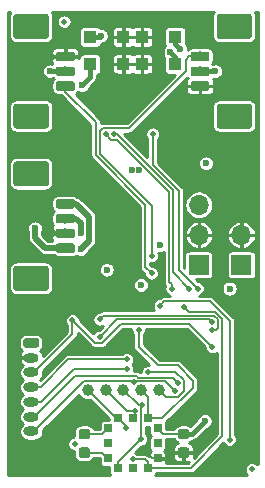
<source format=gbl>
G04 #@! TF.GenerationSoftware,KiCad,Pcbnew,(5.1.4-0-10_14)*
G04 #@! TF.CreationDate,2020-03-01T16:52:25+01:00*
G04 #@! TF.ProjectId,actuator-board,61637475-6174-46f7-922d-626f6172642e,A.1*
G04 #@! TF.SameCoordinates,Original*
G04 #@! TF.FileFunction,Copper,L4,Bot*
G04 #@! TF.FilePolarity,Positive*
%FSLAX46Y46*%
G04 Gerber Fmt 4.6, Leading zero omitted, Abs format (unit mm)*
G04 Created by KiCad (PCBNEW (5.1.4-0-10_14)) date 2020-03-01 16:52:25*
%MOMM*%
%LPD*%
G04 APERTURE LIST*
%ADD10C,0.100000*%
%ADD11C,0.875000*%
%ADD12R,1.700000X1.700000*%
%ADD13O,1.700000X1.700000*%
%ADD14R,1.100000X1.100000*%
%ADD15C,1.000000*%
%ADD16C,0.800000*%
%ADD17C,2.100000*%
%ADD18R,0.650000X0.700000*%
%ADD19R,0.700000X0.650000*%
%ADD20O,1.300000X0.800000*%
%ADD21C,0.500000*%
%ADD22C,0.600000*%
%ADD23C,0.160000*%
%ADD24C,0.400000*%
%ADD25C,0.500000*%
%ADD26C,0.250000*%
G04 APERTURE END LIST*
D10*
G36*
X55177691Y-97251053D02*
G01*
X55198926Y-97254203D01*
X55219750Y-97259419D01*
X55239962Y-97266651D01*
X55259368Y-97275830D01*
X55277781Y-97286866D01*
X55295024Y-97299654D01*
X55310930Y-97314070D01*
X55325346Y-97329976D01*
X55338134Y-97347219D01*
X55349170Y-97365632D01*
X55358349Y-97385038D01*
X55365581Y-97405250D01*
X55370797Y-97426074D01*
X55373947Y-97447309D01*
X55375000Y-97468750D01*
X55375000Y-97906250D01*
X55373947Y-97927691D01*
X55370797Y-97948926D01*
X55365581Y-97969750D01*
X55358349Y-97989962D01*
X55349170Y-98009368D01*
X55338134Y-98027781D01*
X55325346Y-98045024D01*
X55310930Y-98060930D01*
X55295024Y-98075346D01*
X55277781Y-98088134D01*
X55259368Y-98099170D01*
X55239962Y-98108349D01*
X55219750Y-98115581D01*
X55198926Y-98120797D01*
X55177691Y-98123947D01*
X55156250Y-98125000D01*
X54643750Y-98125000D01*
X54622309Y-98123947D01*
X54601074Y-98120797D01*
X54580250Y-98115581D01*
X54560038Y-98108349D01*
X54540632Y-98099170D01*
X54522219Y-98088134D01*
X54504976Y-98075346D01*
X54489070Y-98060930D01*
X54474654Y-98045024D01*
X54461866Y-98027781D01*
X54450830Y-98009368D01*
X54441651Y-97989962D01*
X54434419Y-97969750D01*
X54429203Y-97948926D01*
X54426053Y-97927691D01*
X54425000Y-97906250D01*
X54425000Y-97468750D01*
X54426053Y-97447309D01*
X54429203Y-97426074D01*
X54434419Y-97405250D01*
X54441651Y-97385038D01*
X54450830Y-97365632D01*
X54461866Y-97347219D01*
X54474654Y-97329976D01*
X54489070Y-97314070D01*
X54504976Y-97299654D01*
X54522219Y-97286866D01*
X54540632Y-97275830D01*
X54560038Y-97266651D01*
X54580250Y-97259419D01*
X54601074Y-97254203D01*
X54622309Y-97251053D01*
X54643750Y-97250000D01*
X55156250Y-97250000D01*
X55177691Y-97251053D01*
X55177691Y-97251053D01*
G37*
D11*
X54900000Y-97687500D03*
D10*
G36*
X55177691Y-95676053D02*
G01*
X55198926Y-95679203D01*
X55219750Y-95684419D01*
X55239962Y-95691651D01*
X55259368Y-95700830D01*
X55277781Y-95711866D01*
X55295024Y-95724654D01*
X55310930Y-95739070D01*
X55325346Y-95754976D01*
X55338134Y-95772219D01*
X55349170Y-95790632D01*
X55358349Y-95810038D01*
X55365581Y-95830250D01*
X55370797Y-95851074D01*
X55373947Y-95872309D01*
X55375000Y-95893750D01*
X55375000Y-96331250D01*
X55373947Y-96352691D01*
X55370797Y-96373926D01*
X55365581Y-96394750D01*
X55358349Y-96414962D01*
X55349170Y-96434368D01*
X55338134Y-96452781D01*
X55325346Y-96470024D01*
X55310930Y-96485930D01*
X55295024Y-96500346D01*
X55277781Y-96513134D01*
X55259368Y-96524170D01*
X55239962Y-96533349D01*
X55219750Y-96540581D01*
X55198926Y-96545797D01*
X55177691Y-96548947D01*
X55156250Y-96550000D01*
X54643750Y-96550000D01*
X54622309Y-96548947D01*
X54601074Y-96545797D01*
X54580250Y-96540581D01*
X54560038Y-96533349D01*
X54540632Y-96524170D01*
X54522219Y-96513134D01*
X54504976Y-96500346D01*
X54489070Y-96485930D01*
X54474654Y-96470024D01*
X54461866Y-96452781D01*
X54450830Y-96434368D01*
X54441651Y-96414962D01*
X54434419Y-96394750D01*
X54429203Y-96373926D01*
X54426053Y-96352691D01*
X54425000Y-96331250D01*
X54425000Y-95893750D01*
X54426053Y-95872309D01*
X54429203Y-95851074D01*
X54434419Y-95830250D01*
X54441651Y-95810038D01*
X54450830Y-95790632D01*
X54461866Y-95772219D01*
X54474654Y-95754976D01*
X54489070Y-95739070D01*
X54504976Y-95724654D01*
X54522219Y-95711866D01*
X54540632Y-95700830D01*
X54560038Y-95691651D01*
X54580250Y-95684419D01*
X54601074Y-95679203D01*
X54622309Y-95676053D01*
X54643750Y-95675000D01*
X55156250Y-95675000D01*
X55177691Y-95676053D01*
X55177691Y-95676053D01*
G37*
D11*
X54900000Y-96112500D03*
D10*
G36*
X63577691Y-95676053D02*
G01*
X63598926Y-95679203D01*
X63619750Y-95684419D01*
X63639962Y-95691651D01*
X63659368Y-95700830D01*
X63677781Y-95711866D01*
X63695024Y-95724654D01*
X63710930Y-95739070D01*
X63725346Y-95754976D01*
X63738134Y-95772219D01*
X63749170Y-95790632D01*
X63758349Y-95810038D01*
X63765581Y-95830250D01*
X63770797Y-95851074D01*
X63773947Y-95872309D01*
X63775000Y-95893750D01*
X63775000Y-96331250D01*
X63773947Y-96352691D01*
X63770797Y-96373926D01*
X63765581Y-96394750D01*
X63758349Y-96414962D01*
X63749170Y-96434368D01*
X63738134Y-96452781D01*
X63725346Y-96470024D01*
X63710930Y-96485930D01*
X63695024Y-96500346D01*
X63677781Y-96513134D01*
X63659368Y-96524170D01*
X63639962Y-96533349D01*
X63619750Y-96540581D01*
X63598926Y-96545797D01*
X63577691Y-96548947D01*
X63556250Y-96550000D01*
X63043750Y-96550000D01*
X63022309Y-96548947D01*
X63001074Y-96545797D01*
X62980250Y-96540581D01*
X62960038Y-96533349D01*
X62940632Y-96524170D01*
X62922219Y-96513134D01*
X62904976Y-96500346D01*
X62889070Y-96485930D01*
X62874654Y-96470024D01*
X62861866Y-96452781D01*
X62850830Y-96434368D01*
X62841651Y-96414962D01*
X62834419Y-96394750D01*
X62829203Y-96373926D01*
X62826053Y-96352691D01*
X62825000Y-96331250D01*
X62825000Y-95893750D01*
X62826053Y-95872309D01*
X62829203Y-95851074D01*
X62834419Y-95830250D01*
X62841651Y-95810038D01*
X62850830Y-95790632D01*
X62861866Y-95772219D01*
X62874654Y-95754976D01*
X62889070Y-95739070D01*
X62904976Y-95724654D01*
X62922219Y-95711866D01*
X62940632Y-95700830D01*
X62960038Y-95691651D01*
X62980250Y-95684419D01*
X63001074Y-95679203D01*
X63022309Y-95676053D01*
X63043750Y-95675000D01*
X63556250Y-95675000D01*
X63577691Y-95676053D01*
X63577691Y-95676053D01*
G37*
D11*
X63300000Y-96112500D03*
D10*
G36*
X63577691Y-97251053D02*
G01*
X63598926Y-97254203D01*
X63619750Y-97259419D01*
X63639962Y-97266651D01*
X63659368Y-97275830D01*
X63677781Y-97286866D01*
X63695024Y-97299654D01*
X63710930Y-97314070D01*
X63725346Y-97329976D01*
X63738134Y-97347219D01*
X63749170Y-97365632D01*
X63758349Y-97385038D01*
X63765581Y-97405250D01*
X63770797Y-97426074D01*
X63773947Y-97447309D01*
X63775000Y-97468750D01*
X63775000Y-97906250D01*
X63773947Y-97927691D01*
X63770797Y-97948926D01*
X63765581Y-97969750D01*
X63758349Y-97989962D01*
X63749170Y-98009368D01*
X63738134Y-98027781D01*
X63725346Y-98045024D01*
X63710930Y-98060930D01*
X63695024Y-98075346D01*
X63677781Y-98088134D01*
X63659368Y-98099170D01*
X63639962Y-98108349D01*
X63619750Y-98115581D01*
X63598926Y-98120797D01*
X63577691Y-98123947D01*
X63556250Y-98125000D01*
X63043750Y-98125000D01*
X63022309Y-98123947D01*
X63001074Y-98120797D01*
X62980250Y-98115581D01*
X62960038Y-98108349D01*
X62940632Y-98099170D01*
X62922219Y-98088134D01*
X62904976Y-98075346D01*
X62889070Y-98060930D01*
X62874654Y-98045024D01*
X62861866Y-98027781D01*
X62850830Y-98009368D01*
X62841651Y-97989962D01*
X62834419Y-97969750D01*
X62829203Y-97948926D01*
X62826053Y-97927691D01*
X62825000Y-97906250D01*
X62825000Y-97468750D01*
X62826053Y-97447309D01*
X62829203Y-97426074D01*
X62834419Y-97405250D01*
X62841651Y-97385038D01*
X62850830Y-97365632D01*
X62861866Y-97347219D01*
X62874654Y-97329976D01*
X62889070Y-97314070D01*
X62904976Y-97299654D01*
X62922219Y-97286866D01*
X62940632Y-97275830D01*
X62960038Y-97266651D01*
X62980250Y-97259419D01*
X63001074Y-97254203D01*
X63022309Y-97251053D01*
X63043750Y-97250000D01*
X63556250Y-97250000D01*
X63577691Y-97251053D01*
X63577691Y-97251053D01*
G37*
D11*
X63300000Y-97687500D03*
D12*
X68200000Y-81800000D03*
D13*
X68200000Y-79260000D03*
D14*
X59800000Y-64800000D03*
X62600000Y-64800000D03*
X62600000Y-62500000D03*
X59800000Y-62500000D03*
X55400000Y-62500000D03*
X58200000Y-62500000D03*
X58200000Y-64800000D03*
X55400000Y-64800000D03*
D15*
X56700000Y-92400000D03*
X58200000Y-92400000D03*
X55200000Y-92400000D03*
X59700000Y-92400000D03*
X61200000Y-92400000D03*
D12*
X64600000Y-81800000D03*
D13*
X64600000Y-79260000D03*
X64600000Y-76720000D03*
D10*
G36*
X53919603Y-79975963D02*
G01*
X53939018Y-79978843D01*
X53958057Y-79983612D01*
X53976537Y-79990224D01*
X53994279Y-79998616D01*
X54011114Y-80008706D01*
X54026879Y-80020398D01*
X54041421Y-80033579D01*
X54054602Y-80048121D01*
X54066294Y-80063886D01*
X54076384Y-80080721D01*
X54084776Y-80098463D01*
X54091388Y-80116943D01*
X54096157Y-80135982D01*
X54099037Y-80155397D01*
X54100000Y-80175000D01*
X54100000Y-80575000D01*
X54099037Y-80594603D01*
X54096157Y-80614018D01*
X54091388Y-80633057D01*
X54084776Y-80651537D01*
X54076384Y-80669279D01*
X54066294Y-80686114D01*
X54054602Y-80701879D01*
X54041421Y-80716421D01*
X54026879Y-80729602D01*
X54011114Y-80741294D01*
X53994279Y-80751384D01*
X53976537Y-80759776D01*
X53958057Y-80766388D01*
X53939018Y-80771157D01*
X53919603Y-80774037D01*
X53900000Y-80775000D01*
X52700000Y-80775000D01*
X52680397Y-80774037D01*
X52660982Y-80771157D01*
X52641943Y-80766388D01*
X52623463Y-80759776D01*
X52605721Y-80751384D01*
X52588886Y-80741294D01*
X52573121Y-80729602D01*
X52558579Y-80716421D01*
X52545398Y-80701879D01*
X52533706Y-80686114D01*
X52523616Y-80669279D01*
X52515224Y-80651537D01*
X52508612Y-80633057D01*
X52503843Y-80614018D01*
X52500963Y-80594603D01*
X52500000Y-80575000D01*
X52500000Y-80175000D01*
X52500963Y-80155397D01*
X52503843Y-80135982D01*
X52508612Y-80116943D01*
X52515224Y-80098463D01*
X52523616Y-80080721D01*
X52533706Y-80063886D01*
X52545398Y-80048121D01*
X52558579Y-80033579D01*
X52573121Y-80020398D01*
X52588886Y-80008706D01*
X52605721Y-79998616D01*
X52623463Y-79990224D01*
X52641943Y-79983612D01*
X52660982Y-79978843D01*
X52680397Y-79975963D01*
X52700000Y-79975000D01*
X53900000Y-79975000D01*
X53919603Y-79975963D01*
X53919603Y-79975963D01*
G37*
D16*
X53300000Y-80375000D03*
D10*
G36*
X53919603Y-78725963D02*
G01*
X53939018Y-78728843D01*
X53958057Y-78733612D01*
X53976537Y-78740224D01*
X53994279Y-78748616D01*
X54011114Y-78758706D01*
X54026879Y-78770398D01*
X54041421Y-78783579D01*
X54054602Y-78798121D01*
X54066294Y-78813886D01*
X54076384Y-78830721D01*
X54084776Y-78848463D01*
X54091388Y-78866943D01*
X54096157Y-78885982D01*
X54099037Y-78905397D01*
X54100000Y-78925000D01*
X54100000Y-79325000D01*
X54099037Y-79344603D01*
X54096157Y-79364018D01*
X54091388Y-79383057D01*
X54084776Y-79401537D01*
X54076384Y-79419279D01*
X54066294Y-79436114D01*
X54054602Y-79451879D01*
X54041421Y-79466421D01*
X54026879Y-79479602D01*
X54011114Y-79491294D01*
X53994279Y-79501384D01*
X53976537Y-79509776D01*
X53958057Y-79516388D01*
X53939018Y-79521157D01*
X53919603Y-79524037D01*
X53900000Y-79525000D01*
X52700000Y-79525000D01*
X52680397Y-79524037D01*
X52660982Y-79521157D01*
X52641943Y-79516388D01*
X52623463Y-79509776D01*
X52605721Y-79501384D01*
X52588886Y-79491294D01*
X52573121Y-79479602D01*
X52558579Y-79466421D01*
X52545398Y-79451879D01*
X52533706Y-79436114D01*
X52523616Y-79419279D01*
X52515224Y-79401537D01*
X52508612Y-79383057D01*
X52503843Y-79364018D01*
X52500963Y-79344603D01*
X52500000Y-79325000D01*
X52500000Y-78925000D01*
X52500963Y-78905397D01*
X52503843Y-78885982D01*
X52508612Y-78866943D01*
X52515224Y-78848463D01*
X52523616Y-78830721D01*
X52533706Y-78813886D01*
X52545398Y-78798121D01*
X52558579Y-78783579D01*
X52573121Y-78770398D01*
X52588886Y-78758706D01*
X52605721Y-78748616D01*
X52623463Y-78740224D01*
X52641943Y-78733612D01*
X52660982Y-78728843D01*
X52680397Y-78725963D01*
X52700000Y-78725000D01*
X53900000Y-78725000D01*
X53919603Y-78725963D01*
X53919603Y-78725963D01*
G37*
D16*
X53300000Y-79125000D03*
D10*
G36*
X53919603Y-77475963D02*
G01*
X53939018Y-77478843D01*
X53958057Y-77483612D01*
X53976537Y-77490224D01*
X53994279Y-77498616D01*
X54011114Y-77508706D01*
X54026879Y-77520398D01*
X54041421Y-77533579D01*
X54054602Y-77548121D01*
X54066294Y-77563886D01*
X54076384Y-77580721D01*
X54084776Y-77598463D01*
X54091388Y-77616943D01*
X54096157Y-77635982D01*
X54099037Y-77655397D01*
X54100000Y-77675000D01*
X54100000Y-78075000D01*
X54099037Y-78094603D01*
X54096157Y-78114018D01*
X54091388Y-78133057D01*
X54084776Y-78151537D01*
X54076384Y-78169279D01*
X54066294Y-78186114D01*
X54054602Y-78201879D01*
X54041421Y-78216421D01*
X54026879Y-78229602D01*
X54011114Y-78241294D01*
X53994279Y-78251384D01*
X53976537Y-78259776D01*
X53958057Y-78266388D01*
X53939018Y-78271157D01*
X53919603Y-78274037D01*
X53900000Y-78275000D01*
X52700000Y-78275000D01*
X52680397Y-78274037D01*
X52660982Y-78271157D01*
X52641943Y-78266388D01*
X52623463Y-78259776D01*
X52605721Y-78251384D01*
X52588886Y-78241294D01*
X52573121Y-78229602D01*
X52558579Y-78216421D01*
X52545398Y-78201879D01*
X52533706Y-78186114D01*
X52523616Y-78169279D01*
X52515224Y-78151537D01*
X52508612Y-78133057D01*
X52503843Y-78114018D01*
X52500963Y-78094603D01*
X52500000Y-78075000D01*
X52500000Y-77675000D01*
X52500963Y-77655397D01*
X52503843Y-77635982D01*
X52508612Y-77616943D01*
X52515224Y-77598463D01*
X52523616Y-77580721D01*
X52533706Y-77563886D01*
X52545398Y-77548121D01*
X52558579Y-77533579D01*
X52573121Y-77520398D01*
X52588886Y-77508706D01*
X52605721Y-77498616D01*
X52623463Y-77490224D01*
X52641943Y-77483612D01*
X52660982Y-77478843D01*
X52680397Y-77475963D01*
X52700000Y-77475000D01*
X53900000Y-77475000D01*
X53919603Y-77475963D01*
X53919603Y-77475963D01*
G37*
D16*
X53300000Y-77875000D03*
D10*
G36*
X53919603Y-76225963D02*
G01*
X53939018Y-76228843D01*
X53958057Y-76233612D01*
X53976537Y-76240224D01*
X53994279Y-76248616D01*
X54011114Y-76258706D01*
X54026879Y-76270398D01*
X54041421Y-76283579D01*
X54054602Y-76298121D01*
X54066294Y-76313886D01*
X54076384Y-76330721D01*
X54084776Y-76348463D01*
X54091388Y-76366943D01*
X54096157Y-76385982D01*
X54099037Y-76405397D01*
X54100000Y-76425000D01*
X54100000Y-76825000D01*
X54099037Y-76844603D01*
X54096157Y-76864018D01*
X54091388Y-76883057D01*
X54084776Y-76901537D01*
X54076384Y-76919279D01*
X54066294Y-76936114D01*
X54054602Y-76951879D01*
X54041421Y-76966421D01*
X54026879Y-76979602D01*
X54011114Y-76991294D01*
X53994279Y-77001384D01*
X53976537Y-77009776D01*
X53958057Y-77016388D01*
X53939018Y-77021157D01*
X53919603Y-77024037D01*
X53900000Y-77025000D01*
X52700000Y-77025000D01*
X52680397Y-77024037D01*
X52660982Y-77021157D01*
X52641943Y-77016388D01*
X52623463Y-77009776D01*
X52605721Y-77001384D01*
X52588886Y-76991294D01*
X52573121Y-76979602D01*
X52558579Y-76966421D01*
X52545398Y-76951879D01*
X52533706Y-76936114D01*
X52523616Y-76919279D01*
X52515224Y-76901537D01*
X52508612Y-76883057D01*
X52503843Y-76864018D01*
X52500963Y-76844603D01*
X52500000Y-76825000D01*
X52500000Y-76425000D01*
X52500963Y-76405397D01*
X52503843Y-76385982D01*
X52508612Y-76366943D01*
X52515224Y-76348463D01*
X52523616Y-76330721D01*
X52533706Y-76313886D01*
X52545398Y-76298121D01*
X52558579Y-76283579D01*
X52573121Y-76270398D01*
X52588886Y-76258706D01*
X52605721Y-76248616D01*
X52623463Y-76240224D01*
X52641943Y-76233612D01*
X52660982Y-76228843D01*
X52680397Y-76225963D01*
X52700000Y-76225000D01*
X53900000Y-76225000D01*
X53919603Y-76225963D01*
X53919603Y-76225963D01*
G37*
D16*
X53300000Y-76625000D03*
D10*
G36*
X51674504Y-81876204D02*
G01*
X51698773Y-81879804D01*
X51722571Y-81885765D01*
X51745671Y-81894030D01*
X51767849Y-81904520D01*
X51788893Y-81917133D01*
X51808598Y-81931747D01*
X51826777Y-81948223D01*
X51843253Y-81966402D01*
X51857867Y-81986107D01*
X51870480Y-82007151D01*
X51880970Y-82029329D01*
X51889235Y-82052429D01*
X51895196Y-82076227D01*
X51898796Y-82100496D01*
X51900000Y-82125000D01*
X51900000Y-83725000D01*
X51898796Y-83749504D01*
X51895196Y-83773773D01*
X51889235Y-83797571D01*
X51880970Y-83820671D01*
X51870480Y-83842849D01*
X51857867Y-83863893D01*
X51843253Y-83883598D01*
X51826777Y-83901777D01*
X51808598Y-83918253D01*
X51788893Y-83932867D01*
X51767849Y-83945480D01*
X51745671Y-83955970D01*
X51722571Y-83964235D01*
X51698773Y-83970196D01*
X51674504Y-83973796D01*
X51650000Y-83975000D01*
X49150000Y-83975000D01*
X49125496Y-83973796D01*
X49101227Y-83970196D01*
X49077429Y-83964235D01*
X49054329Y-83955970D01*
X49032151Y-83945480D01*
X49011107Y-83932867D01*
X48991402Y-83918253D01*
X48973223Y-83901777D01*
X48956747Y-83883598D01*
X48942133Y-83863893D01*
X48929520Y-83842849D01*
X48919030Y-83820671D01*
X48910765Y-83797571D01*
X48904804Y-83773773D01*
X48901204Y-83749504D01*
X48900000Y-83725000D01*
X48900000Y-82125000D01*
X48901204Y-82100496D01*
X48904804Y-82076227D01*
X48910765Y-82052429D01*
X48919030Y-82029329D01*
X48929520Y-82007151D01*
X48942133Y-81986107D01*
X48956747Y-81966402D01*
X48973223Y-81948223D01*
X48991402Y-81931747D01*
X49011107Y-81917133D01*
X49032151Y-81904520D01*
X49054329Y-81894030D01*
X49077429Y-81885765D01*
X49101227Y-81879804D01*
X49125496Y-81876204D01*
X49150000Y-81875000D01*
X51650000Y-81875000D01*
X51674504Y-81876204D01*
X51674504Y-81876204D01*
G37*
D17*
X50400000Y-82925000D03*
D10*
G36*
X51674504Y-73026204D02*
G01*
X51698773Y-73029804D01*
X51722571Y-73035765D01*
X51745671Y-73044030D01*
X51767849Y-73054520D01*
X51788893Y-73067133D01*
X51808598Y-73081747D01*
X51826777Y-73098223D01*
X51843253Y-73116402D01*
X51857867Y-73136107D01*
X51870480Y-73157151D01*
X51880970Y-73179329D01*
X51889235Y-73202429D01*
X51895196Y-73226227D01*
X51898796Y-73250496D01*
X51900000Y-73275000D01*
X51900000Y-74875000D01*
X51898796Y-74899504D01*
X51895196Y-74923773D01*
X51889235Y-74947571D01*
X51880970Y-74970671D01*
X51870480Y-74992849D01*
X51857867Y-75013893D01*
X51843253Y-75033598D01*
X51826777Y-75051777D01*
X51808598Y-75068253D01*
X51788893Y-75082867D01*
X51767849Y-75095480D01*
X51745671Y-75105970D01*
X51722571Y-75114235D01*
X51698773Y-75120196D01*
X51674504Y-75123796D01*
X51650000Y-75125000D01*
X49150000Y-75125000D01*
X49125496Y-75123796D01*
X49101227Y-75120196D01*
X49077429Y-75114235D01*
X49054329Y-75105970D01*
X49032151Y-75095480D01*
X49011107Y-75082867D01*
X48991402Y-75068253D01*
X48973223Y-75051777D01*
X48956747Y-75033598D01*
X48942133Y-75013893D01*
X48929520Y-74992849D01*
X48919030Y-74970671D01*
X48910765Y-74947571D01*
X48904804Y-74923773D01*
X48901204Y-74899504D01*
X48900000Y-74875000D01*
X48900000Y-73275000D01*
X48901204Y-73250496D01*
X48904804Y-73226227D01*
X48910765Y-73202429D01*
X48919030Y-73179329D01*
X48929520Y-73157151D01*
X48942133Y-73136107D01*
X48956747Y-73116402D01*
X48973223Y-73098223D01*
X48991402Y-73081747D01*
X49011107Y-73067133D01*
X49032151Y-73054520D01*
X49054329Y-73044030D01*
X49077429Y-73035765D01*
X49101227Y-73029804D01*
X49125496Y-73026204D01*
X49150000Y-73025000D01*
X51650000Y-73025000D01*
X51674504Y-73026204D01*
X51674504Y-73026204D01*
G37*
D17*
X50400000Y-74075000D03*
D18*
X61100000Y-95630000D03*
X61100000Y-96900000D03*
X61100000Y-98170000D03*
X56900000Y-98170000D03*
X56900000Y-96900000D03*
X56900000Y-95630000D03*
D19*
X60270000Y-99000000D03*
X59000000Y-99000000D03*
X57730000Y-99000000D03*
X57730000Y-94800000D03*
X59000000Y-94800000D03*
X60270000Y-94800000D03*
D10*
G36*
X50869603Y-88000963D02*
G01*
X50889018Y-88003843D01*
X50908057Y-88008612D01*
X50926537Y-88015224D01*
X50944279Y-88023616D01*
X50961114Y-88033706D01*
X50976879Y-88045398D01*
X50991421Y-88058579D01*
X51004602Y-88073121D01*
X51016294Y-88088886D01*
X51026384Y-88105721D01*
X51034776Y-88123463D01*
X51041388Y-88141943D01*
X51046157Y-88160982D01*
X51049037Y-88180397D01*
X51050000Y-88200000D01*
X51050000Y-88600000D01*
X51049037Y-88619603D01*
X51046157Y-88639018D01*
X51041388Y-88658057D01*
X51034776Y-88676537D01*
X51026384Y-88694279D01*
X51016294Y-88711114D01*
X51004602Y-88726879D01*
X50991421Y-88741421D01*
X50976879Y-88754602D01*
X50961114Y-88766294D01*
X50944279Y-88776384D01*
X50926537Y-88784776D01*
X50908057Y-88791388D01*
X50889018Y-88796157D01*
X50869603Y-88799037D01*
X50850000Y-88800000D01*
X49950000Y-88800000D01*
X49930397Y-88799037D01*
X49910982Y-88796157D01*
X49891943Y-88791388D01*
X49873463Y-88784776D01*
X49855721Y-88776384D01*
X49838886Y-88766294D01*
X49823121Y-88754602D01*
X49808579Y-88741421D01*
X49795398Y-88726879D01*
X49783706Y-88711114D01*
X49773616Y-88694279D01*
X49765224Y-88676537D01*
X49758612Y-88658057D01*
X49753843Y-88639018D01*
X49750963Y-88619603D01*
X49750000Y-88600000D01*
X49750000Y-88200000D01*
X49750963Y-88180397D01*
X49753843Y-88160982D01*
X49758612Y-88141943D01*
X49765224Y-88123463D01*
X49773616Y-88105721D01*
X49783706Y-88088886D01*
X49795398Y-88073121D01*
X49808579Y-88058579D01*
X49823121Y-88045398D01*
X49838886Y-88033706D01*
X49855721Y-88023616D01*
X49873463Y-88015224D01*
X49891943Y-88008612D01*
X49910982Y-88003843D01*
X49930397Y-88000963D01*
X49950000Y-88000000D01*
X50850000Y-88000000D01*
X50869603Y-88000963D01*
X50869603Y-88000963D01*
G37*
D16*
X50400000Y-88400000D03*
D20*
X50400000Y-89650000D03*
X50400000Y-90900000D03*
X50400000Y-92150000D03*
X50400000Y-93400000D03*
X50400000Y-94650000D03*
X50400000Y-95900000D03*
D10*
G36*
X53919603Y-66250963D02*
G01*
X53939018Y-66253843D01*
X53958057Y-66258612D01*
X53976537Y-66265224D01*
X53994279Y-66273616D01*
X54011114Y-66283706D01*
X54026879Y-66295398D01*
X54041421Y-66308579D01*
X54054602Y-66323121D01*
X54066294Y-66338886D01*
X54076384Y-66355721D01*
X54084776Y-66373463D01*
X54091388Y-66391943D01*
X54096157Y-66410982D01*
X54099037Y-66430397D01*
X54100000Y-66450000D01*
X54100000Y-66850000D01*
X54099037Y-66869603D01*
X54096157Y-66889018D01*
X54091388Y-66908057D01*
X54084776Y-66926537D01*
X54076384Y-66944279D01*
X54066294Y-66961114D01*
X54054602Y-66976879D01*
X54041421Y-66991421D01*
X54026879Y-67004602D01*
X54011114Y-67016294D01*
X53994279Y-67026384D01*
X53976537Y-67034776D01*
X53958057Y-67041388D01*
X53939018Y-67046157D01*
X53919603Y-67049037D01*
X53900000Y-67050000D01*
X52700000Y-67050000D01*
X52680397Y-67049037D01*
X52660982Y-67046157D01*
X52641943Y-67041388D01*
X52623463Y-67034776D01*
X52605721Y-67026384D01*
X52588886Y-67016294D01*
X52573121Y-67004602D01*
X52558579Y-66991421D01*
X52545398Y-66976879D01*
X52533706Y-66961114D01*
X52523616Y-66944279D01*
X52515224Y-66926537D01*
X52508612Y-66908057D01*
X52503843Y-66889018D01*
X52500963Y-66869603D01*
X52500000Y-66850000D01*
X52500000Y-66450000D01*
X52500963Y-66430397D01*
X52503843Y-66410982D01*
X52508612Y-66391943D01*
X52515224Y-66373463D01*
X52523616Y-66355721D01*
X52533706Y-66338886D01*
X52545398Y-66323121D01*
X52558579Y-66308579D01*
X52573121Y-66295398D01*
X52588886Y-66283706D01*
X52605721Y-66273616D01*
X52623463Y-66265224D01*
X52641943Y-66258612D01*
X52660982Y-66253843D01*
X52680397Y-66250963D01*
X52700000Y-66250000D01*
X53900000Y-66250000D01*
X53919603Y-66250963D01*
X53919603Y-66250963D01*
G37*
D16*
X53300000Y-66650000D03*
D10*
G36*
X53919603Y-65000963D02*
G01*
X53939018Y-65003843D01*
X53958057Y-65008612D01*
X53976537Y-65015224D01*
X53994279Y-65023616D01*
X54011114Y-65033706D01*
X54026879Y-65045398D01*
X54041421Y-65058579D01*
X54054602Y-65073121D01*
X54066294Y-65088886D01*
X54076384Y-65105721D01*
X54084776Y-65123463D01*
X54091388Y-65141943D01*
X54096157Y-65160982D01*
X54099037Y-65180397D01*
X54100000Y-65200000D01*
X54100000Y-65600000D01*
X54099037Y-65619603D01*
X54096157Y-65639018D01*
X54091388Y-65658057D01*
X54084776Y-65676537D01*
X54076384Y-65694279D01*
X54066294Y-65711114D01*
X54054602Y-65726879D01*
X54041421Y-65741421D01*
X54026879Y-65754602D01*
X54011114Y-65766294D01*
X53994279Y-65776384D01*
X53976537Y-65784776D01*
X53958057Y-65791388D01*
X53939018Y-65796157D01*
X53919603Y-65799037D01*
X53900000Y-65800000D01*
X52700000Y-65800000D01*
X52680397Y-65799037D01*
X52660982Y-65796157D01*
X52641943Y-65791388D01*
X52623463Y-65784776D01*
X52605721Y-65776384D01*
X52588886Y-65766294D01*
X52573121Y-65754602D01*
X52558579Y-65741421D01*
X52545398Y-65726879D01*
X52533706Y-65711114D01*
X52523616Y-65694279D01*
X52515224Y-65676537D01*
X52508612Y-65658057D01*
X52503843Y-65639018D01*
X52500963Y-65619603D01*
X52500000Y-65600000D01*
X52500000Y-65200000D01*
X52500963Y-65180397D01*
X52503843Y-65160982D01*
X52508612Y-65141943D01*
X52515224Y-65123463D01*
X52523616Y-65105721D01*
X52533706Y-65088886D01*
X52545398Y-65073121D01*
X52558579Y-65058579D01*
X52573121Y-65045398D01*
X52588886Y-65033706D01*
X52605721Y-65023616D01*
X52623463Y-65015224D01*
X52641943Y-65008612D01*
X52660982Y-65003843D01*
X52680397Y-65000963D01*
X52700000Y-65000000D01*
X53900000Y-65000000D01*
X53919603Y-65000963D01*
X53919603Y-65000963D01*
G37*
D16*
X53300000Y-65400000D03*
D10*
G36*
X53919603Y-63750963D02*
G01*
X53939018Y-63753843D01*
X53958057Y-63758612D01*
X53976537Y-63765224D01*
X53994279Y-63773616D01*
X54011114Y-63783706D01*
X54026879Y-63795398D01*
X54041421Y-63808579D01*
X54054602Y-63823121D01*
X54066294Y-63838886D01*
X54076384Y-63855721D01*
X54084776Y-63873463D01*
X54091388Y-63891943D01*
X54096157Y-63910982D01*
X54099037Y-63930397D01*
X54100000Y-63950000D01*
X54100000Y-64350000D01*
X54099037Y-64369603D01*
X54096157Y-64389018D01*
X54091388Y-64408057D01*
X54084776Y-64426537D01*
X54076384Y-64444279D01*
X54066294Y-64461114D01*
X54054602Y-64476879D01*
X54041421Y-64491421D01*
X54026879Y-64504602D01*
X54011114Y-64516294D01*
X53994279Y-64526384D01*
X53976537Y-64534776D01*
X53958057Y-64541388D01*
X53939018Y-64546157D01*
X53919603Y-64549037D01*
X53900000Y-64550000D01*
X52700000Y-64550000D01*
X52680397Y-64549037D01*
X52660982Y-64546157D01*
X52641943Y-64541388D01*
X52623463Y-64534776D01*
X52605721Y-64526384D01*
X52588886Y-64516294D01*
X52573121Y-64504602D01*
X52558579Y-64491421D01*
X52545398Y-64476879D01*
X52533706Y-64461114D01*
X52523616Y-64444279D01*
X52515224Y-64426537D01*
X52508612Y-64408057D01*
X52503843Y-64389018D01*
X52500963Y-64369603D01*
X52500000Y-64350000D01*
X52500000Y-63950000D01*
X52500963Y-63930397D01*
X52503843Y-63910982D01*
X52508612Y-63891943D01*
X52515224Y-63873463D01*
X52523616Y-63855721D01*
X52533706Y-63838886D01*
X52545398Y-63823121D01*
X52558579Y-63808579D01*
X52573121Y-63795398D01*
X52588886Y-63783706D01*
X52605721Y-63773616D01*
X52623463Y-63765224D01*
X52641943Y-63758612D01*
X52660982Y-63753843D01*
X52680397Y-63750963D01*
X52700000Y-63750000D01*
X53900000Y-63750000D01*
X53919603Y-63750963D01*
X53919603Y-63750963D01*
G37*
D16*
X53300000Y-64150000D03*
D10*
G36*
X51674504Y-68151204D02*
G01*
X51698773Y-68154804D01*
X51722571Y-68160765D01*
X51745671Y-68169030D01*
X51767849Y-68179520D01*
X51788893Y-68192133D01*
X51808598Y-68206747D01*
X51826777Y-68223223D01*
X51843253Y-68241402D01*
X51857867Y-68261107D01*
X51870480Y-68282151D01*
X51880970Y-68304329D01*
X51889235Y-68327429D01*
X51895196Y-68351227D01*
X51898796Y-68375496D01*
X51900000Y-68400000D01*
X51900000Y-70000000D01*
X51898796Y-70024504D01*
X51895196Y-70048773D01*
X51889235Y-70072571D01*
X51880970Y-70095671D01*
X51870480Y-70117849D01*
X51857867Y-70138893D01*
X51843253Y-70158598D01*
X51826777Y-70176777D01*
X51808598Y-70193253D01*
X51788893Y-70207867D01*
X51767849Y-70220480D01*
X51745671Y-70230970D01*
X51722571Y-70239235D01*
X51698773Y-70245196D01*
X51674504Y-70248796D01*
X51650000Y-70250000D01*
X49150000Y-70250000D01*
X49125496Y-70248796D01*
X49101227Y-70245196D01*
X49077429Y-70239235D01*
X49054329Y-70230970D01*
X49032151Y-70220480D01*
X49011107Y-70207867D01*
X48991402Y-70193253D01*
X48973223Y-70176777D01*
X48956747Y-70158598D01*
X48942133Y-70138893D01*
X48929520Y-70117849D01*
X48919030Y-70095671D01*
X48910765Y-70072571D01*
X48904804Y-70048773D01*
X48901204Y-70024504D01*
X48900000Y-70000000D01*
X48900000Y-68400000D01*
X48901204Y-68375496D01*
X48904804Y-68351227D01*
X48910765Y-68327429D01*
X48919030Y-68304329D01*
X48929520Y-68282151D01*
X48942133Y-68261107D01*
X48956747Y-68241402D01*
X48973223Y-68223223D01*
X48991402Y-68206747D01*
X49011107Y-68192133D01*
X49032151Y-68179520D01*
X49054329Y-68169030D01*
X49077429Y-68160765D01*
X49101227Y-68154804D01*
X49125496Y-68151204D01*
X49150000Y-68150000D01*
X51650000Y-68150000D01*
X51674504Y-68151204D01*
X51674504Y-68151204D01*
G37*
D17*
X50400000Y-69200000D03*
D10*
G36*
X51674504Y-60551204D02*
G01*
X51698773Y-60554804D01*
X51722571Y-60560765D01*
X51745671Y-60569030D01*
X51767849Y-60579520D01*
X51788893Y-60592133D01*
X51808598Y-60606747D01*
X51826777Y-60623223D01*
X51843253Y-60641402D01*
X51857867Y-60661107D01*
X51870480Y-60682151D01*
X51880970Y-60704329D01*
X51889235Y-60727429D01*
X51895196Y-60751227D01*
X51898796Y-60775496D01*
X51900000Y-60800000D01*
X51900000Y-62400000D01*
X51898796Y-62424504D01*
X51895196Y-62448773D01*
X51889235Y-62472571D01*
X51880970Y-62495671D01*
X51870480Y-62517849D01*
X51857867Y-62538893D01*
X51843253Y-62558598D01*
X51826777Y-62576777D01*
X51808598Y-62593253D01*
X51788893Y-62607867D01*
X51767849Y-62620480D01*
X51745671Y-62630970D01*
X51722571Y-62639235D01*
X51698773Y-62645196D01*
X51674504Y-62648796D01*
X51650000Y-62650000D01*
X49150000Y-62650000D01*
X49125496Y-62648796D01*
X49101227Y-62645196D01*
X49077429Y-62639235D01*
X49054329Y-62630970D01*
X49032151Y-62620480D01*
X49011107Y-62607867D01*
X48991402Y-62593253D01*
X48973223Y-62576777D01*
X48956747Y-62558598D01*
X48942133Y-62538893D01*
X48929520Y-62517849D01*
X48919030Y-62495671D01*
X48910765Y-62472571D01*
X48904804Y-62448773D01*
X48901204Y-62424504D01*
X48900000Y-62400000D01*
X48900000Y-60800000D01*
X48901204Y-60775496D01*
X48904804Y-60751227D01*
X48910765Y-60727429D01*
X48919030Y-60704329D01*
X48929520Y-60682151D01*
X48942133Y-60661107D01*
X48956747Y-60641402D01*
X48973223Y-60623223D01*
X48991402Y-60606747D01*
X49011107Y-60592133D01*
X49032151Y-60579520D01*
X49054329Y-60569030D01*
X49077429Y-60560765D01*
X49101227Y-60554804D01*
X49125496Y-60551204D01*
X49150000Y-60550000D01*
X51650000Y-60550000D01*
X51674504Y-60551204D01*
X51674504Y-60551204D01*
G37*
D17*
X50400000Y-61600000D03*
D10*
G36*
X68874504Y-68151204D02*
G01*
X68898773Y-68154804D01*
X68922571Y-68160765D01*
X68945671Y-68169030D01*
X68967849Y-68179520D01*
X68988893Y-68192133D01*
X69008598Y-68206747D01*
X69026777Y-68223223D01*
X69043253Y-68241402D01*
X69057867Y-68261107D01*
X69070480Y-68282151D01*
X69080970Y-68304329D01*
X69089235Y-68327429D01*
X69095196Y-68351227D01*
X69098796Y-68375496D01*
X69100000Y-68400000D01*
X69100000Y-70000000D01*
X69098796Y-70024504D01*
X69095196Y-70048773D01*
X69089235Y-70072571D01*
X69080970Y-70095671D01*
X69070480Y-70117849D01*
X69057867Y-70138893D01*
X69043253Y-70158598D01*
X69026777Y-70176777D01*
X69008598Y-70193253D01*
X68988893Y-70207867D01*
X68967849Y-70220480D01*
X68945671Y-70230970D01*
X68922571Y-70239235D01*
X68898773Y-70245196D01*
X68874504Y-70248796D01*
X68850000Y-70250000D01*
X66350000Y-70250000D01*
X66325496Y-70248796D01*
X66301227Y-70245196D01*
X66277429Y-70239235D01*
X66254329Y-70230970D01*
X66232151Y-70220480D01*
X66211107Y-70207867D01*
X66191402Y-70193253D01*
X66173223Y-70176777D01*
X66156747Y-70158598D01*
X66142133Y-70138893D01*
X66129520Y-70117849D01*
X66119030Y-70095671D01*
X66110765Y-70072571D01*
X66104804Y-70048773D01*
X66101204Y-70024504D01*
X66100000Y-70000000D01*
X66100000Y-68400000D01*
X66101204Y-68375496D01*
X66104804Y-68351227D01*
X66110765Y-68327429D01*
X66119030Y-68304329D01*
X66129520Y-68282151D01*
X66142133Y-68261107D01*
X66156747Y-68241402D01*
X66173223Y-68223223D01*
X66191402Y-68206747D01*
X66211107Y-68192133D01*
X66232151Y-68179520D01*
X66254329Y-68169030D01*
X66277429Y-68160765D01*
X66301227Y-68154804D01*
X66325496Y-68151204D01*
X66350000Y-68150000D01*
X68850000Y-68150000D01*
X68874504Y-68151204D01*
X68874504Y-68151204D01*
G37*
D17*
X67600000Y-69200000D03*
D10*
G36*
X68874504Y-60551204D02*
G01*
X68898773Y-60554804D01*
X68922571Y-60560765D01*
X68945671Y-60569030D01*
X68967849Y-60579520D01*
X68988893Y-60592133D01*
X69008598Y-60606747D01*
X69026777Y-60623223D01*
X69043253Y-60641402D01*
X69057867Y-60661107D01*
X69070480Y-60682151D01*
X69080970Y-60704329D01*
X69089235Y-60727429D01*
X69095196Y-60751227D01*
X69098796Y-60775496D01*
X69100000Y-60800000D01*
X69100000Y-62400000D01*
X69098796Y-62424504D01*
X69095196Y-62448773D01*
X69089235Y-62472571D01*
X69080970Y-62495671D01*
X69070480Y-62517849D01*
X69057867Y-62538893D01*
X69043253Y-62558598D01*
X69026777Y-62576777D01*
X69008598Y-62593253D01*
X68988893Y-62607867D01*
X68967849Y-62620480D01*
X68945671Y-62630970D01*
X68922571Y-62639235D01*
X68898773Y-62645196D01*
X68874504Y-62648796D01*
X68850000Y-62650000D01*
X66350000Y-62650000D01*
X66325496Y-62648796D01*
X66301227Y-62645196D01*
X66277429Y-62639235D01*
X66254329Y-62630970D01*
X66232151Y-62620480D01*
X66211107Y-62607867D01*
X66191402Y-62593253D01*
X66173223Y-62576777D01*
X66156747Y-62558598D01*
X66142133Y-62538893D01*
X66129520Y-62517849D01*
X66119030Y-62495671D01*
X66110765Y-62472571D01*
X66104804Y-62448773D01*
X66101204Y-62424504D01*
X66100000Y-62400000D01*
X66100000Y-60800000D01*
X66101204Y-60775496D01*
X66104804Y-60751227D01*
X66110765Y-60727429D01*
X66119030Y-60704329D01*
X66129520Y-60682151D01*
X66142133Y-60661107D01*
X66156747Y-60641402D01*
X66173223Y-60623223D01*
X66191402Y-60606747D01*
X66211107Y-60592133D01*
X66232151Y-60579520D01*
X66254329Y-60569030D01*
X66277429Y-60560765D01*
X66301227Y-60554804D01*
X66325496Y-60551204D01*
X66350000Y-60550000D01*
X68850000Y-60550000D01*
X68874504Y-60551204D01*
X68874504Y-60551204D01*
G37*
D17*
X67600000Y-61600000D03*
D10*
G36*
X65319603Y-66250963D02*
G01*
X65339018Y-66253843D01*
X65358057Y-66258612D01*
X65376537Y-66265224D01*
X65394279Y-66273616D01*
X65411114Y-66283706D01*
X65426879Y-66295398D01*
X65441421Y-66308579D01*
X65454602Y-66323121D01*
X65466294Y-66338886D01*
X65476384Y-66355721D01*
X65484776Y-66373463D01*
X65491388Y-66391943D01*
X65496157Y-66410982D01*
X65499037Y-66430397D01*
X65500000Y-66450000D01*
X65500000Y-66850000D01*
X65499037Y-66869603D01*
X65496157Y-66889018D01*
X65491388Y-66908057D01*
X65484776Y-66926537D01*
X65476384Y-66944279D01*
X65466294Y-66961114D01*
X65454602Y-66976879D01*
X65441421Y-66991421D01*
X65426879Y-67004602D01*
X65411114Y-67016294D01*
X65394279Y-67026384D01*
X65376537Y-67034776D01*
X65358057Y-67041388D01*
X65339018Y-67046157D01*
X65319603Y-67049037D01*
X65300000Y-67050000D01*
X64100000Y-67050000D01*
X64080397Y-67049037D01*
X64060982Y-67046157D01*
X64041943Y-67041388D01*
X64023463Y-67034776D01*
X64005721Y-67026384D01*
X63988886Y-67016294D01*
X63973121Y-67004602D01*
X63958579Y-66991421D01*
X63945398Y-66976879D01*
X63933706Y-66961114D01*
X63923616Y-66944279D01*
X63915224Y-66926537D01*
X63908612Y-66908057D01*
X63903843Y-66889018D01*
X63900963Y-66869603D01*
X63900000Y-66850000D01*
X63900000Y-66450000D01*
X63900963Y-66430397D01*
X63903843Y-66410982D01*
X63908612Y-66391943D01*
X63915224Y-66373463D01*
X63923616Y-66355721D01*
X63933706Y-66338886D01*
X63945398Y-66323121D01*
X63958579Y-66308579D01*
X63973121Y-66295398D01*
X63988886Y-66283706D01*
X64005721Y-66273616D01*
X64023463Y-66265224D01*
X64041943Y-66258612D01*
X64060982Y-66253843D01*
X64080397Y-66250963D01*
X64100000Y-66250000D01*
X65300000Y-66250000D01*
X65319603Y-66250963D01*
X65319603Y-66250963D01*
G37*
D16*
X64700000Y-66650000D03*
D10*
G36*
X65319603Y-65000963D02*
G01*
X65339018Y-65003843D01*
X65358057Y-65008612D01*
X65376537Y-65015224D01*
X65394279Y-65023616D01*
X65411114Y-65033706D01*
X65426879Y-65045398D01*
X65441421Y-65058579D01*
X65454602Y-65073121D01*
X65466294Y-65088886D01*
X65476384Y-65105721D01*
X65484776Y-65123463D01*
X65491388Y-65141943D01*
X65496157Y-65160982D01*
X65499037Y-65180397D01*
X65500000Y-65200000D01*
X65500000Y-65600000D01*
X65499037Y-65619603D01*
X65496157Y-65639018D01*
X65491388Y-65658057D01*
X65484776Y-65676537D01*
X65476384Y-65694279D01*
X65466294Y-65711114D01*
X65454602Y-65726879D01*
X65441421Y-65741421D01*
X65426879Y-65754602D01*
X65411114Y-65766294D01*
X65394279Y-65776384D01*
X65376537Y-65784776D01*
X65358057Y-65791388D01*
X65339018Y-65796157D01*
X65319603Y-65799037D01*
X65300000Y-65800000D01*
X64100000Y-65800000D01*
X64080397Y-65799037D01*
X64060982Y-65796157D01*
X64041943Y-65791388D01*
X64023463Y-65784776D01*
X64005721Y-65776384D01*
X63988886Y-65766294D01*
X63973121Y-65754602D01*
X63958579Y-65741421D01*
X63945398Y-65726879D01*
X63933706Y-65711114D01*
X63923616Y-65694279D01*
X63915224Y-65676537D01*
X63908612Y-65658057D01*
X63903843Y-65639018D01*
X63900963Y-65619603D01*
X63900000Y-65600000D01*
X63900000Y-65200000D01*
X63900963Y-65180397D01*
X63903843Y-65160982D01*
X63908612Y-65141943D01*
X63915224Y-65123463D01*
X63923616Y-65105721D01*
X63933706Y-65088886D01*
X63945398Y-65073121D01*
X63958579Y-65058579D01*
X63973121Y-65045398D01*
X63988886Y-65033706D01*
X64005721Y-65023616D01*
X64023463Y-65015224D01*
X64041943Y-65008612D01*
X64060982Y-65003843D01*
X64080397Y-65000963D01*
X64100000Y-65000000D01*
X65300000Y-65000000D01*
X65319603Y-65000963D01*
X65319603Y-65000963D01*
G37*
D16*
X64700000Y-65400000D03*
D10*
G36*
X65319603Y-63750963D02*
G01*
X65339018Y-63753843D01*
X65358057Y-63758612D01*
X65376537Y-63765224D01*
X65394279Y-63773616D01*
X65411114Y-63783706D01*
X65426879Y-63795398D01*
X65441421Y-63808579D01*
X65454602Y-63823121D01*
X65466294Y-63838886D01*
X65476384Y-63855721D01*
X65484776Y-63873463D01*
X65491388Y-63891943D01*
X65496157Y-63910982D01*
X65499037Y-63930397D01*
X65500000Y-63950000D01*
X65500000Y-64350000D01*
X65499037Y-64369603D01*
X65496157Y-64389018D01*
X65491388Y-64408057D01*
X65484776Y-64426537D01*
X65476384Y-64444279D01*
X65466294Y-64461114D01*
X65454602Y-64476879D01*
X65441421Y-64491421D01*
X65426879Y-64504602D01*
X65411114Y-64516294D01*
X65394279Y-64526384D01*
X65376537Y-64534776D01*
X65358057Y-64541388D01*
X65339018Y-64546157D01*
X65319603Y-64549037D01*
X65300000Y-64550000D01*
X64100000Y-64550000D01*
X64080397Y-64549037D01*
X64060982Y-64546157D01*
X64041943Y-64541388D01*
X64023463Y-64534776D01*
X64005721Y-64526384D01*
X63988886Y-64516294D01*
X63973121Y-64504602D01*
X63958579Y-64491421D01*
X63945398Y-64476879D01*
X63933706Y-64461114D01*
X63923616Y-64444279D01*
X63915224Y-64426537D01*
X63908612Y-64408057D01*
X63903843Y-64389018D01*
X63900963Y-64369603D01*
X63900000Y-64350000D01*
X63900000Y-63950000D01*
X63900963Y-63930397D01*
X63903843Y-63910982D01*
X63908612Y-63891943D01*
X63915224Y-63873463D01*
X63923616Y-63855721D01*
X63933706Y-63838886D01*
X63945398Y-63823121D01*
X63958579Y-63808579D01*
X63973121Y-63795398D01*
X63988886Y-63783706D01*
X64005721Y-63773616D01*
X64023463Y-63765224D01*
X64041943Y-63758612D01*
X64060982Y-63753843D01*
X64080397Y-63750963D01*
X64100000Y-63750000D01*
X65300000Y-63750000D01*
X65319603Y-63750963D01*
X65319603Y-63750963D01*
G37*
D16*
X64700000Y-64150000D03*
D21*
X69100000Y-99100000D03*
X53200000Y-61200000D03*
D22*
X56800000Y-82200000D03*
X67200000Y-83800000D03*
X59700000Y-83500000D03*
X65100000Y-95000000D03*
X61300000Y-80100000D03*
D21*
X54100000Y-96950000D03*
X62600000Y-88500000D03*
X61700000Y-87600000D03*
X63500000Y-89400000D03*
X61700000Y-89400000D03*
X63500000Y-87600000D03*
X57657500Y-67235000D03*
X60342500Y-67235000D03*
X50000000Y-65700000D03*
X67800000Y-65500000D03*
X59000000Y-61600000D03*
X51900000Y-78500000D03*
X68800000Y-96600000D03*
X59600000Y-97500000D03*
X52900000Y-97500000D03*
X65650000Y-96150000D03*
X68000000Y-86700000D03*
X68600000Y-72300000D03*
X57657500Y-65765000D03*
X60342500Y-65765000D03*
X53900000Y-82900000D03*
X54500000Y-88500000D03*
X61811578Y-72588422D03*
X63000000Y-94700000D03*
X65750000Y-88750000D03*
X53900000Y-86500000D03*
X65700000Y-87300000D03*
X56200000Y-86400000D03*
X65700000Y-86647597D03*
X56200000Y-87900000D03*
D22*
X52000000Y-65400000D03*
X66000000Y-65400000D03*
X65200000Y-73200000D03*
X58900000Y-73800000D03*
X59500000Y-73800000D03*
D21*
X58500000Y-89800000D03*
X58500000Y-90600000D03*
X62832400Y-91800000D03*
X62600000Y-92500000D03*
X59100000Y-91700000D03*
D22*
X50725000Y-78700000D03*
X62200000Y-63800000D03*
X63000000Y-63500000D03*
X56300000Y-62400000D03*
X54700000Y-66600000D03*
D21*
X60600000Y-81050000D03*
X60597600Y-82500000D03*
X61310172Y-85238918D03*
X67200000Y-96600000D03*
X59200000Y-94200000D03*
X59687599Y-96557401D03*
X59800000Y-93700000D03*
X58400000Y-95600000D03*
X59511231Y-87267600D03*
X60300000Y-90872789D03*
X60700000Y-70700000D03*
X64500000Y-83800000D03*
X57400000Y-70700000D03*
X63800000Y-83800000D03*
X59000000Y-98272598D03*
X63340944Y-85345035D03*
X62300000Y-83800000D03*
X56700000Y-70700000D03*
D22*
X54600000Y-80475000D03*
X54600000Y-79100000D03*
D23*
X61582500Y-96112500D02*
X61100000Y-95630000D01*
X63300000Y-96112500D02*
X61582500Y-96112500D01*
D24*
X63300000Y-96112500D02*
X63300000Y-96100000D01*
X63987500Y-96112500D02*
X65100000Y-95000000D01*
X63300000Y-96112500D02*
X63987500Y-96112500D01*
D23*
X61100000Y-98170000D02*
X61830000Y-98170000D01*
X61830000Y-98170000D02*
X62312500Y-97687500D01*
X62312500Y-97687500D02*
X62512500Y-97687500D01*
X62512500Y-97687500D02*
X63300000Y-97687500D01*
X62600000Y-88500000D02*
X61700000Y-87600000D01*
X62600000Y-88500000D02*
X61700000Y-89400000D01*
X62600000Y-88500000D02*
X63500000Y-89400000D01*
X62600000Y-88500000D02*
X63500000Y-87600000D01*
X51550000Y-64150000D02*
X50000000Y-65700000D01*
X53300000Y-64150000D02*
X51550000Y-64150000D01*
X66650000Y-66650000D02*
X64700000Y-66650000D01*
X67800000Y-65500000D02*
X66650000Y-66650000D01*
X52525000Y-79125000D02*
X53300000Y-79125000D01*
X51900000Y-78500000D02*
X52525000Y-79125000D01*
X59945000Y-97500000D02*
X59600000Y-97500000D01*
X60615000Y-98170000D02*
X59945000Y-97500000D01*
X61100000Y-98170000D02*
X60615000Y-98170000D01*
X56431553Y-88382401D02*
X55782401Y-88382401D01*
X58028755Y-86785199D02*
X56431553Y-88382401D01*
X55782401Y-88382401D02*
X53900000Y-86500000D01*
X63785199Y-86785199D02*
X58028755Y-86785199D01*
X65750000Y-88750000D02*
X63785199Y-86785199D01*
X53900000Y-87650000D02*
X53900000Y-86853553D01*
X53900000Y-86853553D02*
X53900000Y-86500000D01*
X50650000Y-90900000D02*
X53900000Y-87650000D01*
X50400000Y-90900000D02*
X50650000Y-90900000D01*
X65761551Y-87300000D02*
X65700000Y-87300000D01*
X56514812Y-86085188D02*
X56449999Y-86150001D01*
X65851545Y-86085188D02*
X56514812Y-86085188D01*
X56449999Y-86150001D02*
X56200000Y-86400000D01*
X66182401Y-86416044D02*
X65851545Y-86085188D01*
X66182401Y-87171152D02*
X66182401Y-86416044D01*
X66053553Y-87300000D02*
X66182401Y-87171152D01*
X65700000Y-87300000D02*
X66053553Y-87300000D01*
X65450001Y-86397598D02*
X65700000Y-86647597D01*
X57702403Y-86397598D02*
X65450001Y-86397598D01*
X56200000Y-87900000D02*
X57702403Y-86397598D01*
X56417500Y-97687500D02*
X56900000Y-98170000D01*
X54900000Y-97687500D02*
X56417500Y-97687500D01*
X56417500Y-96112500D02*
X56900000Y-95630000D01*
X54900000Y-96112500D02*
X56417500Y-96112500D01*
D24*
X53300000Y-65400000D02*
X52000000Y-65400000D01*
X64700000Y-65400000D02*
X66000000Y-65400000D01*
D23*
X51210000Y-92150000D02*
X53560000Y-89800000D01*
X53560000Y-89800000D02*
X56100000Y-89800000D01*
X50400000Y-92150000D02*
X51210000Y-92150000D01*
X58500000Y-89800000D02*
X56100000Y-89800000D01*
X54010000Y-90600000D02*
X55600000Y-90600000D01*
X51210000Y-93400000D02*
X54010000Y-90600000D01*
X50400000Y-93400000D02*
X51210000Y-93400000D01*
X58500000Y-90600000D02*
X55600000Y-90600000D01*
X50650000Y-94650000D02*
X50400000Y-94650000D01*
X59469144Y-91355190D02*
X59331553Y-91217599D01*
X62387590Y-91355190D02*
X59469144Y-91355190D01*
X54082401Y-91217599D02*
X50650000Y-94650000D01*
X62832400Y-91800000D02*
X62387590Y-91355190D01*
X55217599Y-91217599D02*
X54482401Y-91217599D01*
X59331553Y-91217599D02*
X55217599Y-91217599D01*
X55217599Y-91217599D02*
X54082401Y-91217599D01*
X61767599Y-91667599D02*
X62600000Y-92500000D01*
X59132401Y-91667599D02*
X59100000Y-91700000D01*
X61767599Y-91667599D02*
X59132401Y-91667599D01*
X50616046Y-95900000D02*
X50400000Y-95900000D01*
X59067599Y-91667599D02*
X59100000Y-91700000D01*
X50650000Y-95900000D02*
X54882401Y-91667599D01*
X54882401Y-91667599D02*
X59067599Y-91667599D01*
X50400000Y-95900000D02*
X50650000Y-95900000D01*
D25*
X53300000Y-80375000D02*
X51600000Y-80375000D01*
X50725000Y-79500000D02*
X50725000Y-78700000D01*
X51600000Y-80375000D02*
X50725000Y-79500000D01*
D24*
X62600000Y-64200000D02*
X62200000Y-63800000D01*
X62600000Y-64800000D02*
X62600000Y-64200000D01*
X62600000Y-63100000D02*
X63000000Y-63500000D01*
X62600000Y-62500000D02*
X62600000Y-63100000D01*
X56200000Y-62500000D02*
X56300000Y-62400000D01*
X55400000Y-62500000D02*
X56200000Y-62500000D01*
X55400000Y-65900000D02*
X54700000Y-66600000D01*
X55400000Y-64800000D02*
X55400000Y-65900000D01*
D23*
X64700000Y-64150000D02*
X63800000Y-64150000D01*
X63500000Y-65418322D02*
X58700723Y-70217599D01*
X56468447Y-70217599D02*
X56217599Y-70468447D01*
X58700723Y-70217599D02*
X56468447Y-70217599D01*
X63800000Y-64150000D02*
X63500000Y-64450000D01*
X63500000Y-64450000D02*
X63500000Y-65418322D01*
X56217599Y-70468447D02*
X56217599Y-72417599D01*
X56217599Y-72417599D02*
X60597600Y-76797600D01*
X60600000Y-79404800D02*
X60597600Y-79402400D01*
X60600000Y-81050000D02*
X60600000Y-79404800D01*
X60597600Y-76797600D02*
X60597600Y-79402400D01*
X60048800Y-81951200D02*
X60597600Y-82500000D01*
X60048800Y-76690614D02*
X60048800Y-81951200D01*
X55879093Y-72520907D02*
X60048800Y-76690614D01*
X55879093Y-69729093D02*
X55879093Y-72520907D01*
X53300000Y-67150000D02*
X55879093Y-69729093D01*
X53300000Y-66650000D02*
X53300000Y-67150000D01*
X61686456Y-84862634D02*
X61310172Y-85238918D01*
X65512620Y-84862634D02*
X61686456Y-84862634D01*
X67200000Y-86550015D02*
X65512620Y-84862634D01*
X67200000Y-96600000D02*
X67200000Y-86550015D01*
X58500000Y-94200000D02*
X56700000Y-92400000D01*
X59200000Y-94200000D02*
X58500000Y-94200000D01*
X59200000Y-94600000D02*
X59000000Y-94800000D01*
X59200000Y-94200000D02*
X59200000Y-94600000D01*
X57730000Y-98515000D02*
X57730000Y-99000000D01*
X59687599Y-96557401D02*
X57730000Y-98515000D01*
X59687599Y-93812401D02*
X59800000Y-93700000D01*
X59687599Y-96557401D02*
X59687599Y-93812401D01*
X59500000Y-93700000D02*
X59800000Y-93700000D01*
X58200000Y-92400000D02*
X59500000Y-93700000D01*
X57600000Y-94800000D02*
X57730000Y-94800000D01*
X55200000Y-92400000D02*
X57600000Y-94800000D01*
X58400000Y-95470000D02*
X57730000Y-94800000D01*
X58400000Y-95600000D02*
X58400000Y-95470000D01*
X59666357Y-87267600D02*
X59511231Y-87267600D01*
X60199999Y-92899999D02*
X59700000Y-92400000D01*
X60282401Y-92982401D02*
X60199999Y-92899999D01*
X60282401Y-94302599D02*
X60282401Y-92982401D01*
X60270000Y-94315000D02*
X60282401Y-94302599D01*
X60270000Y-94800000D02*
X60270000Y-94315000D01*
X64100000Y-92200000D02*
X61500000Y-94800000D01*
X64100000Y-91600000D02*
X64100000Y-92200000D01*
X61500000Y-94800000D02*
X60270000Y-94800000D01*
X59511231Y-87267600D02*
X59511231Y-88711231D01*
X61100000Y-90300000D02*
X62800000Y-90300000D01*
X59511231Y-88711231D02*
X61100000Y-90300000D01*
X62800000Y-90300000D02*
X64100000Y-91600000D01*
X61782401Y-92982401D02*
X61699999Y-92899999D01*
X62831553Y-92982401D02*
X61782401Y-92982401D01*
X63314801Y-92499153D02*
X62831553Y-92982401D01*
X61699999Y-92899999D02*
X61200000Y-92400000D01*
X62619143Y-90872789D02*
X63314801Y-91568447D01*
X63314801Y-91568447D02*
X63314801Y-92499153D01*
X60300000Y-90872789D02*
X62619143Y-90872789D01*
X62901528Y-82201528D02*
X64500000Y-83800000D01*
X62901528Y-75517900D02*
X62901528Y-82201528D01*
X60700000Y-73316372D02*
X62901528Y-75517900D01*
X60700000Y-70700000D02*
X60700000Y-73316372D01*
X62400000Y-75458186D02*
X62400000Y-82400000D01*
X57641814Y-70700000D02*
X62400000Y-75458186D01*
X62400000Y-82400000D02*
X63800000Y-83800000D01*
X57400000Y-70700000D02*
X57641814Y-70700000D01*
X60270000Y-98515000D02*
X60270000Y-99000000D01*
X60027598Y-98272598D02*
X60270000Y-98515000D01*
X59000000Y-98272598D02*
X60027598Y-98272598D01*
X63768687Y-85772778D02*
X63340944Y-85345035D01*
X65980950Y-85772779D02*
X63768687Y-85772778D01*
X66582401Y-86374230D02*
X65980950Y-85772779D01*
X60270000Y-99000000D02*
X63900000Y-99000000D01*
X63900000Y-99000000D02*
X66582401Y-96317599D01*
X66582401Y-96317599D02*
X66582401Y-86374230D01*
X57182401Y-71182401D02*
X57682401Y-71182401D01*
X56700000Y-70700000D02*
X57182401Y-71182401D01*
X62300000Y-83446447D02*
X62300000Y-83800000D01*
X62087590Y-83234037D02*
X62300000Y-83446447D01*
X62087590Y-75587590D02*
X62087590Y-83234037D01*
X57682401Y-71182401D02*
X62087590Y-75587590D01*
D25*
X54200000Y-76625000D02*
X53300000Y-76625000D01*
X55302401Y-77727401D02*
X54200000Y-76625000D01*
X55302401Y-79772599D02*
X55302401Y-77727401D01*
X54600000Y-80475000D02*
X55302401Y-79772599D01*
X54600000Y-78275000D02*
X54200000Y-77875000D01*
X54200000Y-77875000D02*
X53300000Y-77875000D01*
X54600000Y-79100000D02*
X54600000Y-78275000D01*
D26*
G36*
X48628823Y-60451761D02*
G01*
X48570899Y-60560129D01*
X48535230Y-60677715D01*
X48523186Y-60800000D01*
X48523186Y-62400000D01*
X48535230Y-62522285D01*
X48570899Y-62639871D01*
X48628823Y-62748239D01*
X48706776Y-62843224D01*
X48801761Y-62921177D01*
X48910129Y-62979101D01*
X49027715Y-63014770D01*
X49150000Y-63026814D01*
X51650000Y-63026814D01*
X51772285Y-63014770D01*
X51889871Y-62979101D01*
X51998239Y-62921177D01*
X52093224Y-62843224D01*
X52171177Y-62748239D01*
X52229101Y-62639871D01*
X52264770Y-62522285D01*
X52276814Y-62400000D01*
X52276814Y-61950000D01*
X54473186Y-61950000D01*
X54473186Y-63050000D01*
X54480426Y-63123513D01*
X54501869Y-63194200D01*
X54536691Y-63259347D01*
X54583552Y-63316448D01*
X54640653Y-63363309D01*
X54705800Y-63398131D01*
X54776487Y-63419574D01*
X54850000Y-63426814D01*
X55950000Y-63426814D01*
X56023513Y-63419574D01*
X56094200Y-63398131D01*
X56159347Y-63363309D01*
X56216448Y-63316448D01*
X56263309Y-63259347D01*
X56298131Y-63194200D01*
X56319574Y-63123513D01*
X56324352Y-63075000D01*
X56366482Y-63075000D01*
X56492164Y-63050000D01*
X57273186Y-63050000D01*
X57280426Y-63123513D01*
X57301869Y-63194200D01*
X57336691Y-63259347D01*
X57383552Y-63316448D01*
X57440653Y-63363309D01*
X57505800Y-63398131D01*
X57576487Y-63419574D01*
X57650000Y-63426814D01*
X58081250Y-63425000D01*
X58175000Y-63331250D01*
X58175000Y-62525000D01*
X58225000Y-62525000D01*
X58225000Y-63331250D01*
X58318750Y-63425000D01*
X58750000Y-63426814D01*
X58823513Y-63419574D01*
X58894200Y-63398131D01*
X58959347Y-63363309D01*
X59000000Y-63329946D01*
X59040653Y-63363309D01*
X59105800Y-63398131D01*
X59176487Y-63419574D01*
X59250000Y-63426814D01*
X59681250Y-63425000D01*
X59775000Y-63331250D01*
X59775000Y-62525000D01*
X59825000Y-62525000D01*
X59825000Y-63331250D01*
X59918750Y-63425000D01*
X60350000Y-63426814D01*
X60423513Y-63419574D01*
X60494200Y-63398131D01*
X60559347Y-63363309D01*
X60616448Y-63316448D01*
X60663309Y-63259347D01*
X60698131Y-63194200D01*
X60719574Y-63123513D01*
X60726814Y-63050000D01*
X60725000Y-62618750D01*
X60631250Y-62525000D01*
X59825000Y-62525000D01*
X59775000Y-62525000D01*
X58225000Y-62525000D01*
X58175000Y-62525000D01*
X57368750Y-62525000D01*
X57275000Y-62618750D01*
X57273186Y-63050000D01*
X56492164Y-63050000D01*
X56496890Y-63049060D01*
X56619732Y-62998177D01*
X56730287Y-62924307D01*
X56824307Y-62830287D01*
X56898177Y-62719732D01*
X56949060Y-62596890D01*
X56975000Y-62466482D01*
X56975000Y-62333518D01*
X56949060Y-62203110D01*
X56898177Y-62080268D01*
X56824307Y-61969713D01*
X56804594Y-61950000D01*
X57273186Y-61950000D01*
X57275000Y-62381250D01*
X57368750Y-62475000D01*
X58175000Y-62475000D01*
X58175000Y-61668750D01*
X58225000Y-61668750D01*
X58225000Y-62475000D01*
X59775000Y-62475000D01*
X59775000Y-61668750D01*
X59825000Y-61668750D01*
X59825000Y-62475000D01*
X60631250Y-62475000D01*
X60725000Y-62381250D01*
X60726814Y-61950000D01*
X60719574Y-61876487D01*
X60698131Y-61805800D01*
X60663309Y-61740653D01*
X60616448Y-61683552D01*
X60559347Y-61636691D01*
X60494200Y-61601869D01*
X60423513Y-61580426D01*
X60350000Y-61573186D01*
X59918750Y-61575000D01*
X59825000Y-61668750D01*
X59775000Y-61668750D01*
X59681250Y-61575000D01*
X59250000Y-61573186D01*
X59176487Y-61580426D01*
X59105800Y-61601869D01*
X59040653Y-61636691D01*
X59000000Y-61670054D01*
X58959347Y-61636691D01*
X58894200Y-61601869D01*
X58823513Y-61580426D01*
X58750000Y-61573186D01*
X58318750Y-61575000D01*
X58225000Y-61668750D01*
X58175000Y-61668750D01*
X58081250Y-61575000D01*
X57650000Y-61573186D01*
X57576487Y-61580426D01*
X57505800Y-61601869D01*
X57440653Y-61636691D01*
X57383552Y-61683552D01*
X57336691Y-61740653D01*
X57301869Y-61805800D01*
X57280426Y-61876487D01*
X57273186Y-61950000D01*
X56804594Y-61950000D01*
X56730287Y-61875693D01*
X56619732Y-61801823D01*
X56496890Y-61750940D01*
X56366482Y-61725000D01*
X56250463Y-61725000D01*
X56216448Y-61683552D01*
X56159347Y-61636691D01*
X56094200Y-61601869D01*
X56023513Y-61580426D01*
X55950000Y-61573186D01*
X54850000Y-61573186D01*
X54776487Y-61580426D01*
X54705800Y-61601869D01*
X54640653Y-61636691D01*
X54583552Y-61683552D01*
X54536691Y-61740653D01*
X54501869Y-61805800D01*
X54480426Y-61876487D01*
X54473186Y-61950000D01*
X52276814Y-61950000D01*
X52276814Y-61138443D01*
X52575000Y-61138443D01*
X52575000Y-61261557D01*
X52599019Y-61382306D01*
X52646132Y-61496048D01*
X52714531Y-61598414D01*
X52801586Y-61685469D01*
X52903952Y-61753868D01*
X53017694Y-61800981D01*
X53138443Y-61825000D01*
X53261557Y-61825000D01*
X53382306Y-61800981D01*
X53496048Y-61753868D01*
X53598414Y-61685469D01*
X53685469Y-61598414D01*
X53753868Y-61496048D01*
X53800981Y-61382306D01*
X53825000Y-61261557D01*
X53825000Y-61138443D01*
X53800981Y-61017694D01*
X53753868Y-60903952D01*
X53685469Y-60801586D01*
X53598414Y-60714531D01*
X53496048Y-60646132D01*
X53382306Y-60599019D01*
X53261557Y-60575000D01*
X53138443Y-60575000D01*
X53017694Y-60599019D01*
X52903952Y-60646132D01*
X52801586Y-60714531D01*
X52714531Y-60801586D01*
X52646132Y-60903952D01*
X52599019Y-61017694D01*
X52575000Y-61138443D01*
X52276814Y-61138443D01*
X52276814Y-60800000D01*
X52264770Y-60677715D01*
X52229101Y-60560129D01*
X52171177Y-60451761D01*
X52149215Y-60425000D01*
X65850785Y-60425000D01*
X65828823Y-60451761D01*
X65770899Y-60560129D01*
X65735230Y-60677715D01*
X65723186Y-60800000D01*
X65723186Y-62400000D01*
X65735230Y-62522285D01*
X65770899Y-62639871D01*
X65828823Y-62748239D01*
X65906776Y-62843224D01*
X66001761Y-62921177D01*
X66110129Y-62979101D01*
X66227715Y-63014770D01*
X66350000Y-63026814D01*
X68850000Y-63026814D01*
X68972285Y-63014770D01*
X69089871Y-62979101D01*
X69198239Y-62921177D01*
X69293224Y-62843224D01*
X69371177Y-62748239D01*
X69429101Y-62639871D01*
X69464770Y-62522285D01*
X69476814Y-62400000D01*
X69476814Y-60800000D01*
X69464770Y-60677715D01*
X69429101Y-60560129D01*
X69371177Y-60451761D01*
X69349215Y-60425000D01*
X69575001Y-60425000D01*
X69575000Y-98691117D01*
X69498414Y-98614531D01*
X69396048Y-98546132D01*
X69282306Y-98499019D01*
X69161557Y-98475000D01*
X69038443Y-98475000D01*
X68917694Y-98499019D01*
X68803952Y-98546132D01*
X68701586Y-98614531D01*
X68614531Y-98701586D01*
X68546132Y-98803952D01*
X68499019Y-98917694D01*
X68475000Y-99038443D01*
X68475000Y-99161557D01*
X68499019Y-99282306D01*
X68546132Y-99396048D01*
X68614531Y-99498414D01*
X68691117Y-99575000D01*
X60899946Y-99575000D01*
X60933309Y-99534347D01*
X60968131Y-99469200D01*
X60972439Y-99455000D01*
X63877653Y-99455000D01*
X63900000Y-99457201D01*
X63989195Y-99448416D01*
X64074963Y-99422399D01*
X64154007Y-99380149D01*
X64223290Y-99323290D01*
X64237541Y-99305925D01*
X66646647Y-96896819D01*
X66714531Y-96998414D01*
X66801586Y-97085469D01*
X66903952Y-97153868D01*
X67017694Y-97200981D01*
X67138443Y-97225000D01*
X67261557Y-97225000D01*
X67382306Y-97200981D01*
X67496048Y-97153868D01*
X67598414Y-97085469D01*
X67685469Y-96998414D01*
X67753868Y-96896048D01*
X67800981Y-96782306D01*
X67825000Y-96661557D01*
X67825000Y-96538443D01*
X67800981Y-96417694D01*
X67753868Y-96303952D01*
X67685469Y-96201586D01*
X67655000Y-96171117D01*
X67655000Y-86572351D01*
X67657200Y-86550014D01*
X67655000Y-86527677D01*
X67655000Y-86527668D01*
X67648416Y-86460820D01*
X67622399Y-86375052D01*
X67580149Y-86296008D01*
X67539103Y-86245993D01*
X67537535Y-86244082D01*
X67537532Y-86244079D01*
X67523290Y-86226725D01*
X67505936Y-86212483D01*
X65850161Y-84556709D01*
X65835910Y-84539344D01*
X65766627Y-84482485D01*
X65687583Y-84440235D01*
X65601815Y-84414218D01*
X65534967Y-84407634D01*
X65534964Y-84407634D01*
X65512620Y-84405433D01*
X65490273Y-84407634D01*
X64648860Y-84407634D01*
X64682306Y-84400981D01*
X64796048Y-84353868D01*
X64898414Y-84285469D01*
X64985469Y-84198414D01*
X65053868Y-84096048D01*
X65100981Y-83982306D01*
X65125000Y-83861557D01*
X65125000Y-83738443D01*
X65124021Y-83733518D01*
X66525000Y-83733518D01*
X66525000Y-83866482D01*
X66550940Y-83996890D01*
X66601823Y-84119732D01*
X66675693Y-84230287D01*
X66769713Y-84324307D01*
X66880268Y-84398177D01*
X67003110Y-84449060D01*
X67133518Y-84475000D01*
X67266482Y-84475000D01*
X67396890Y-84449060D01*
X67519732Y-84398177D01*
X67630287Y-84324307D01*
X67724307Y-84230287D01*
X67798177Y-84119732D01*
X67849060Y-83996890D01*
X67875000Y-83866482D01*
X67875000Y-83733518D01*
X67849060Y-83603110D01*
X67798177Y-83480268D01*
X67724307Y-83369713D01*
X67630287Y-83275693D01*
X67519732Y-83201823D01*
X67396890Y-83150940D01*
X67266482Y-83125000D01*
X67133518Y-83125000D01*
X67003110Y-83150940D01*
X66880268Y-83201823D01*
X66769713Y-83275693D01*
X66675693Y-83369713D01*
X66601823Y-83480268D01*
X66550940Y-83603110D01*
X66525000Y-83733518D01*
X65124021Y-83733518D01*
X65100981Y-83617694D01*
X65053868Y-83503952D01*
X64985469Y-83401586D01*
X64898414Y-83314531D01*
X64796048Y-83246132D01*
X64682306Y-83199019D01*
X64561557Y-83175000D01*
X64518467Y-83175000D01*
X64370281Y-83026814D01*
X65450000Y-83026814D01*
X65523513Y-83019574D01*
X65594200Y-82998131D01*
X65659347Y-82963309D01*
X65716448Y-82916448D01*
X65763309Y-82859347D01*
X65798131Y-82794200D01*
X65819574Y-82723513D01*
X65826814Y-82650000D01*
X65826814Y-80950000D01*
X66973186Y-80950000D01*
X66973186Y-82650000D01*
X66980426Y-82723513D01*
X67001869Y-82794200D01*
X67036691Y-82859347D01*
X67083552Y-82916448D01*
X67140653Y-82963309D01*
X67205800Y-82998131D01*
X67276487Y-83019574D01*
X67350000Y-83026814D01*
X69050000Y-83026814D01*
X69123513Y-83019574D01*
X69194200Y-82998131D01*
X69259347Y-82963309D01*
X69316448Y-82916448D01*
X69363309Y-82859347D01*
X69398131Y-82794200D01*
X69419574Y-82723513D01*
X69426814Y-82650000D01*
X69426814Y-80950000D01*
X69419574Y-80876487D01*
X69398131Y-80805800D01*
X69363309Y-80740653D01*
X69316448Y-80683552D01*
X69259347Y-80636691D01*
X69194200Y-80601869D01*
X69123513Y-80580426D01*
X69050000Y-80573186D01*
X67350000Y-80573186D01*
X67276487Y-80580426D01*
X67205800Y-80601869D01*
X67140653Y-80636691D01*
X67083552Y-80683552D01*
X67036691Y-80740653D01*
X67001869Y-80805800D01*
X66980426Y-80876487D01*
X66973186Y-80950000D01*
X65826814Y-80950000D01*
X65819574Y-80876487D01*
X65798131Y-80805800D01*
X65763309Y-80740653D01*
X65716448Y-80683552D01*
X65659347Y-80636691D01*
X65594200Y-80601869D01*
X65523513Y-80580426D01*
X65450000Y-80573186D01*
X63750000Y-80573186D01*
X63676487Y-80580426D01*
X63605800Y-80601869D01*
X63540653Y-80636691D01*
X63483552Y-80683552D01*
X63436691Y-80740653D01*
X63401869Y-80805800D01*
X63380426Y-80876487D01*
X63373186Y-80950000D01*
X63373186Y-82029720D01*
X63356528Y-82013062D01*
X63356528Y-79476285D01*
X63394245Y-79476285D01*
X63403259Y-79521602D01*
X63477290Y-79750048D01*
X63594466Y-79959662D01*
X63750284Y-80142388D01*
X63938756Y-80291205D01*
X64152640Y-80400393D01*
X64383715Y-80465756D01*
X64575000Y-80390996D01*
X64575000Y-79285000D01*
X64625000Y-79285000D01*
X64625000Y-80390996D01*
X64816285Y-80465756D01*
X65047360Y-80400393D01*
X65261244Y-80291205D01*
X65449716Y-80142388D01*
X65605534Y-79959662D01*
X65722710Y-79750048D01*
X65796741Y-79521602D01*
X65805755Y-79476285D01*
X66994245Y-79476285D01*
X67003259Y-79521602D01*
X67077290Y-79750048D01*
X67194466Y-79959662D01*
X67350284Y-80142388D01*
X67538756Y-80291205D01*
X67752640Y-80400393D01*
X67983715Y-80465756D01*
X68175000Y-80390996D01*
X68175000Y-79285000D01*
X68225000Y-79285000D01*
X68225000Y-80390996D01*
X68416285Y-80465756D01*
X68647360Y-80400393D01*
X68861244Y-80291205D01*
X69049716Y-80142388D01*
X69205534Y-79959662D01*
X69322710Y-79750048D01*
X69396741Y-79521602D01*
X69405755Y-79476285D01*
X69330974Y-79285000D01*
X68225000Y-79285000D01*
X68175000Y-79285000D01*
X67069026Y-79285000D01*
X66994245Y-79476285D01*
X65805755Y-79476285D01*
X65730974Y-79285000D01*
X64625000Y-79285000D01*
X64575000Y-79285000D01*
X63469026Y-79285000D01*
X63394245Y-79476285D01*
X63356528Y-79476285D01*
X63356528Y-79043715D01*
X63394245Y-79043715D01*
X63469026Y-79235000D01*
X64575000Y-79235000D01*
X64575000Y-78129004D01*
X64625000Y-78129004D01*
X64625000Y-79235000D01*
X65730974Y-79235000D01*
X65805755Y-79043715D01*
X66994245Y-79043715D01*
X67069026Y-79235000D01*
X68175000Y-79235000D01*
X68175000Y-78129004D01*
X68225000Y-78129004D01*
X68225000Y-79235000D01*
X69330974Y-79235000D01*
X69405755Y-79043715D01*
X69396741Y-78998398D01*
X69322710Y-78769952D01*
X69205534Y-78560338D01*
X69049716Y-78377612D01*
X68861244Y-78228795D01*
X68647360Y-78119607D01*
X68416285Y-78054244D01*
X68225000Y-78129004D01*
X68175000Y-78129004D01*
X67983715Y-78054244D01*
X67752640Y-78119607D01*
X67538756Y-78228795D01*
X67350284Y-78377612D01*
X67194466Y-78560338D01*
X67077290Y-78769952D01*
X67003259Y-78998398D01*
X66994245Y-79043715D01*
X65805755Y-79043715D01*
X65796741Y-78998398D01*
X65722710Y-78769952D01*
X65605534Y-78560338D01*
X65449716Y-78377612D01*
X65261244Y-78228795D01*
X65047360Y-78119607D01*
X64816285Y-78054244D01*
X64625000Y-78129004D01*
X64575000Y-78129004D01*
X64383715Y-78054244D01*
X64152640Y-78119607D01*
X63938756Y-78228795D01*
X63750284Y-78377612D01*
X63594466Y-78560338D01*
X63477290Y-78769952D01*
X63403259Y-78998398D01*
X63394245Y-79043715D01*
X63356528Y-79043715D01*
X63356528Y-76720000D01*
X63369073Y-76720000D01*
X63392725Y-76960142D01*
X63462772Y-77191055D01*
X63576522Y-77403866D01*
X63729603Y-77590397D01*
X63916134Y-77743478D01*
X64128945Y-77857228D01*
X64359858Y-77927275D01*
X64539822Y-77945000D01*
X64660178Y-77945000D01*
X64840142Y-77927275D01*
X65071055Y-77857228D01*
X65283866Y-77743478D01*
X65470397Y-77590397D01*
X65623478Y-77403866D01*
X65737228Y-77191055D01*
X65807275Y-76960142D01*
X65830927Y-76720000D01*
X65807275Y-76479858D01*
X65737228Y-76248945D01*
X65623478Y-76036134D01*
X65470397Y-75849603D01*
X65283866Y-75696522D01*
X65071055Y-75582772D01*
X64840142Y-75512725D01*
X64660178Y-75495000D01*
X64539822Y-75495000D01*
X64359858Y-75512725D01*
X64128945Y-75582772D01*
X63916134Y-75696522D01*
X63729603Y-75849603D01*
X63576522Y-76036134D01*
X63462772Y-76248945D01*
X63392725Y-76479858D01*
X63369073Y-76720000D01*
X63356528Y-76720000D01*
X63356528Y-75540247D01*
X63358729Y-75517900D01*
X63349944Y-75428704D01*
X63340077Y-75396177D01*
X63323927Y-75342937D01*
X63281677Y-75263893D01*
X63224818Y-75194610D01*
X63207459Y-75180364D01*
X61160613Y-73133518D01*
X64525000Y-73133518D01*
X64525000Y-73266482D01*
X64550940Y-73396890D01*
X64601823Y-73519732D01*
X64675693Y-73630287D01*
X64769713Y-73724307D01*
X64880268Y-73798177D01*
X65003110Y-73849060D01*
X65133518Y-73875000D01*
X65266482Y-73875000D01*
X65396890Y-73849060D01*
X65519732Y-73798177D01*
X65630287Y-73724307D01*
X65724307Y-73630287D01*
X65798177Y-73519732D01*
X65849060Y-73396890D01*
X65875000Y-73266482D01*
X65875000Y-73133518D01*
X65849060Y-73003110D01*
X65798177Y-72880268D01*
X65724307Y-72769713D01*
X65630287Y-72675693D01*
X65519732Y-72601823D01*
X65396890Y-72550940D01*
X65266482Y-72525000D01*
X65133518Y-72525000D01*
X65003110Y-72550940D01*
X64880268Y-72601823D01*
X64769713Y-72675693D01*
X64675693Y-72769713D01*
X64601823Y-72880268D01*
X64550940Y-73003110D01*
X64525000Y-73133518D01*
X61160613Y-73133518D01*
X61155000Y-73127906D01*
X61155000Y-71128883D01*
X61185469Y-71098414D01*
X61253868Y-70996048D01*
X61300981Y-70882306D01*
X61325000Y-70761557D01*
X61325000Y-70638443D01*
X61300981Y-70517694D01*
X61253868Y-70403952D01*
X61185469Y-70301586D01*
X61098414Y-70214531D01*
X60996048Y-70146132D01*
X60882306Y-70099019D01*
X60761557Y-70075000D01*
X60638443Y-70075000D01*
X60517694Y-70099019D01*
X60403952Y-70146132D01*
X60301586Y-70214531D01*
X60214531Y-70301586D01*
X60146132Y-70403952D01*
X60099019Y-70517694D01*
X60075000Y-70638443D01*
X60075000Y-70761557D01*
X60099019Y-70882306D01*
X60146132Y-70996048D01*
X60214531Y-71098414D01*
X60245000Y-71128883D01*
X60245001Y-72659720D01*
X58257879Y-70672599D01*
X58678376Y-70672599D01*
X58700723Y-70674800D01*
X58789918Y-70666015D01*
X58875686Y-70639998D01*
X58954730Y-70597748D01*
X59024013Y-70540889D01*
X59038264Y-70523524D01*
X61161788Y-68400000D01*
X65723186Y-68400000D01*
X65723186Y-70000000D01*
X65735230Y-70122285D01*
X65770899Y-70239871D01*
X65828823Y-70348239D01*
X65906776Y-70443224D01*
X66001761Y-70521177D01*
X66110129Y-70579101D01*
X66227715Y-70614770D01*
X66350000Y-70626814D01*
X68850000Y-70626814D01*
X68972285Y-70614770D01*
X69089871Y-70579101D01*
X69198239Y-70521177D01*
X69293224Y-70443224D01*
X69371177Y-70348239D01*
X69429101Y-70239871D01*
X69464770Y-70122285D01*
X69476814Y-70000000D01*
X69476814Y-68400000D01*
X69464770Y-68277715D01*
X69429101Y-68160129D01*
X69371177Y-68051761D01*
X69293224Y-67956776D01*
X69198239Y-67878823D01*
X69089871Y-67820899D01*
X68972285Y-67785230D01*
X68850000Y-67773186D01*
X66350000Y-67773186D01*
X66227715Y-67785230D01*
X66110129Y-67820899D01*
X66001761Y-67878823D01*
X65906776Y-67956776D01*
X65828823Y-68051761D01*
X65770899Y-68160129D01*
X65735230Y-68277715D01*
X65723186Y-68400000D01*
X61161788Y-68400000D01*
X62511788Y-67050000D01*
X63523186Y-67050000D01*
X63530426Y-67123513D01*
X63551869Y-67194200D01*
X63586691Y-67259347D01*
X63633552Y-67316448D01*
X63690653Y-67363309D01*
X63755800Y-67398131D01*
X63826487Y-67419574D01*
X63900000Y-67426814D01*
X64581250Y-67425000D01*
X64675000Y-67331250D01*
X64675000Y-66675000D01*
X64725000Y-66675000D01*
X64725000Y-67331250D01*
X64818750Y-67425000D01*
X65500000Y-67426814D01*
X65573513Y-67419574D01*
X65644200Y-67398131D01*
X65709347Y-67363309D01*
X65766448Y-67316448D01*
X65813309Y-67259347D01*
X65848131Y-67194200D01*
X65869574Y-67123513D01*
X65876814Y-67050000D01*
X65875000Y-66768750D01*
X65781250Y-66675000D01*
X64725000Y-66675000D01*
X64675000Y-66675000D01*
X63618750Y-66675000D01*
X63525000Y-66768750D01*
X63523186Y-67050000D01*
X62511788Y-67050000D01*
X63629832Y-65931957D01*
X63656631Y-65964612D01*
X63633552Y-65983552D01*
X63586691Y-66040653D01*
X63551869Y-66105800D01*
X63530426Y-66176487D01*
X63523186Y-66250000D01*
X63525000Y-66531250D01*
X63618750Y-66625000D01*
X64675000Y-66625000D01*
X64675000Y-66605000D01*
X64725000Y-66605000D01*
X64725000Y-66625000D01*
X65781250Y-66625000D01*
X65875000Y-66531250D01*
X65876814Y-66250000D01*
X65869574Y-66176487D01*
X65848131Y-66105800D01*
X65819551Y-66052330D01*
X65933518Y-66075000D01*
X66066482Y-66075000D01*
X66196890Y-66049060D01*
X66319732Y-65998177D01*
X66430287Y-65924307D01*
X66524307Y-65830287D01*
X66598177Y-65719732D01*
X66649060Y-65596890D01*
X66675000Y-65466482D01*
X66675000Y-65333518D01*
X66649060Y-65203110D01*
X66598177Y-65080268D01*
X66524307Y-64969713D01*
X66430287Y-64875693D01*
X66319732Y-64801823D01*
X66196890Y-64750940D01*
X66066482Y-64725000D01*
X65933518Y-64725000D01*
X65803110Y-64750940D01*
X65706459Y-64790974D01*
X65686995Y-64775000D01*
X65707869Y-64757869D01*
X65779603Y-64670461D01*
X65832907Y-64570737D01*
X65865731Y-64462531D01*
X65876814Y-64350000D01*
X65876814Y-63950000D01*
X65865731Y-63837469D01*
X65832907Y-63729263D01*
X65779603Y-63629539D01*
X65707869Y-63542131D01*
X65620461Y-63470397D01*
X65520737Y-63417093D01*
X65412531Y-63384269D01*
X65300000Y-63373186D01*
X64100000Y-63373186D01*
X63987469Y-63384269D01*
X63879263Y-63417093D01*
X63779539Y-63470397D01*
X63692131Y-63542131D01*
X63675000Y-63563005D01*
X63675000Y-63433518D01*
X63649060Y-63303110D01*
X63598177Y-63180268D01*
X63524800Y-63070451D01*
X63526814Y-63050000D01*
X63526814Y-61950000D01*
X63519574Y-61876487D01*
X63498131Y-61805800D01*
X63463309Y-61740653D01*
X63416448Y-61683552D01*
X63359347Y-61636691D01*
X63294200Y-61601869D01*
X63223513Y-61580426D01*
X63150000Y-61573186D01*
X62050000Y-61573186D01*
X61976487Y-61580426D01*
X61905800Y-61601869D01*
X61840653Y-61636691D01*
X61783552Y-61683552D01*
X61736691Y-61740653D01*
X61701869Y-61805800D01*
X61680426Y-61876487D01*
X61673186Y-61950000D01*
X61673186Y-63050000D01*
X61680426Y-63123513D01*
X61701869Y-63194200D01*
X61736691Y-63259347D01*
X61758944Y-63286462D01*
X61675693Y-63369713D01*
X61601823Y-63480268D01*
X61550940Y-63603110D01*
X61525000Y-63733518D01*
X61525000Y-63866482D01*
X61550940Y-63996890D01*
X61601823Y-64119732D01*
X61675200Y-64229549D01*
X61673186Y-64250000D01*
X61673186Y-65350000D01*
X61680426Y-65423513D01*
X61701869Y-65494200D01*
X61736691Y-65559347D01*
X61783552Y-65616448D01*
X61840653Y-65663309D01*
X61905800Y-65698131D01*
X61976487Y-65719574D01*
X62050000Y-65726814D01*
X62548041Y-65726814D01*
X58512257Y-69762599D01*
X56490794Y-69762599D01*
X56468447Y-69760398D01*
X56379251Y-69769183D01*
X56353234Y-69777075D01*
X56334093Y-69782882D01*
X56334093Y-69751429D01*
X56336293Y-69729092D01*
X56334093Y-69706755D01*
X56334093Y-69706746D01*
X56327509Y-69639898D01*
X56301492Y-69554130D01*
X56259242Y-69475086D01*
X56248000Y-69461387D01*
X56216628Y-69423160D01*
X56216625Y-69423157D01*
X56202383Y-69405803D01*
X56185030Y-69391562D01*
X54156994Y-67363527D01*
X54220461Y-67329603D01*
X54307869Y-67257869D01*
X54365148Y-67188074D01*
X54380268Y-67198177D01*
X54503110Y-67249060D01*
X54633518Y-67275000D01*
X54766482Y-67275000D01*
X54896890Y-67249060D01*
X55019732Y-67198177D01*
X55130287Y-67124307D01*
X55224307Y-67030287D01*
X55298177Y-66919732D01*
X55349060Y-66796890D01*
X55357199Y-66755973D01*
X55786606Y-66326566D01*
X55808554Y-66308554D01*
X55880408Y-66220998D01*
X55933801Y-66121108D01*
X55966680Y-66012720D01*
X55975000Y-65928246D01*
X55975000Y-65928244D01*
X55977782Y-65900001D01*
X55975000Y-65871758D01*
X55975000Y-65724352D01*
X56023513Y-65719574D01*
X56094200Y-65698131D01*
X56159347Y-65663309D01*
X56216448Y-65616448D01*
X56263309Y-65559347D01*
X56298131Y-65494200D01*
X56319574Y-65423513D01*
X56326814Y-65350000D01*
X57273186Y-65350000D01*
X57280426Y-65423513D01*
X57301869Y-65494200D01*
X57336691Y-65559347D01*
X57383552Y-65616448D01*
X57440653Y-65663309D01*
X57505800Y-65698131D01*
X57576487Y-65719574D01*
X57650000Y-65726814D01*
X58081250Y-65725000D01*
X58175000Y-65631250D01*
X58175000Y-64825000D01*
X58225000Y-64825000D01*
X58225000Y-65631250D01*
X58318750Y-65725000D01*
X58750000Y-65726814D01*
X58823513Y-65719574D01*
X58894200Y-65698131D01*
X58959347Y-65663309D01*
X59000000Y-65629946D01*
X59040653Y-65663309D01*
X59105800Y-65698131D01*
X59176487Y-65719574D01*
X59250000Y-65726814D01*
X59681250Y-65725000D01*
X59775000Y-65631250D01*
X59775000Y-64825000D01*
X59825000Y-64825000D01*
X59825000Y-65631250D01*
X59918750Y-65725000D01*
X60350000Y-65726814D01*
X60423513Y-65719574D01*
X60494200Y-65698131D01*
X60559347Y-65663309D01*
X60616448Y-65616448D01*
X60663309Y-65559347D01*
X60698131Y-65494200D01*
X60719574Y-65423513D01*
X60726814Y-65350000D01*
X60725000Y-64918750D01*
X60631250Y-64825000D01*
X59825000Y-64825000D01*
X59775000Y-64825000D01*
X58225000Y-64825000D01*
X58175000Y-64825000D01*
X57368750Y-64825000D01*
X57275000Y-64918750D01*
X57273186Y-65350000D01*
X56326814Y-65350000D01*
X56326814Y-64250000D01*
X57273186Y-64250000D01*
X57275000Y-64681250D01*
X57368750Y-64775000D01*
X58175000Y-64775000D01*
X58175000Y-63968750D01*
X58225000Y-63968750D01*
X58225000Y-64775000D01*
X59775000Y-64775000D01*
X59775000Y-63968750D01*
X59825000Y-63968750D01*
X59825000Y-64775000D01*
X60631250Y-64775000D01*
X60725000Y-64681250D01*
X60726814Y-64250000D01*
X60719574Y-64176487D01*
X60698131Y-64105800D01*
X60663309Y-64040653D01*
X60616448Y-63983552D01*
X60559347Y-63936691D01*
X60494200Y-63901869D01*
X60423513Y-63880426D01*
X60350000Y-63873186D01*
X59918750Y-63875000D01*
X59825000Y-63968750D01*
X59775000Y-63968750D01*
X59681250Y-63875000D01*
X59250000Y-63873186D01*
X59176487Y-63880426D01*
X59105800Y-63901869D01*
X59040653Y-63936691D01*
X59000000Y-63970054D01*
X58959347Y-63936691D01*
X58894200Y-63901869D01*
X58823513Y-63880426D01*
X58750000Y-63873186D01*
X58318750Y-63875000D01*
X58225000Y-63968750D01*
X58175000Y-63968750D01*
X58081250Y-63875000D01*
X57650000Y-63873186D01*
X57576487Y-63880426D01*
X57505800Y-63901869D01*
X57440653Y-63936691D01*
X57383552Y-63983552D01*
X57336691Y-64040653D01*
X57301869Y-64105800D01*
X57280426Y-64176487D01*
X57273186Y-64250000D01*
X56326814Y-64250000D01*
X56319574Y-64176487D01*
X56298131Y-64105800D01*
X56263309Y-64040653D01*
X56216448Y-63983552D01*
X56159347Y-63936691D01*
X56094200Y-63901869D01*
X56023513Y-63880426D01*
X55950000Y-63873186D01*
X54850000Y-63873186D01*
X54776487Y-63880426D01*
X54705800Y-63901869D01*
X54640653Y-63936691D01*
X54583552Y-63983552D01*
X54536691Y-64040653D01*
X54501869Y-64105800D01*
X54480426Y-64176487D01*
X54473186Y-64250000D01*
X54473186Y-64266936D01*
X54381250Y-64175000D01*
X53325000Y-64175000D01*
X53325000Y-64195000D01*
X53275000Y-64195000D01*
X53275000Y-64175000D01*
X52218750Y-64175000D01*
X52125000Y-64268750D01*
X52123186Y-64550000D01*
X52130426Y-64623513D01*
X52151869Y-64694200D01*
X52180449Y-64747670D01*
X52066482Y-64725000D01*
X51933518Y-64725000D01*
X51803110Y-64750940D01*
X51680268Y-64801823D01*
X51569713Y-64875693D01*
X51475693Y-64969713D01*
X51401823Y-65080268D01*
X51350940Y-65203110D01*
X51325000Y-65333518D01*
X51325000Y-65466482D01*
X51350940Y-65596890D01*
X51401823Y-65719732D01*
X51475693Y-65830287D01*
X51569713Y-65924307D01*
X51680268Y-65998177D01*
X51803110Y-66049060D01*
X51933518Y-66075000D01*
X52066482Y-66075000D01*
X52196890Y-66049060D01*
X52293541Y-66009026D01*
X52313005Y-66025000D01*
X52292131Y-66042131D01*
X52220397Y-66129539D01*
X52167093Y-66229263D01*
X52134269Y-66337469D01*
X52123186Y-66450000D01*
X52123186Y-66850000D01*
X52134269Y-66962531D01*
X52167093Y-67070737D01*
X52220397Y-67170461D01*
X52292131Y-67257869D01*
X52379539Y-67329603D01*
X52479263Y-67382907D01*
X52587469Y-67415731D01*
X52700000Y-67426814D01*
X52938569Y-67426814D01*
X52976711Y-67473290D01*
X52994071Y-67487537D01*
X55424093Y-69917561D01*
X55424094Y-72498550D01*
X55421892Y-72520907D01*
X55430677Y-72610102D01*
X55450574Y-72675693D01*
X55456695Y-72695870D01*
X55498945Y-72774914D01*
X55555804Y-72844197D01*
X55573164Y-72858444D01*
X59593800Y-76879082D01*
X59593801Y-81928843D01*
X59591599Y-81951200D01*
X59600384Y-82040395D01*
X59622207Y-82112333D01*
X59626402Y-82126163D01*
X59668652Y-82205207D01*
X59725511Y-82274490D01*
X59742870Y-82288736D01*
X59972600Y-82518467D01*
X59972600Y-82561557D01*
X59996619Y-82682306D01*
X60043732Y-82796048D01*
X60112131Y-82898414D01*
X60199186Y-82985469D01*
X60301552Y-83053868D01*
X60415294Y-83100981D01*
X60536043Y-83125000D01*
X60659157Y-83125000D01*
X60779906Y-83100981D01*
X60893648Y-83053868D01*
X60996014Y-82985469D01*
X61083069Y-82898414D01*
X61151468Y-82796048D01*
X61198581Y-82682306D01*
X61222600Y-82561557D01*
X61222600Y-82438443D01*
X61198581Y-82317694D01*
X61151468Y-82203952D01*
X61083069Y-82101586D01*
X60996014Y-82014531D01*
X60893648Y-81946132D01*
X60779906Y-81899019D01*
X60659157Y-81875000D01*
X60616067Y-81875000D01*
X60503800Y-81762733D01*
X60503800Y-81668109D01*
X60538443Y-81675000D01*
X60661557Y-81675000D01*
X60782306Y-81650981D01*
X60896048Y-81603868D01*
X60998414Y-81535469D01*
X61085469Y-81448414D01*
X61153868Y-81346048D01*
X61200981Y-81232306D01*
X61225000Y-81111557D01*
X61225000Y-80988443D01*
X61200981Y-80867694D01*
X61156217Y-80759624D01*
X61233518Y-80775000D01*
X61366482Y-80775000D01*
X61496890Y-80749060D01*
X61619732Y-80698177D01*
X61632591Y-80689585D01*
X61632591Y-83211680D01*
X61630389Y-83234037D01*
X61639174Y-83323232D01*
X61662943Y-83401586D01*
X61665192Y-83409000D01*
X61707442Y-83488044D01*
X61737534Y-83524711D01*
X61699019Y-83617694D01*
X61675000Y-83738443D01*
X61675000Y-83861557D01*
X61699019Y-83982306D01*
X61746132Y-84096048D01*
X61814531Y-84198414D01*
X61901586Y-84285469D01*
X62003952Y-84353868D01*
X62117694Y-84400981D01*
X62151140Y-84407634D01*
X61708803Y-84407634D01*
X61686456Y-84405433D01*
X61597260Y-84414218D01*
X61571243Y-84422110D01*
X61511493Y-84440235D01*
X61432449Y-84482485D01*
X61363166Y-84539344D01*
X61348919Y-84556704D01*
X61291705Y-84613918D01*
X61248615Y-84613918D01*
X61127866Y-84637937D01*
X61014124Y-84685050D01*
X60911758Y-84753449D01*
X60824703Y-84840504D01*
X60756304Y-84942870D01*
X60709191Y-85056612D01*
X60685172Y-85177361D01*
X60685172Y-85300475D01*
X60709191Y-85421224D01*
X60756304Y-85534966D01*
X60819930Y-85630188D01*
X56537148Y-85630188D01*
X56514811Y-85627988D01*
X56492474Y-85630188D01*
X56492465Y-85630188D01*
X56425617Y-85636772D01*
X56339849Y-85662789D01*
X56260805Y-85705039D01*
X56191522Y-85761898D01*
X56180769Y-85775000D01*
X56138443Y-85775000D01*
X56017694Y-85799019D01*
X55903952Y-85846132D01*
X55801586Y-85914531D01*
X55714531Y-86001586D01*
X55646132Y-86103952D01*
X55599019Y-86217694D01*
X55575000Y-86338443D01*
X55575000Y-86461557D01*
X55599019Y-86582306D01*
X55646132Y-86696048D01*
X55714531Y-86798414D01*
X55801586Y-86885469D01*
X55903952Y-86953868D01*
X56017694Y-87000981D01*
X56138443Y-87025000D01*
X56261557Y-87025000D01*
X56382306Y-87000981D01*
X56496048Y-86953868D01*
X56515993Y-86940541D01*
X56181534Y-87275000D01*
X56138443Y-87275000D01*
X56017694Y-87299019D01*
X55903952Y-87346132D01*
X55801586Y-87414531D01*
X55714531Y-87501586D01*
X55646647Y-87603181D01*
X54525000Y-86481534D01*
X54525000Y-86438443D01*
X54500981Y-86317694D01*
X54453868Y-86203952D01*
X54385469Y-86101586D01*
X54298414Y-86014531D01*
X54196048Y-85946132D01*
X54082306Y-85899019D01*
X53961557Y-85875000D01*
X53838443Y-85875000D01*
X53717694Y-85899019D01*
X53603952Y-85946132D01*
X53501586Y-86014531D01*
X53414531Y-86101586D01*
X53346132Y-86203952D01*
X53299019Y-86317694D01*
X53275000Y-86438443D01*
X53275000Y-86561557D01*
X53299019Y-86682306D01*
X53346132Y-86796048D01*
X53414531Y-86898414D01*
X53445001Y-86928884D01*
X53445000Y-87461533D01*
X51409242Y-89497291D01*
X51375574Y-89376519D01*
X51308279Y-89240221D01*
X51215686Y-89119671D01*
X51170146Y-89079772D01*
X51170461Y-89079603D01*
X51257869Y-89007869D01*
X51329603Y-88920461D01*
X51382907Y-88820737D01*
X51415731Y-88712531D01*
X51426814Y-88600000D01*
X51426814Y-88200000D01*
X51415731Y-88087469D01*
X51382907Y-87979263D01*
X51329603Y-87879539D01*
X51257869Y-87792131D01*
X51170461Y-87720397D01*
X51070737Y-87667093D01*
X50962531Y-87634269D01*
X50850000Y-87623186D01*
X49950000Y-87623186D01*
X49837469Y-87634269D01*
X49729263Y-87667093D01*
X49629539Y-87720397D01*
X49542131Y-87792131D01*
X49470397Y-87879539D01*
X49417093Y-87979263D01*
X49384269Y-88087469D01*
X49373186Y-88200000D01*
X49373186Y-88600000D01*
X49384269Y-88712531D01*
X49417093Y-88820737D01*
X49470397Y-88920461D01*
X49542131Y-89007869D01*
X49629539Y-89079603D01*
X49629854Y-89079772D01*
X49584314Y-89119671D01*
X49491721Y-89240221D01*
X49424426Y-89376519D01*
X49388850Y-89504134D01*
X49469209Y-89625000D01*
X50375000Y-89625000D01*
X50375000Y-89605000D01*
X50425000Y-89605000D01*
X50425000Y-89625000D01*
X50445000Y-89625000D01*
X50445000Y-89675000D01*
X50425000Y-89675000D01*
X50425000Y-89695000D01*
X50375000Y-89695000D01*
X50375000Y-89675000D01*
X49469209Y-89675000D01*
X49388850Y-89795866D01*
X49424426Y-89923481D01*
X49491721Y-90059779D01*
X49584314Y-90180329D01*
X49691188Y-90273965D01*
X49599341Y-90349341D01*
X49502494Y-90467350D01*
X49430530Y-90601986D01*
X49386214Y-90748074D01*
X49371251Y-90900000D01*
X49386214Y-91051926D01*
X49430530Y-91198014D01*
X49502494Y-91332650D01*
X49599341Y-91450659D01*
X49689926Y-91525000D01*
X49599341Y-91599341D01*
X49502494Y-91717350D01*
X49430530Y-91851986D01*
X49386214Y-91998074D01*
X49371251Y-92150000D01*
X49386214Y-92301926D01*
X49430530Y-92448014D01*
X49502494Y-92582650D01*
X49599341Y-92700659D01*
X49689926Y-92775000D01*
X49599341Y-92849341D01*
X49502494Y-92967350D01*
X49430530Y-93101986D01*
X49386214Y-93248074D01*
X49371251Y-93400000D01*
X49386214Y-93551926D01*
X49430530Y-93698014D01*
X49502494Y-93832650D01*
X49599341Y-93950659D01*
X49689926Y-94025000D01*
X49599341Y-94099341D01*
X49502494Y-94217350D01*
X49430530Y-94351986D01*
X49386214Y-94498074D01*
X49371251Y-94650000D01*
X49386214Y-94801926D01*
X49430530Y-94948014D01*
X49502494Y-95082650D01*
X49599341Y-95200659D01*
X49689926Y-95275000D01*
X49599341Y-95349341D01*
X49502494Y-95467350D01*
X49430530Y-95601986D01*
X49386214Y-95748074D01*
X49371251Y-95900000D01*
X49386214Y-96051926D01*
X49430530Y-96198014D01*
X49502494Y-96332650D01*
X49599341Y-96450659D01*
X49717350Y-96547506D01*
X49851986Y-96619470D01*
X49998074Y-96663786D01*
X50111935Y-96675000D01*
X50688065Y-96675000D01*
X50801926Y-96663786D01*
X50948014Y-96619470D01*
X51082650Y-96547506D01*
X51200659Y-96450659D01*
X51297506Y-96332650D01*
X51369470Y-96198014D01*
X51413786Y-96051926D01*
X51428749Y-95900000D01*
X51416620Y-95776846D01*
X54411233Y-92782234D01*
X54424585Y-92814468D01*
X54520343Y-92957780D01*
X54642220Y-93079657D01*
X54785532Y-93175415D01*
X54944772Y-93241374D01*
X55113820Y-93275000D01*
X55286180Y-93275000D01*
X55407418Y-93250884D01*
X57003186Y-94846653D01*
X57003186Y-94903186D01*
X56575000Y-94903186D01*
X56501487Y-94910426D01*
X56430800Y-94931869D01*
X56365653Y-94966691D01*
X56308552Y-95013552D01*
X56261691Y-95070653D01*
X56226869Y-95135800D01*
X56205426Y-95206487D01*
X56198186Y-95280000D01*
X56198186Y-95657500D01*
X55702022Y-95657500D01*
X55651443Y-95562872D01*
X55577377Y-95472623D01*
X55487128Y-95398557D01*
X55384162Y-95343521D01*
X55272439Y-95309630D01*
X55156250Y-95298186D01*
X54643750Y-95298186D01*
X54527561Y-95309630D01*
X54415838Y-95343521D01*
X54312872Y-95398557D01*
X54222623Y-95472623D01*
X54148557Y-95562872D01*
X54093521Y-95665838D01*
X54059630Y-95777561D01*
X54048186Y-95893750D01*
X54048186Y-96325000D01*
X54038443Y-96325000D01*
X53917694Y-96349019D01*
X53803952Y-96396132D01*
X53701586Y-96464531D01*
X53614531Y-96551586D01*
X53546132Y-96653952D01*
X53499019Y-96767694D01*
X53475000Y-96888443D01*
X53475000Y-97011557D01*
X53499019Y-97132306D01*
X53546132Y-97246048D01*
X53614531Y-97348414D01*
X53701586Y-97435469D01*
X53803952Y-97503868D01*
X53917694Y-97550981D01*
X54038443Y-97575000D01*
X54048186Y-97575000D01*
X54048186Y-97906250D01*
X54059630Y-98022439D01*
X54093521Y-98134162D01*
X54148557Y-98237128D01*
X54222623Y-98327377D01*
X54312872Y-98401443D01*
X54415838Y-98456479D01*
X54527561Y-98490370D01*
X54643750Y-98501814D01*
X55156250Y-98501814D01*
X55272439Y-98490370D01*
X55384162Y-98456479D01*
X55487128Y-98401443D01*
X55577377Y-98327377D01*
X55651443Y-98237128D01*
X55702022Y-98142500D01*
X56198186Y-98142500D01*
X56198186Y-98520000D01*
X56205426Y-98593513D01*
X56226869Y-98664200D01*
X56261691Y-98729347D01*
X56308552Y-98786448D01*
X56365653Y-98833309D01*
X56430800Y-98868131D01*
X56501487Y-98889574D01*
X56575000Y-98896814D01*
X57003186Y-98896814D01*
X57003186Y-99325000D01*
X57010426Y-99398513D01*
X57031869Y-99469200D01*
X57066691Y-99534347D01*
X57100054Y-99575000D01*
X48425000Y-99575000D01*
X48425000Y-82125000D01*
X48523186Y-82125000D01*
X48523186Y-83725000D01*
X48535230Y-83847285D01*
X48570899Y-83964871D01*
X48628823Y-84073239D01*
X48706776Y-84168224D01*
X48801761Y-84246177D01*
X48910129Y-84304101D01*
X49027715Y-84339770D01*
X49150000Y-84351814D01*
X51650000Y-84351814D01*
X51772285Y-84339770D01*
X51889871Y-84304101D01*
X51998239Y-84246177D01*
X52093224Y-84168224D01*
X52171177Y-84073239D01*
X52229101Y-83964871D01*
X52264770Y-83847285D01*
X52276814Y-83725000D01*
X52276814Y-83433518D01*
X59025000Y-83433518D01*
X59025000Y-83566482D01*
X59050940Y-83696890D01*
X59101823Y-83819732D01*
X59175693Y-83930287D01*
X59269713Y-84024307D01*
X59380268Y-84098177D01*
X59503110Y-84149060D01*
X59633518Y-84175000D01*
X59766482Y-84175000D01*
X59896890Y-84149060D01*
X60019732Y-84098177D01*
X60130287Y-84024307D01*
X60224307Y-83930287D01*
X60298177Y-83819732D01*
X60349060Y-83696890D01*
X60375000Y-83566482D01*
X60375000Y-83433518D01*
X60349060Y-83303110D01*
X60298177Y-83180268D01*
X60224307Y-83069713D01*
X60130287Y-82975693D01*
X60019732Y-82901823D01*
X59896890Y-82850940D01*
X59766482Y-82825000D01*
X59633518Y-82825000D01*
X59503110Y-82850940D01*
X59380268Y-82901823D01*
X59269713Y-82975693D01*
X59175693Y-83069713D01*
X59101823Y-83180268D01*
X59050940Y-83303110D01*
X59025000Y-83433518D01*
X52276814Y-83433518D01*
X52276814Y-82133518D01*
X56125000Y-82133518D01*
X56125000Y-82266482D01*
X56150940Y-82396890D01*
X56201823Y-82519732D01*
X56275693Y-82630287D01*
X56369713Y-82724307D01*
X56480268Y-82798177D01*
X56603110Y-82849060D01*
X56733518Y-82875000D01*
X56866482Y-82875000D01*
X56996890Y-82849060D01*
X57119732Y-82798177D01*
X57230287Y-82724307D01*
X57324307Y-82630287D01*
X57398177Y-82519732D01*
X57449060Y-82396890D01*
X57475000Y-82266482D01*
X57475000Y-82133518D01*
X57449060Y-82003110D01*
X57398177Y-81880268D01*
X57324307Y-81769713D01*
X57230287Y-81675693D01*
X57119732Y-81601823D01*
X56996890Y-81550940D01*
X56866482Y-81525000D01*
X56733518Y-81525000D01*
X56603110Y-81550940D01*
X56480268Y-81601823D01*
X56369713Y-81675693D01*
X56275693Y-81769713D01*
X56201823Y-81880268D01*
X56150940Y-82003110D01*
X56125000Y-82133518D01*
X52276814Y-82133518D01*
X52276814Y-82125000D01*
X52264770Y-82002715D01*
X52229101Y-81885129D01*
X52171177Y-81776761D01*
X52093224Y-81681776D01*
X51998239Y-81603823D01*
X51889871Y-81545899D01*
X51772285Y-81510230D01*
X51650000Y-81498186D01*
X49150000Y-81498186D01*
X49027715Y-81510230D01*
X48910129Y-81545899D01*
X48801761Y-81603823D01*
X48706776Y-81681776D01*
X48628823Y-81776761D01*
X48570899Y-81885129D01*
X48535230Y-82002715D01*
X48523186Y-82125000D01*
X48425000Y-82125000D01*
X48425000Y-78633518D01*
X50050000Y-78633518D01*
X50050000Y-78766482D01*
X50075940Y-78896890D01*
X50100000Y-78954976D01*
X50100000Y-79469306D01*
X50096977Y-79500000D01*
X50100000Y-79530694D01*
X50100000Y-79530703D01*
X50109043Y-79622520D01*
X50144781Y-79740333D01*
X50202817Y-79848910D01*
X50280920Y-79944080D01*
X50304776Y-79963658D01*
X51136346Y-80795229D01*
X51155920Y-80819080D01*
X51251089Y-80897183D01*
X51359666Y-80955219D01*
X51477479Y-80990957D01*
X51569296Y-81000000D01*
X51569298Y-81000000D01*
X51600000Y-81003024D01*
X51630701Y-81000000D01*
X52313005Y-81000000D01*
X52379539Y-81054603D01*
X52479263Y-81107907D01*
X52587469Y-81140731D01*
X52700000Y-81151814D01*
X53900000Y-81151814D01*
X54012531Y-81140731D01*
X54120737Y-81107907D01*
X54220461Y-81054603D01*
X54234826Y-81042814D01*
X54280268Y-81073177D01*
X54403110Y-81124060D01*
X54533518Y-81150000D01*
X54666482Y-81150000D01*
X54796890Y-81124060D01*
X54919732Y-81073177D01*
X55030287Y-80999307D01*
X55124307Y-80905287D01*
X55198177Y-80794732D01*
X55222238Y-80736645D01*
X55722631Y-80236252D01*
X55746481Y-80216679D01*
X55824584Y-80121510D01*
X55882620Y-80012933D01*
X55918358Y-79895120D01*
X55927401Y-79803303D01*
X55927401Y-79803294D01*
X55930424Y-79772600D01*
X55927401Y-79741906D01*
X55927401Y-77758094D01*
X55930424Y-77727400D01*
X55927401Y-77696706D01*
X55927401Y-77696697D01*
X55918358Y-77604880D01*
X55882620Y-77487067D01*
X55824584Y-77378490D01*
X55824583Y-77378488D01*
X55766053Y-77307169D01*
X55766050Y-77307166D01*
X55746481Y-77283321D01*
X55722635Y-77263751D01*
X54663658Y-76204776D01*
X54644080Y-76180920D01*
X54548911Y-76102817D01*
X54440334Y-76044781D01*
X54322521Y-76009043D01*
X54294672Y-76006300D01*
X54220461Y-75945397D01*
X54120737Y-75892093D01*
X54012531Y-75859269D01*
X53900000Y-75848186D01*
X52700000Y-75848186D01*
X52587469Y-75859269D01*
X52479263Y-75892093D01*
X52379539Y-75945397D01*
X52292131Y-76017131D01*
X52220397Y-76104539D01*
X52167093Y-76204263D01*
X52134269Y-76312469D01*
X52123186Y-76425000D01*
X52123186Y-76825000D01*
X52134269Y-76937531D01*
X52167093Y-77045737D01*
X52220397Y-77145461D01*
X52292131Y-77232869D01*
X52313005Y-77250000D01*
X52292131Y-77267131D01*
X52220397Y-77354539D01*
X52167093Y-77454263D01*
X52134269Y-77562469D01*
X52123186Y-77675000D01*
X52123186Y-78075000D01*
X52134269Y-78187531D01*
X52167093Y-78295737D01*
X52220397Y-78395461D01*
X52256631Y-78439612D01*
X52233552Y-78458552D01*
X52186691Y-78515653D01*
X52151869Y-78580800D01*
X52130426Y-78651487D01*
X52123186Y-78725000D01*
X52125000Y-79006250D01*
X52218750Y-79100000D01*
X53275000Y-79100000D01*
X53275000Y-79080000D01*
X53325000Y-79080000D01*
X53325000Y-79100000D01*
X53345000Y-79100000D01*
X53345000Y-79150000D01*
X53325000Y-79150000D01*
X53325000Y-79170000D01*
X53275000Y-79170000D01*
X53275000Y-79150000D01*
X52218750Y-79150000D01*
X52125000Y-79243750D01*
X52123186Y-79525000D01*
X52130426Y-79598513D01*
X52151869Y-79669200D01*
X52186691Y-79734347D01*
X52199537Y-79750000D01*
X51858883Y-79750000D01*
X51350000Y-79241118D01*
X51350000Y-78954976D01*
X51374060Y-78896890D01*
X51400000Y-78766482D01*
X51400000Y-78633518D01*
X51374060Y-78503110D01*
X51323177Y-78380268D01*
X51249307Y-78269713D01*
X51155287Y-78175693D01*
X51044732Y-78101823D01*
X50921890Y-78050940D01*
X50791482Y-78025000D01*
X50658518Y-78025000D01*
X50528110Y-78050940D01*
X50405268Y-78101823D01*
X50294713Y-78175693D01*
X50200693Y-78269713D01*
X50126823Y-78380268D01*
X50075940Y-78503110D01*
X50050000Y-78633518D01*
X48425000Y-78633518D01*
X48425000Y-73275000D01*
X48523186Y-73275000D01*
X48523186Y-74875000D01*
X48535230Y-74997285D01*
X48570899Y-75114871D01*
X48628823Y-75223239D01*
X48706776Y-75318224D01*
X48801761Y-75396177D01*
X48910129Y-75454101D01*
X49027715Y-75489770D01*
X49150000Y-75501814D01*
X51650000Y-75501814D01*
X51772285Y-75489770D01*
X51889871Y-75454101D01*
X51998239Y-75396177D01*
X52093224Y-75318224D01*
X52171177Y-75223239D01*
X52229101Y-75114871D01*
X52264770Y-74997285D01*
X52276814Y-74875000D01*
X52276814Y-73275000D01*
X52264770Y-73152715D01*
X52229101Y-73035129D01*
X52171177Y-72926761D01*
X52093224Y-72831776D01*
X51998239Y-72753823D01*
X51889871Y-72695899D01*
X51772285Y-72660230D01*
X51650000Y-72648186D01*
X49150000Y-72648186D01*
X49027715Y-72660230D01*
X48910129Y-72695899D01*
X48801761Y-72753823D01*
X48706776Y-72831776D01*
X48628823Y-72926761D01*
X48570899Y-73035129D01*
X48535230Y-73152715D01*
X48523186Y-73275000D01*
X48425000Y-73275000D01*
X48425000Y-68400000D01*
X48523186Y-68400000D01*
X48523186Y-70000000D01*
X48535230Y-70122285D01*
X48570899Y-70239871D01*
X48628823Y-70348239D01*
X48706776Y-70443224D01*
X48801761Y-70521177D01*
X48910129Y-70579101D01*
X49027715Y-70614770D01*
X49150000Y-70626814D01*
X51650000Y-70626814D01*
X51772285Y-70614770D01*
X51889871Y-70579101D01*
X51998239Y-70521177D01*
X52093224Y-70443224D01*
X52171177Y-70348239D01*
X52229101Y-70239871D01*
X52264770Y-70122285D01*
X52276814Y-70000000D01*
X52276814Y-68400000D01*
X52264770Y-68277715D01*
X52229101Y-68160129D01*
X52171177Y-68051761D01*
X52093224Y-67956776D01*
X51998239Y-67878823D01*
X51889871Y-67820899D01*
X51772285Y-67785230D01*
X51650000Y-67773186D01*
X49150000Y-67773186D01*
X49027715Y-67785230D01*
X48910129Y-67820899D01*
X48801761Y-67878823D01*
X48706776Y-67956776D01*
X48628823Y-68051761D01*
X48570899Y-68160129D01*
X48535230Y-68277715D01*
X48523186Y-68400000D01*
X48425000Y-68400000D01*
X48425000Y-63750000D01*
X52123186Y-63750000D01*
X52125000Y-64031250D01*
X52218750Y-64125000D01*
X53275000Y-64125000D01*
X53275000Y-63468750D01*
X53325000Y-63468750D01*
X53325000Y-64125000D01*
X54381250Y-64125000D01*
X54475000Y-64031250D01*
X54476814Y-63750000D01*
X54469574Y-63676487D01*
X54448131Y-63605800D01*
X54413309Y-63540653D01*
X54366448Y-63483552D01*
X54309347Y-63436691D01*
X54244200Y-63401869D01*
X54173513Y-63380426D01*
X54100000Y-63373186D01*
X53418750Y-63375000D01*
X53325000Y-63468750D01*
X53275000Y-63468750D01*
X53181250Y-63375000D01*
X52500000Y-63373186D01*
X52426487Y-63380426D01*
X52355800Y-63401869D01*
X52290653Y-63436691D01*
X52233552Y-63483552D01*
X52186691Y-63540653D01*
X52151869Y-63605800D01*
X52130426Y-63676487D01*
X52123186Y-63750000D01*
X48425000Y-63750000D01*
X48425000Y-60425000D01*
X48650785Y-60425000D01*
X48628823Y-60451761D01*
X48628823Y-60451761D01*
G37*
X48628823Y-60451761D02*
X48570899Y-60560129D01*
X48535230Y-60677715D01*
X48523186Y-60800000D01*
X48523186Y-62400000D01*
X48535230Y-62522285D01*
X48570899Y-62639871D01*
X48628823Y-62748239D01*
X48706776Y-62843224D01*
X48801761Y-62921177D01*
X48910129Y-62979101D01*
X49027715Y-63014770D01*
X49150000Y-63026814D01*
X51650000Y-63026814D01*
X51772285Y-63014770D01*
X51889871Y-62979101D01*
X51998239Y-62921177D01*
X52093224Y-62843224D01*
X52171177Y-62748239D01*
X52229101Y-62639871D01*
X52264770Y-62522285D01*
X52276814Y-62400000D01*
X52276814Y-61950000D01*
X54473186Y-61950000D01*
X54473186Y-63050000D01*
X54480426Y-63123513D01*
X54501869Y-63194200D01*
X54536691Y-63259347D01*
X54583552Y-63316448D01*
X54640653Y-63363309D01*
X54705800Y-63398131D01*
X54776487Y-63419574D01*
X54850000Y-63426814D01*
X55950000Y-63426814D01*
X56023513Y-63419574D01*
X56094200Y-63398131D01*
X56159347Y-63363309D01*
X56216448Y-63316448D01*
X56263309Y-63259347D01*
X56298131Y-63194200D01*
X56319574Y-63123513D01*
X56324352Y-63075000D01*
X56366482Y-63075000D01*
X56492164Y-63050000D01*
X57273186Y-63050000D01*
X57280426Y-63123513D01*
X57301869Y-63194200D01*
X57336691Y-63259347D01*
X57383552Y-63316448D01*
X57440653Y-63363309D01*
X57505800Y-63398131D01*
X57576487Y-63419574D01*
X57650000Y-63426814D01*
X58081250Y-63425000D01*
X58175000Y-63331250D01*
X58175000Y-62525000D01*
X58225000Y-62525000D01*
X58225000Y-63331250D01*
X58318750Y-63425000D01*
X58750000Y-63426814D01*
X58823513Y-63419574D01*
X58894200Y-63398131D01*
X58959347Y-63363309D01*
X59000000Y-63329946D01*
X59040653Y-63363309D01*
X59105800Y-63398131D01*
X59176487Y-63419574D01*
X59250000Y-63426814D01*
X59681250Y-63425000D01*
X59775000Y-63331250D01*
X59775000Y-62525000D01*
X59825000Y-62525000D01*
X59825000Y-63331250D01*
X59918750Y-63425000D01*
X60350000Y-63426814D01*
X60423513Y-63419574D01*
X60494200Y-63398131D01*
X60559347Y-63363309D01*
X60616448Y-63316448D01*
X60663309Y-63259347D01*
X60698131Y-63194200D01*
X60719574Y-63123513D01*
X60726814Y-63050000D01*
X60725000Y-62618750D01*
X60631250Y-62525000D01*
X59825000Y-62525000D01*
X59775000Y-62525000D01*
X58225000Y-62525000D01*
X58175000Y-62525000D01*
X57368750Y-62525000D01*
X57275000Y-62618750D01*
X57273186Y-63050000D01*
X56492164Y-63050000D01*
X56496890Y-63049060D01*
X56619732Y-62998177D01*
X56730287Y-62924307D01*
X56824307Y-62830287D01*
X56898177Y-62719732D01*
X56949060Y-62596890D01*
X56975000Y-62466482D01*
X56975000Y-62333518D01*
X56949060Y-62203110D01*
X56898177Y-62080268D01*
X56824307Y-61969713D01*
X56804594Y-61950000D01*
X57273186Y-61950000D01*
X57275000Y-62381250D01*
X57368750Y-62475000D01*
X58175000Y-62475000D01*
X58175000Y-61668750D01*
X58225000Y-61668750D01*
X58225000Y-62475000D01*
X59775000Y-62475000D01*
X59775000Y-61668750D01*
X59825000Y-61668750D01*
X59825000Y-62475000D01*
X60631250Y-62475000D01*
X60725000Y-62381250D01*
X60726814Y-61950000D01*
X60719574Y-61876487D01*
X60698131Y-61805800D01*
X60663309Y-61740653D01*
X60616448Y-61683552D01*
X60559347Y-61636691D01*
X60494200Y-61601869D01*
X60423513Y-61580426D01*
X60350000Y-61573186D01*
X59918750Y-61575000D01*
X59825000Y-61668750D01*
X59775000Y-61668750D01*
X59681250Y-61575000D01*
X59250000Y-61573186D01*
X59176487Y-61580426D01*
X59105800Y-61601869D01*
X59040653Y-61636691D01*
X59000000Y-61670054D01*
X58959347Y-61636691D01*
X58894200Y-61601869D01*
X58823513Y-61580426D01*
X58750000Y-61573186D01*
X58318750Y-61575000D01*
X58225000Y-61668750D01*
X58175000Y-61668750D01*
X58081250Y-61575000D01*
X57650000Y-61573186D01*
X57576487Y-61580426D01*
X57505800Y-61601869D01*
X57440653Y-61636691D01*
X57383552Y-61683552D01*
X57336691Y-61740653D01*
X57301869Y-61805800D01*
X57280426Y-61876487D01*
X57273186Y-61950000D01*
X56804594Y-61950000D01*
X56730287Y-61875693D01*
X56619732Y-61801823D01*
X56496890Y-61750940D01*
X56366482Y-61725000D01*
X56250463Y-61725000D01*
X56216448Y-61683552D01*
X56159347Y-61636691D01*
X56094200Y-61601869D01*
X56023513Y-61580426D01*
X55950000Y-61573186D01*
X54850000Y-61573186D01*
X54776487Y-61580426D01*
X54705800Y-61601869D01*
X54640653Y-61636691D01*
X54583552Y-61683552D01*
X54536691Y-61740653D01*
X54501869Y-61805800D01*
X54480426Y-61876487D01*
X54473186Y-61950000D01*
X52276814Y-61950000D01*
X52276814Y-61138443D01*
X52575000Y-61138443D01*
X52575000Y-61261557D01*
X52599019Y-61382306D01*
X52646132Y-61496048D01*
X52714531Y-61598414D01*
X52801586Y-61685469D01*
X52903952Y-61753868D01*
X53017694Y-61800981D01*
X53138443Y-61825000D01*
X53261557Y-61825000D01*
X53382306Y-61800981D01*
X53496048Y-61753868D01*
X53598414Y-61685469D01*
X53685469Y-61598414D01*
X53753868Y-61496048D01*
X53800981Y-61382306D01*
X53825000Y-61261557D01*
X53825000Y-61138443D01*
X53800981Y-61017694D01*
X53753868Y-60903952D01*
X53685469Y-60801586D01*
X53598414Y-60714531D01*
X53496048Y-60646132D01*
X53382306Y-60599019D01*
X53261557Y-60575000D01*
X53138443Y-60575000D01*
X53017694Y-60599019D01*
X52903952Y-60646132D01*
X52801586Y-60714531D01*
X52714531Y-60801586D01*
X52646132Y-60903952D01*
X52599019Y-61017694D01*
X52575000Y-61138443D01*
X52276814Y-61138443D01*
X52276814Y-60800000D01*
X52264770Y-60677715D01*
X52229101Y-60560129D01*
X52171177Y-60451761D01*
X52149215Y-60425000D01*
X65850785Y-60425000D01*
X65828823Y-60451761D01*
X65770899Y-60560129D01*
X65735230Y-60677715D01*
X65723186Y-60800000D01*
X65723186Y-62400000D01*
X65735230Y-62522285D01*
X65770899Y-62639871D01*
X65828823Y-62748239D01*
X65906776Y-62843224D01*
X66001761Y-62921177D01*
X66110129Y-62979101D01*
X66227715Y-63014770D01*
X66350000Y-63026814D01*
X68850000Y-63026814D01*
X68972285Y-63014770D01*
X69089871Y-62979101D01*
X69198239Y-62921177D01*
X69293224Y-62843224D01*
X69371177Y-62748239D01*
X69429101Y-62639871D01*
X69464770Y-62522285D01*
X69476814Y-62400000D01*
X69476814Y-60800000D01*
X69464770Y-60677715D01*
X69429101Y-60560129D01*
X69371177Y-60451761D01*
X69349215Y-60425000D01*
X69575001Y-60425000D01*
X69575000Y-98691117D01*
X69498414Y-98614531D01*
X69396048Y-98546132D01*
X69282306Y-98499019D01*
X69161557Y-98475000D01*
X69038443Y-98475000D01*
X68917694Y-98499019D01*
X68803952Y-98546132D01*
X68701586Y-98614531D01*
X68614531Y-98701586D01*
X68546132Y-98803952D01*
X68499019Y-98917694D01*
X68475000Y-99038443D01*
X68475000Y-99161557D01*
X68499019Y-99282306D01*
X68546132Y-99396048D01*
X68614531Y-99498414D01*
X68691117Y-99575000D01*
X60899946Y-99575000D01*
X60933309Y-99534347D01*
X60968131Y-99469200D01*
X60972439Y-99455000D01*
X63877653Y-99455000D01*
X63900000Y-99457201D01*
X63989195Y-99448416D01*
X64074963Y-99422399D01*
X64154007Y-99380149D01*
X64223290Y-99323290D01*
X64237541Y-99305925D01*
X66646647Y-96896819D01*
X66714531Y-96998414D01*
X66801586Y-97085469D01*
X66903952Y-97153868D01*
X67017694Y-97200981D01*
X67138443Y-97225000D01*
X67261557Y-97225000D01*
X67382306Y-97200981D01*
X67496048Y-97153868D01*
X67598414Y-97085469D01*
X67685469Y-96998414D01*
X67753868Y-96896048D01*
X67800981Y-96782306D01*
X67825000Y-96661557D01*
X67825000Y-96538443D01*
X67800981Y-96417694D01*
X67753868Y-96303952D01*
X67685469Y-96201586D01*
X67655000Y-96171117D01*
X67655000Y-86572351D01*
X67657200Y-86550014D01*
X67655000Y-86527677D01*
X67655000Y-86527668D01*
X67648416Y-86460820D01*
X67622399Y-86375052D01*
X67580149Y-86296008D01*
X67539103Y-86245993D01*
X67537535Y-86244082D01*
X67537532Y-86244079D01*
X67523290Y-86226725D01*
X67505936Y-86212483D01*
X65850161Y-84556709D01*
X65835910Y-84539344D01*
X65766627Y-84482485D01*
X65687583Y-84440235D01*
X65601815Y-84414218D01*
X65534967Y-84407634D01*
X65534964Y-84407634D01*
X65512620Y-84405433D01*
X65490273Y-84407634D01*
X64648860Y-84407634D01*
X64682306Y-84400981D01*
X64796048Y-84353868D01*
X64898414Y-84285469D01*
X64985469Y-84198414D01*
X65053868Y-84096048D01*
X65100981Y-83982306D01*
X65125000Y-83861557D01*
X65125000Y-83738443D01*
X65124021Y-83733518D01*
X66525000Y-83733518D01*
X66525000Y-83866482D01*
X66550940Y-83996890D01*
X66601823Y-84119732D01*
X66675693Y-84230287D01*
X66769713Y-84324307D01*
X66880268Y-84398177D01*
X67003110Y-84449060D01*
X67133518Y-84475000D01*
X67266482Y-84475000D01*
X67396890Y-84449060D01*
X67519732Y-84398177D01*
X67630287Y-84324307D01*
X67724307Y-84230287D01*
X67798177Y-84119732D01*
X67849060Y-83996890D01*
X67875000Y-83866482D01*
X67875000Y-83733518D01*
X67849060Y-83603110D01*
X67798177Y-83480268D01*
X67724307Y-83369713D01*
X67630287Y-83275693D01*
X67519732Y-83201823D01*
X67396890Y-83150940D01*
X67266482Y-83125000D01*
X67133518Y-83125000D01*
X67003110Y-83150940D01*
X66880268Y-83201823D01*
X66769713Y-83275693D01*
X66675693Y-83369713D01*
X66601823Y-83480268D01*
X66550940Y-83603110D01*
X66525000Y-83733518D01*
X65124021Y-83733518D01*
X65100981Y-83617694D01*
X65053868Y-83503952D01*
X64985469Y-83401586D01*
X64898414Y-83314531D01*
X64796048Y-83246132D01*
X64682306Y-83199019D01*
X64561557Y-83175000D01*
X64518467Y-83175000D01*
X64370281Y-83026814D01*
X65450000Y-83026814D01*
X65523513Y-83019574D01*
X65594200Y-82998131D01*
X65659347Y-82963309D01*
X65716448Y-82916448D01*
X65763309Y-82859347D01*
X65798131Y-82794200D01*
X65819574Y-82723513D01*
X65826814Y-82650000D01*
X65826814Y-80950000D01*
X66973186Y-80950000D01*
X66973186Y-82650000D01*
X66980426Y-82723513D01*
X67001869Y-82794200D01*
X67036691Y-82859347D01*
X67083552Y-82916448D01*
X67140653Y-82963309D01*
X67205800Y-82998131D01*
X67276487Y-83019574D01*
X67350000Y-83026814D01*
X69050000Y-83026814D01*
X69123513Y-83019574D01*
X69194200Y-82998131D01*
X69259347Y-82963309D01*
X69316448Y-82916448D01*
X69363309Y-82859347D01*
X69398131Y-82794200D01*
X69419574Y-82723513D01*
X69426814Y-82650000D01*
X69426814Y-80950000D01*
X69419574Y-80876487D01*
X69398131Y-80805800D01*
X69363309Y-80740653D01*
X69316448Y-80683552D01*
X69259347Y-80636691D01*
X69194200Y-80601869D01*
X69123513Y-80580426D01*
X69050000Y-80573186D01*
X67350000Y-80573186D01*
X67276487Y-80580426D01*
X67205800Y-80601869D01*
X67140653Y-80636691D01*
X67083552Y-80683552D01*
X67036691Y-80740653D01*
X67001869Y-80805800D01*
X66980426Y-80876487D01*
X66973186Y-80950000D01*
X65826814Y-80950000D01*
X65819574Y-80876487D01*
X65798131Y-80805800D01*
X65763309Y-80740653D01*
X65716448Y-80683552D01*
X65659347Y-80636691D01*
X65594200Y-80601869D01*
X65523513Y-80580426D01*
X65450000Y-80573186D01*
X63750000Y-80573186D01*
X63676487Y-80580426D01*
X63605800Y-80601869D01*
X63540653Y-80636691D01*
X63483552Y-80683552D01*
X63436691Y-80740653D01*
X63401869Y-80805800D01*
X63380426Y-80876487D01*
X63373186Y-80950000D01*
X63373186Y-82029720D01*
X63356528Y-82013062D01*
X63356528Y-79476285D01*
X63394245Y-79476285D01*
X63403259Y-79521602D01*
X63477290Y-79750048D01*
X63594466Y-79959662D01*
X63750284Y-80142388D01*
X63938756Y-80291205D01*
X64152640Y-80400393D01*
X64383715Y-80465756D01*
X64575000Y-80390996D01*
X64575000Y-79285000D01*
X64625000Y-79285000D01*
X64625000Y-80390996D01*
X64816285Y-80465756D01*
X65047360Y-80400393D01*
X65261244Y-80291205D01*
X65449716Y-80142388D01*
X65605534Y-79959662D01*
X65722710Y-79750048D01*
X65796741Y-79521602D01*
X65805755Y-79476285D01*
X66994245Y-79476285D01*
X67003259Y-79521602D01*
X67077290Y-79750048D01*
X67194466Y-79959662D01*
X67350284Y-80142388D01*
X67538756Y-80291205D01*
X67752640Y-80400393D01*
X67983715Y-80465756D01*
X68175000Y-80390996D01*
X68175000Y-79285000D01*
X68225000Y-79285000D01*
X68225000Y-80390996D01*
X68416285Y-80465756D01*
X68647360Y-80400393D01*
X68861244Y-80291205D01*
X69049716Y-80142388D01*
X69205534Y-79959662D01*
X69322710Y-79750048D01*
X69396741Y-79521602D01*
X69405755Y-79476285D01*
X69330974Y-79285000D01*
X68225000Y-79285000D01*
X68175000Y-79285000D01*
X67069026Y-79285000D01*
X66994245Y-79476285D01*
X65805755Y-79476285D01*
X65730974Y-79285000D01*
X64625000Y-79285000D01*
X64575000Y-79285000D01*
X63469026Y-79285000D01*
X63394245Y-79476285D01*
X63356528Y-79476285D01*
X63356528Y-79043715D01*
X63394245Y-79043715D01*
X63469026Y-79235000D01*
X64575000Y-79235000D01*
X64575000Y-78129004D01*
X64625000Y-78129004D01*
X64625000Y-79235000D01*
X65730974Y-79235000D01*
X65805755Y-79043715D01*
X66994245Y-79043715D01*
X67069026Y-79235000D01*
X68175000Y-79235000D01*
X68175000Y-78129004D01*
X68225000Y-78129004D01*
X68225000Y-79235000D01*
X69330974Y-79235000D01*
X69405755Y-79043715D01*
X69396741Y-78998398D01*
X69322710Y-78769952D01*
X69205534Y-78560338D01*
X69049716Y-78377612D01*
X68861244Y-78228795D01*
X68647360Y-78119607D01*
X68416285Y-78054244D01*
X68225000Y-78129004D01*
X68175000Y-78129004D01*
X67983715Y-78054244D01*
X67752640Y-78119607D01*
X67538756Y-78228795D01*
X67350284Y-78377612D01*
X67194466Y-78560338D01*
X67077290Y-78769952D01*
X67003259Y-78998398D01*
X66994245Y-79043715D01*
X65805755Y-79043715D01*
X65796741Y-78998398D01*
X65722710Y-78769952D01*
X65605534Y-78560338D01*
X65449716Y-78377612D01*
X65261244Y-78228795D01*
X65047360Y-78119607D01*
X64816285Y-78054244D01*
X64625000Y-78129004D01*
X64575000Y-78129004D01*
X64383715Y-78054244D01*
X64152640Y-78119607D01*
X63938756Y-78228795D01*
X63750284Y-78377612D01*
X63594466Y-78560338D01*
X63477290Y-78769952D01*
X63403259Y-78998398D01*
X63394245Y-79043715D01*
X63356528Y-79043715D01*
X63356528Y-76720000D01*
X63369073Y-76720000D01*
X63392725Y-76960142D01*
X63462772Y-77191055D01*
X63576522Y-77403866D01*
X63729603Y-77590397D01*
X63916134Y-77743478D01*
X64128945Y-77857228D01*
X64359858Y-77927275D01*
X64539822Y-77945000D01*
X64660178Y-77945000D01*
X64840142Y-77927275D01*
X65071055Y-77857228D01*
X65283866Y-77743478D01*
X65470397Y-77590397D01*
X65623478Y-77403866D01*
X65737228Y-77191055D01*
X65807275Y-76960142D01*
X65830927Y-76720000D01*
X65807275Y-76479858D01*
X65737228Y-76248945D01*
X65623478Y-76036134D01*
X65470397Y-75849603D01*
X65283866Y-75696522D01*
X65071055Y-75582772D01*
X64840142Y-75512725D01*
X64660178Y-75495000D01*
X64539822Y-75495000D01*
X64359858Y-75512725D01*
X64128945Y-75582772D01*
X63916134Y-75696522D01*
X63729603Y-75849603D01*
X63576522Y-76036134D01*
X63462772Y-76248945D01*
X63392725Y-76479858D01*
X63369073Y-76720000D01*
X63356528Y-76720000D01*
X63356528Y-75540247D01*
X63358729Y-75517900D01*
X63349944Y-75428704D01*
X63340077Y-75396177D01*
X63323927Y-75342937D01*
X63281677Y-75263893D01*
X63224818Y-75194610D01*
X63207459Y-75180364D01*
X61160613Y-73133518D01*
X64525000Y-73133518D01*
X64525000Y-73266482D01*
X64550940Y-73396890D01*
X64601823Y-73519732D01*
X64675693Y-73630287D01*
X64769713Y-73724307D01*
X64880268Y-73798177D01*
X65003110Y-73849060D01*
X65133518Y-73875000D01*
X65266482Y-73875000D01*
X65396890Y-73849060D01*
X65519732Y-73798177D01*
X65630287Y-73724307D01*
X65724307Y-73630287D01*
X65798177Y-73519732D01*
X65849060Y-73396890D01*
X65875000Y-73266482D01*
X65875000Y-73133518D01*
X65849060Y-73003110D01*
X65798177Y-72880268D01*
X65724307Y-72769713D01*
X65630287Y-72675693D01*
X65519732Y-72601823D01*
X65396890Y-72550940D01*
X65266482Y-72525000D01*
X65133518Y-72525000D01*
X65003110Y-72550940D01*
X64880268Y-72601823D01*
X64769713Y-72675693D01*
X64675693Y-72769713D01*
X64601823Y-72880268D01*
X64550940Y-73003110D01*
X64525000Y-73133518D01*
X61160613Y-73133518D01*
X61155000Y-73127906D01*
X61155000Y-71128883D01*
X61185469Y-71098414D01*
X61253868Y-70996048D01*
X61300981Y-70882306D01*
X61325000Y-70761557D01*
X61325000Y-70638443D01*
X61300981Y-70517694D01*
X61253868Y-70403952D01*
X61185469Y-70301586D01*
X61098414Y-70214531D01*
X60996048Y-70146132D01*
X60882306Y-70099019D01*
X60761557Y-70075000D01*
X60638443Y-70075000D01*
X60517694Y-70099019D01*
X60403952Y-70146132D01*
X60301586Y-70214531D01*
X60214531Y-70301586D01*
X60146132Y-70403952D01*
X60099019Y-70517694D01*
X60075000Y-70638443D01*
X60075000Y-70761557D01*
X60099019Y-70882306D01*
X60146132Y-70996048D01*
X60214531Y-71098414D01*
X60245000Y-71128883D01*
X60245001Y-72659720D01*
X58257879Y-70672599D01*
X58678376Y-70672599D01*
X58700723Y-70674800D01*
X58789918Y-70666015D01*
X58875686Y-70639998D01*
X58954730Y-70597748D01*
X59024013Y-70540889D01*
X59038264Y-70523524D01*
X61161788Y-68400000D01*
X65723186Y-68400000D01*
X65723186Y-70000000D01*
X65735230Y-70122285D01*
X65770899Y-70239871D01*
X65828823Y-70348239D01*
X65906776Y-70443224D01*
X66001761Y-70521177D01*
X66110129Y-70579101D01*
X66227715Y-70614770D01*
X66350000Y-70626814D01*
X68850000Y-70626814D01*
X68972285Y-70614770D01*
X69089871Y-70579101D01*
X69198239Y-70521177D01*
X69293224Y-70443224D01*
X69371177Y-70348239D01*
X69429101Y-70239871D01*
X69464770Y-70122285D01*
X69476814Y-70000000D01*
X69476814Y-68400000D01*
X69464770Y-68277715D01*
X69429101Y-68160129D01*
X69371177Y-68051761D01*
X69293224Y-67956776D01*
X69198239Y-67878823D01*
X69089871Y-67820899D01*
X68972285Y-67785230D01*
X68850000Y-67773186D01*
X66350000Y-67773186D01*
X66227715Y-67785230D01*
X66110129Y-67820899D01*
X66001761Y-67878823D01*
X65906776Y-67956776D01*
X65828823Y-68051761D01*
X65770899Y-68160129D01*
X65735230Y-68277715D01*
X65723186Y-68400000D01*
X61161788Y-68400000D01*
X62511788Y-67050000D01*
X63523186Y-67050000D01*
X63530426Y-67123513D01*
X63551869Y-67194200D01*
X63586691Y-67259347D01*
X63633552Y-67316448D01*
X63690653Y-67363309D01*
X63755800Y-67398131D01*
X63826487Y-67419574D01*
X63900000Y-67426814D01*
X64581250Y-67425000D01*
X64675000Y-67331250D01*
X64675000Y-66675000D01*
X64725000Y-66675000D01*
X64725000Y-67331250D01*
X64818750Y-67425000D01*
X65500000Y-67426814D01*
X65573513Y-67419574D01*
X65644200Y-67398131D01*
X65709347Y-67363309D01*
X65766448Y-67316448D01*
X65813309Y-67259347D01*
X65848131Y-67194200D01*
X65869574Y-67123513D01*
X65876814Y-67050000D01*
X65875000Y-66768750D01*
X65781250Y-66675000D01*
X64725000Y-66675000D01*
X64675000Y-66675000D01*
X63618750Y-66675000D01*
X63525000Y-66768750D01*
X63523186Y-67050000D01*
X62511788Y-67050000D01*
X63629832Y-65931957D01*
X63656631Y-65964612D01*
X63633552Y-65983552D01*
X63586691Y-66040653D01*
X63551869Y-66105800D01*
X63530426Y-66176487D01*
X63523186Y-66250000D01*
X63525000Y-66531250D01*
X63618750Y-66625000D01*
X64675000Y-66625000D01*
X64675000Y-66605000D01*
X64725000Y-66605000D01*
X64725000Y-66625000D01*
X65781250Y-66625000D01*
X65875000Y-66531250D01*
X65876814Y-66250000D01*
X65869574Y-66176487D01*
X65848131Y-66105800D01*
X65819551Y-66052330D01*
X65933518Y-66075000D01*
X66066482Y-66075000D01*
X66196890Y-66049060D01*
X66319732Y-65998177D01*
X66430287Y-65924307D01*
X66524307Y-65830287D01*
X66598177Y-65719732D01*
X66649060Y-65596890D01*
X66675000Y-65466482D01*
X66675000Y-65333518D01*
X66649060Y-65203110D01*
X66598177Y-65080268D01*
X66524307Y-64969713D01*
X66430287Y-64875693D01*
X66319732Y-64801823D01*
X66196890Y-64750940D01*
X66066482Y-64725000D01*
X65933518Y-64725000D01*
X65803110Y-64750940D01*
X65706459Y-64790974D01*
X65686995Y-64775000D01*
X65707869Y-64757869D01*
X65779603Y-64670461D01*
X65832907Y-64570737D01*
X65865731Y-64462531D01*
X65876814Y-64350000D01*
X65876814Y-63950000D01*
X65865731Y-63837469D01*
X65832907Y-63729263D01*
X65779603Y-63629539D01*
X65707869Y-63542131D01*
X65620461Y-63470397D01*
X65520737Y-63417093D01*
X65412531Y-63384269D01*
X65300000Y-63373186D01*
X64100000Y-63373186D01*
X63987469Y-63384269D01*
X63879263Y-63417093D01*
X63779539Y-63470397D01*
X63692131Y-63542131D01*
X63675000Y-63563005D01*
X63675000Y-63433518D01*
X63649060Y-63303110D01*
X63598177Y-63180268D01*
X63524800Y-63070451D01*
X63526814Y-63050000D01*
X63526814Y-61950000D01*
X63519574Y-61876487D01*
X63498131Y-61805800D01*
X63463309Y-61740653D01*
X63416448Y-61683552D01*
X63359347Y-61636691D01*
X63294200Y-61601869D01*
X63223513Y-61580426D01*
X63150000Y-61573186D01*
X62050000Y-61573186D01*
X61976487Y-61580426D01*
X61905800Y-61601869D01*
X61840653Y-61636691D01*
X61783552Y-61683552D01*
X61736691Y-61740653D01*
X61701869Y-61805800D01*
X61680426Y-61876487D01*
X61673186Y-61950000D01*
X61673186Y-63050000D01*
X61680426Y-63123513D01*
X61701869Y-63194200D01*
X61736691Y-63259347D01*
X61758944Y-63286462D01*
X61675693Y-63369713D01*
X61601823Y-63480268D01*
X61550940Y-63603110D01*
X61525000Y-63733518D01*
X61525000Y-63866482D01*
X61550940Y-63996890D01*
X61601823Y-64119732D01*
X61675200Y-64229549D01*
X61673186Y-64250000D01*
X61673186Y-65350000D01*
X61680426Y-65423513D01*
X61701869Y-65494200D01*
X61736691Y-65559347D01*
X61783552Y-65616448D01*
X61840653Y-65663309D01*
X61905800Y-65698131D01*
X61976487Y-65719574D01*
X62050000Y-65726814D01*
X62548041Y-65726814D01*
X58512257Y-69762599D01*
X56490794Y-69762599D01*
X56468447Y-69760398D01*
X56379251Y-69769183D01*
X56353234Y-69777075D01*
X56334093Y-69782882D01*
X56334093Y-69751429D01*
X56336293Y-69729092D01*
X56334093Y-69706755D01*
X56334093Y-69706746D01*
X56327509Y-69639898D01*
X56301492Y-69554130D01*
X56259242Y-69475086D01*
X56248000Y-69461387D01*
X56216628Y-69423160D01*
X56216625Y-69423157D01*
X56202383Y-69405803D01*
X56185030Y-69391562D01*
X54156994Y-67363527D01*
X54220461Y-67329603D01*
X54307869Y-67257869D01*
X54365148Y-67188074D01*
X54380268Y-67198177D01*
X54503110Y-67249060D01*
X54633518Y-67275000D01*
X54766482Y-67275000D01*
X54896890Y-67249060D01*
X55019732Y-67198177D01*
X55130287Y-67124307D01*
X55224307Y-67030287D01*
X55298177Y-66919732D01*
X55349060Y-66796890D01*
X55357199Y-66755973D01*
X55786606Y-66326566D01*
X55808554Y-66308554D01*
X55880408Y-66220998D01*
X55933801Y-66121108D01*
X55966680Y-66012720D01*
X55975000Y-65928246D01*
X55975000Y-65928244D01*
X55977782Y-65900001D01*
X55975000Y-65871758D01*
X55975000Y-65724352D01*
X56023513Y-65719574D01*
X56094200Y-65698131D01*
X56159347Y-65663309D01*
X56216448Y-65616448D01*
X56263309Y-65559347D01*
X56298131Y-65494200D01*
X56319574Y-65423513D01*
X56326814Y-65350000D01*
X57273186Y-65350000D01*
X57280426Y-65423513D01*
X57301869Y-65494200D01*
X57336691Y-65559347D01*
X57383552Y-65616448D01*
X57440653Y-65663309D01*
X57505800Y-65698131D01*
X57576487Y-65719574D01*
X57650000Y-65726814D01*
X58081250Y-65725000D01*
X58175000Y-65631250D01*
X58175000Y-64825000D01*
X58225000Y-64825000D01*
X58225000Y-65631250D01*
X58318750Y-65725000D01*
X58750000Y-65726814D01*
X58823513Y-65719574D01*
X58894200Y-65698131D01*
X58959347Y-65663309D01*
X59000000Y-65629946D01*
X59040653Y-65663309D01*
X59105800Y-65698131D01*
X59176487Y-65719574D01*
X59250000Y-65726814D01*
X59681250Y-65725000D01*
X59775000Y-65631250D01*
X59775000Y-64825000D01*
X59825000Y-64825000D01*
X59825000Y-65631250D01*
X59918750Y-65725000D01*
X60350000Y-65726814D01*
X60423513Y-65719574D01*
X60494200Y-65698131D01*
X60559347Y-65663309D01*
X60616448Y-65616448D01*
X60663309Y-65559347D01*
X60698131Y-65494200D01*
X60719574Y-65423513D01*
X60726814Y-65350000D01*
X60725000Y-64918750D01*
X60631250Y-64825000D01*
X59825000Y-64825000D01*
X59775000Y-64825000D01*
X58225000Y-64825000D01*
X58175000Y-64825000D01*
X57368750Y-64825000D01*
X57275000Y-64918750D01*
X57273186Y-65350000D01*
X56326814Y-65350000D01*
X56326814Y-64250000D01*
X57273186Y-64250000D01*
X57275000Y-64681250D01*
X57368750Y-64775000D01*
X58175000Y-64775000D01*
X58175000Y-63968750D01*
X58225000Y-63968750D01*
X58225000Y-64775000D01*
X59775000Y-64775000D01*
X59775000Y-63968750D01*
X59825000Y-63968750D01*
X59825000Y-64775000D01*
X60631250Y-64775000D01*
X60725000Y-64681250D01*
X60726814Y-64250000D01*
X60719574Y-64176487D01*
X60698131Y-64105800D01*
X60663309Y-64040653D01*
X60616448Y-63983552D01*
X60559347Y-63936691D01*
X60494200Y-63901869D01*
X60423513Y-63880426D01*
X60350000Y-63873186D01*
X59918750Y-63875000D01*
X59825000Y-63968750D01*
X59775000Y-63968750D01*
X59681250Y-63875000D01*
X59250000Y-63873186D01*
X59176487Y-63880426D01*
X59105800Y-63901869D01*
X59040653Y-63936691D01*
X59000000Y-63970054D01*
X58959347Y-63936691D01*
X58894200Y-63901869D01*
X58823513Y-63880426D01*
X58750000Y-63873186D01*
X58318750Y-63875000D01*
X58225000Y-63968750D01*
X58175000Y-63968750D01*
X58081250Y-63875000D01*
X57650000Y-63873186D01*
X57576487Y-63880426D01*
X57505800Y-63901869D01*
X57440653Y-63936691D01*
X57383552Y-63983552D01*
X57336691Y-64040653D01*
X57301869Y-64105800D01*
X57280426Y-64176487D01*
X57273186Y-64250000D01*
X56326814Y-64250000D01*
X56319574Y-64176487D01*
X56298131Y-64105800D01*
X56263309Y-64040653D01*
X56216448Y-63983552D01*
X56159347Y-63936691D01*
X56094200Y-63901869D01*
X56023513Y-63880426D01*
X55950000Y-63873186D01*
X54850000Y-63873186D01*
X54776487Y-63880426D01*
X54705800Y-63901869D01*
X54640653Y-63936691D01*
X54583552Y-63983552D01*
X54536691Y-64040653D01*
X54501869Y-64105800D01*
X54480426Y-64176487D01*
X54473186Y-64250000D01*
X54473186Y-64266936D01*
X54381250Y-64175000D01*
X53325000Y-64175000D01*
X53325000Y-64195000D01*
X53275000Y-64195000D01*
X53275000Y-64175000D01*
X52218750Y-64175000D01*
X52125000Y-64268750D01*
X52123186Y-64550000D01*
X52130426Y-64623513D01*
X52151869Y-64694200D01*
X52180449Y-64747670D01*
X52066482Y-64725000D01*
X51933518Y-64725000D01*
X51803110Y-64750940D01*
X51680268Y-64801823D01*
X51569713Y-64875693D01*
X51475693Y-64969713D01*
X51401823Y-65080268D01*
X51350940Y-65203110D01*
X51325000Y-65333518D01*
X51325000Y-65466482D01*
X51350940Y-65596890D01*
X51401823Y-65719732D01*
X51475693Y-65830287D01*
X51569713Y-65924307D01*
X51680268Y-65998177D01*
X51803110Y-66049060D01*
X51933518Y-66075000D01*
X52066482Y-66075000D01*
X52196890Y-66049060D01*
X52293541Y-66009026D01*
X52313005Y-66025000D01*
X52292131Y-66042131D01*
X52220397Y-66129539D01*
X52167093Y-66229263D01*
X52134269Y-66337469D01*
X52123186Y-66450000D01*
X52123186Y-66850000D01*
X52134269Y-66962531D01*
X52167093Y-67070737D01*
X52220397Y-67170461D01*
X52292131Y-67257869D01*
X52379539Y-67329603D01*
X52479263Y-67382907D01*
X52587469Y-67415731D01*
X52700000Y-67426814D01*
X52938569Y-67426814D01*
X52976711Y-67473290D01*
X52994071Y-67487537D01*
X55424093Y-69917561D01*
X55424094Y-72498550D01*
X55421892Y-72520907D01*
X55430677Y-72610102D01*
X55450574Y-72675693D01*
X55456695Y-72695870D01*
X55498945Y-72774914D01*
X55555804Y-72844197D01*
X55573164Y-72858444D01*
X59593800Y-76879082D01*
X59593801Y-81928843D01*
X59591599Y-81951200D01*
X59600384Y-82040395D01*
X59622207Y-82112333D01*
X59626402Y-82126163D01*
X59668652Y-82205207D01*
X59725511Y-82274490D01*
X59742870Y-82288736D01*
X59972600Y-82518467D01*
X59972600Y-82561557D01*
X59996619Y-82682306D01*
X60043732Y-82796048D01*
X60112131Y-82898414D01*
X60199186Y-82985469D01*
X60301552Y-83053868D01*
X60415294Y-83100981D01*
X60536043Y-83125000D01*
X60659157Y-83125000D01*
X60779906Y-83100981D01*
X60893648Y-83053868D01*
X60996014Y-82985469D01*
X61083069Y-82898414D01*
X61151468Y-82796048D01*
X61198581Y-82682306D01*
X61222600Y-82561557D01*
X61222600Y-82438443D01*
X61198581Y-82317694D01*
X61151468Y-82203952D01*
X61083069Y-82101586D01*
X60996014Y-82014531D01*
X60893648Y-81946132D01*
X60779906Y-81899019D01*
X60659157Y-81875000D01*
X60616067Y-81875000D01*
X60503800Y-81762733D01*
X60503800Y-81668109D01*
X60538443Y-81675000D01*
X60661557Y-81675000D01*
X60782306Y-81650981D01*
X60896048Y-81603868D01*
X60998414Y-81535469D01*
X61085469Y-81448414D01*
X61153868Y-81346048D01*
X61200981Y-81232306D01*
X61225000Y-81111557D01*
X61225000Y-80988443D01*
X61200981Y-80867694D01*
X61156217Y-80759624D01*
X61233518Y-80775000D01*
X61366482Y-80775000D01*
X61496890Y-80749060D01*
X61619732Y-80698177D01*
X61632591Y-80689585D01*
X61632591Y-83211680D01*
X61630389Y-83234037D01*
X61639174Y-83323232D01*
X61662943Y-83401586D01*
X61665192Y-83409000D01*
X61707442Y-83488044D01*
X61737534Y-83524711D01*
X61699019Y-83617694D01*
X61675000Y-83738443D01*
X61675000Y-83861557D01*
X61699019Y-83982306D01*
X61746132Y-84096048D01*
X61814531Y-84198414D01*
X61901586Y-84285469D01*
X62003952Y-84353868D01*
X62117694Y-84400981D01*
X62151140Y-84407634D01*
X61708803Y-84407634D01*
X61686456Y-84405433D01*
X61597260Y-84414218D01*
X61571243Y-84422110D01*
X61511493Y-84440235D01*
X61432449Y-84482485D01*
X61363166Y-84539344D01*
X61348919Y-84556704D01*
X61291705Y-84613918D01*
X61248615Y-84613918D01*
X61127866Y-84637937D01*
X61014124Y-84685050D01*
X60911758Y-84753449D01*
X60824703Y-84840504D01*
X60756304Y-84942870D01*
X60709191Y-85056612D01*
X60685172Y-85177361D01*
X60685172Y-85300475D01*
X60709191Y-85421224D01*
X60756304Y-85534966D01*
X60819930Y-85630188D01*
X56537148Y-85630188D01*
X56514811Y-85627988D01*
X56492474Y-85630188D01*
X56492465Y-85630188D01*
X56425617Y-85636772D01*
X56339849Y-85662789D01*
X56260805Y-85705039D01*
X56191522Y-85761898D01*
X56180769Y-85775000D01*
X56138443Y-85775000D01*
X56017694Y-85799019D01*
X55903952Y-85846132D01*
X55801586Y-85914531D01*
X55714531Y-86001586D01*
X55646132Y-86103952D01*
X55599019Y-86217694D01*
X55575000Y-86338443D01*
X55575000Y-86461557D01*
X55599019Y-86582306D01*
X55646132Y-86696048D01*
X55714531Y-86798414D01*
X55801586Y-86885469D01*
X55903952Y-86953868D01*
X56017694Y-87000981D01*
X56138443Y-87025000D01*
X56261557Y-87025000D01*
X56382306Y-87000981D01*
X56496048Y-86953868D01*
X56515993Y-86940541D01*
X56181534Y-87275000D01*
X56138443Y-87275000D01*
X56017694Y-87299019D01*
X55903952Y-87346132D01*
X55801586Y-87414531D01*
X55714531Y-87501586D01*
X55646647Y-87603181D01*
X54525000Y-86481534D01*
X54525000Y-86438443D01*
X54500981Y-86317694D01*
X54453868Y-86203952D01*
X54385469Y-86101586D01*
X54298414Y-86014531D01*
X54196048Y-85946132D01*
X54082306Y-85899019D01*
X53961557Y-85875000D01*
X53838443Y-85875000D01*
X53717694Y-85899019D01*
X53603952Y-85946132D01*
X53501586Y-86014531D01*
X53414531Y-86101586D01*
X53346132Y-86203952D01*
X53299019Y-86317694D01*
X53275000Y-86438443D01*
X53275000Y-86561557D01*
X53299019Y-86682306D01*
X53346132Y-86796048D01*
X53414531Y-86898414D01*
X53445001Y-86928884D01*
X53445000Y-87461533D01*
X51409242Y-89497291D01*
X51375574Y-89376519D01*
X51308279Y-89240221D01*
X51215686Y-89119671D01*
X51170146Y-89079772D01*
X51170461Y-89079603D01*
X51257869Y-89007869D01*
X51329603Y-88920461D01*
X51382907Y-88820737D01*
X51415731Y-88712531D01*
X51426814Y-88600000D01*
X51426814Y-88200000D01*
X51415731Y-88087469D01*
X51382907Y-87979263D01*
X51329603Y-87879539D01*
X51257869Y-87792131D01*
X51170461Y-87720397D01*
X51070737Y-87667093D01*
X50962531Y-87634269D01*
X50850000Y-87623186D01*
X49950000Y-87623186D01*
X49837469Y-87634269D01*
X49729263Y-87667093D01*
X49629539Y-87720397D01*
X49542131Y-87792131D01*
X49470397Y-87879539D01*
X49417093Y-87979263D01*
X49384269Y-88087469D01*
X49373186Y-88200000D01*
X49373186Y-88600000D01*
X49384269Y-88712531D01*
X49417093Y-88820737D01*
X49470397Y-88920461D01*
X49542131Y-89007869D01*
X49629539Y-89079603D01*
X49629854Y-89079772D01*
X49584314Y-89119671D01*
X49491721Y-89240221D01*
X49424426Y-89376519D01*
X49388850Y-89504134D01*
X49469209Y-89625000D01*
X50375000Y-89625000D01*
X50375000Y-89605000D01*
X50425000Y-89605000D01*
X50425000Y-89625000D01*
X50445000Y-89625000D01*
X50445000Y-89675000D01*
X50425000Y-89675000D01*
X50425000Y-89695000D01*
X50375000Y-89695000D01*
X50375000Y-89675000D01*
X49469209Y-89675000D01*
X49388850Y-89795866D01*
X49424426Y-89923481D01*
X49491721Y-90059779D01*
X49584314Y-90180329D01*
X49691188Y-90273965D01*
X49599341Y-90349341D01*
X49502494Y-90467350D01*
X49430530Y-90601986D01*
X49386214Y-90748074D01*
X49371251Y-90900000D01*
X49386214Y-91051926D01*
X49430530Y-91198014D01*
X49502494Y-91332650D01*
X49599341Y-91450659D01*
X49689926Y-91525000D01*
X49599341Y-91599341D01*
X49502494Y-91717350D01*
X49430530Y-91851986D01*
X49386214Y-91998074D01*
X49371251Y-92150000D01*
X49386214Y-92301926D01*
X49430530Y-92448014D01*
X49502494Y-92582650D01*
X49599341Y-92700659D01*
X49689926Y-92775000D01*
X49599341Y-92849341D01*
X49502494Y-92967350D01*
X49430530Y-93101986D01*
X49386214Y-93248074D01*
X49371251Y-93400000D01*
X49386214Y-93551926D01*
X49430530Y-93698014D01*
X49502494Y-93832650D01*
X49599341Y-93950659D01*
X49689926Y-94025000D01*
X49599341Y-94099341D01*
X49502494Y-94217350D01*
X49430530Y-94351986D01*
X49386214Y-94498074D01*
X49371251Y-94650000D01*
X49386214Y-94801926D01*
X49430530Y-94948014D01*
X49502494Y-95082650D01*
X49599341Y-95200659D01*
X49689926Y-95275000D01*
X49599341Y-95349341D01*
X49502494Y-95467350D01*
X49430530Y-95601986D01*
X49386214Y-95748074D01*
X49371251Y-95900000D01*
X49386214Y-96051926D01*
X49430530Y-96198014D01*
X49502494Y-96332650D01*
X49599341Y-96450659D01*
X49717350Y-96547506D01*
X49851986Y-96619470D01*
X49998074Y-96663786D01*
X50111935Y-96675000D01*
X50688065Y-96675000D01*
X50801926Y-96663786D01*
X50948014Y-96619470D01*
X51082650Y-96547506D01*
X51200659Y-96450659D01*
X51297506Y-96332650D01*
X51369470Y-96198014D01*
X51413786Y-96051926D01*
X51428749Y-95900000D01*
X51416620Y-95776846D01*
X54411233Y-92782234D01*
X54424585Y-92814468D01*
X54520343Y-92957780D01*
X54642220Y-93079657D01*
X54785532Y-93175415D01*
X54944772Y-93241374D01*
X55113820Y-93275000D01*
X55286180Y-93275000D01*
X55407418Y-93250884D01*
X57003186Y-94846653D01*
X57003186Y-94903186D01*
X56575000Y-94903186D01*
X56501487Y-94910426D01*
X56430800Y-94931869D01*
X56365653Y-94966691D01*
X56308552Y-95013552D01*
X56261691Y-95070653D01*
X56226869Y-95135800D01*
X56205426Y-95206487D01*
X56198186Y-95280000D01*
X56198186Y-95657500D01*
X55702022Y-95657500D01*
X55651443Y-95562872D01*
X55577377Y-95472623D01*
X55487128Y-95398557D01*
X55384162Y-95343521D01*
X55272439Y-95309630D01*
X55156250Y-95298186D01*
X54643750Y-95298186D01*
X54527561Y-95309630D01*
X54415838Y-95343521D01*
X54312872Y-95398557D01*
X54222623Y-95472623D01*
X54148557Y-95562872D01*
X54093521Y-95665838D01*
X54059630Y-95777561D01*
X54048186Y-95893750D01*
X54048186Y-96325000D01*
X54038443Y-96325000D01*
X53917694Y-96349019D01*
X53803952Y-96396132D01*
X53701586Y-96464531D01*
X53614531Y-96551586D01*
X53546132Y-96653952D01*
X53499019Y-96767694D01*
X53475000Y-96888443D01*
X53475000Y-97011557D01*
X53499019Y-97132306D01*
X53546132Y-97246048D01*
X53614531Y-97348414D01*
X53701586Y-97435469D01*
X53803952Y-97503868D01*
X53917694Y-97550981D01*
X54038443Y-97575000D01*
X54048186Y-97575000D01*
X54048186Y-97906250D01*
X54059630Y-98022439D01*
X54093521Y-98134162D01*
X54148557Y-98237128D01*
X54222623Y-98327377D01*
X54312872Y-98401443D01*
X54415838Y-98456479D01*
X54527561Y-98490370D01*
X54643750Y-98501814D01*
X55156250Y-98501814D01*
X55272439Y-98490370D01*
X55384162Y-98456479D01*
X55487128Y-98401443D01*
X55577377Y-98327377D01*
X55651443Y-98237128D01*
X55702022Y-98142500D01*
X56198186Y-98142500D01*
X56198186Y-98520000D01*
X56205426Y-98593513D01*
X56226869Y-98664200D01*
X56261691Y-98729347D01*
X56308552Y-98786448D01*
X56365653Y-98833309D01*
X56430800Y-98868131D01*
X56501487Y-98889574D01*
X56575000Y-98896814D01*
X57003186Y-98896814D01*
X57003186Y-99325000D01*
X57010426Y-99398513D01*
X57031869Y-99469200D01*
X57066691Y-99534347D01*
X57100054Y-99575000D01*
X48425000Y-99575000D01*
X48425000Y-82125000D01*
X48523186Y-82125000D01*
X48523186Y-83725000D01*
X48535230Y-83847285D01*
X48570899Y-83964871D01*
X48628823Y-84073239D01*
X48706776Y-84168224D01*
X48801761Y-84246177D01*
X48910129Y-84304101D01*
X49027715Y-84339770D01*
X49150000Y-84351814D01*
X51650000Y-84351814D01*
X51772285Y-84339770D01*
X51889871Y-84304101D01*
X51998239Y-84246177D01*
X52093224Y-84168224D01*
X52171177Y-84073239D01*
X52229101Y-83964871D01*
X52264770Y-83847285D01*
X52276814Y-83725000D01*
X52276814Y-83433518D01*
X59025000Y-83433518D01*
X59025000Y-83566482D01*
X59050940Y-83696890D01*
X59101823Y-83819732D01*
X59175693Y-83930287D01*
X59269713Y-84024307D01*
X59380268Y-84098177D01*
X59503110Y-84149060D01*
X59633518Y-84175000D01*
X59766482Y-84175000D01*
X59896890Y-84149060D01*
X60019732Y-84098177D01*
X60130287Y-84024307D01*
X60224307Y-83930287D01*
X60298177Y-83819732D01*
X60349060Y-83696890D01*
X60375000Y-83566482D01*
X60375000Y-83433518D01*
X60349060Y-83303110D01*
X60298177Y-83180268D01*
X60224307Y-83069713D01*
X60130287Y-82975693D01*
X60019732Y-82901823D01*
X59896890Y-82850940D01*
X59766482Y-82825000D01*
X59633518Y-82825000D01*
X59503110Y-82850940D01*
X59380268Y-82901823D01*
X59269713Y-82975693D01*
X59175693Y-83069713D01*
X59101823Y-83180268D01*
X59050940Y-83303110D01*
X59025000Y-83433518D01*
X52276814Y-83433518D01*
X52276814Y-82133518D01*
X56125000Y-82133518D01*
X56125000Y-82266482D01*
X56150940Y-82396890D01*
X56201823Y-82519732D01*
X56275693Y-82630287D01*
X56369713Y-82724307D01*
X56480268Y-82798177D01*
X56603110Y-82849060D01*
X56733518Y-82875000D01*
X56866482Y-82875000D01*
X56996890Y-82849060D01*
X57119732Y-82798177D01*
X57230287Y-82724307D01*
X57324307Y-82630287D01*
X57398177Y-82519732D01*
X57449060Y-82396890D01*
X57475000Y-82266482D01*
X57475000Y-82133518D01*
X57449060Y-82003110D01*
X57398177Y-81880268D01*
X57324307Y-81769713D01*
X57230287Y-81675693D01*
X57119732Y-81601823D01*
X56996890Y-81550940D01*
X56866482Y-81525000D01*
X56733518Y-81525000D01*
X56603110Y-81550940D01*
X56480268Y-81601823D01*
X56369713Y-81675693D01*
X56275693Y-81769713D01*
X56201823Y-81880268D01*
X56150940Y-82003110D01*
X56125000Y-82133518D01*
X52276814Y-82133518D01*
X52276814Y-82125000D01*
X52264770Y-82002715D01*
X52229101Y-81885129D01*
X52171177Y-81776761D01*
X52093224Y-81681776D01*
X51998239Y-81603823D01*
X51889871Y-81545899D01*
X51772285Y-81510230D01*
X51650000Y-81498186D01*
X49150000Y-81498186D01*
X49027715Y-81510230D01*
X48910129Y-81545899D01*
X48801761Y-81603823D01*
X48706776Y-81681776D01*
X48628823Y-81776761D01*
X48570899Y-81885129D01*
X48535230Y-82002715D01*
X48523186Y-82125000D01*
X48425000Y-82125000D01*
X48425000Y-78633518D01*
X50050000Y-78633518D01*
X50050000Y-78766482D01*
X50075940Y-78896890D01*
X50100000Y-78954976D01*
X50100000Y-79469306D01*
X50096977Y-79500000D01*
X50100000Y-79530694D01*
X50100000Y-79530703D01*
X50109043Y-79622520D01*
X50144781Y-79740333D01*
X50202817Y-79848910D01*
X50280920Y-79944080D01*
X50304776Y-79963658D01*
X51136346Y-80795229D01*
X51155920Y-80819080D01*
X51251089Y-80897183D01*
X51359666Y-80955219D01*
X51477479Y-80990957D01*
X51569296Y-81000000D01*
X51569298Y-81000000D01*
X51600000Y-81003024D01*
X51630701Y-81000000D01*
X52313005Y-81000000D01*
X52379539Y-81054603D01*
X52479263Y-81107907D01*
X52587469Y-81140731D01*
X52700000Y-81151814D01*
X53900000Y-81151814D01*
X54012531Y-81140731D01*
X54120737Y-81107907D01*
X54220461Y-81054603D01*
X54234826Y-81042814D01*
X54280268Y-81073177D01*
X54403110Y-81124060D01*
X54533518Y-81150000D01*
X54666482Y-81150000D01*
X54796890Y-81124060D01*
X54919732Y-81073177D01*
X55030287Y-80999307D01*
X55124307Y-80905287D01*
X55198177Y-80794732D01*
X55222238Y-80736645D01*
X55722631Y-80236252D01*
X55746481Y-80216679D01*
X55824584Y-80121510D01*
X55882620Y-80012933D01*
X55918358Y-79895120D01*
X55927401Y-79803303D01*
X55927401Y-79803294D01*
X55930424Y-79772600D01*
X55927401Y-79741906D01*
X55927401Y-77758094D01*
X55930424Y-77727400D01*
X55927401Y-77696706D01*
X55927401Y-77696697D01*
X55918358Y-77604880D01*
X55882620Y-77487067D01*
X55824584Y-77378490D01*
X55824583Y-77378488D01*
X55766053Y-77307169D01*
X55766050Y-77307166D01*
X55746481Y-77283321D01*
X55722635Y-77263751D01*
X54663658Y-76204776D01*
X54644080Y-76180920D01*
X54548911Y-76102817D01*
X54440334Y-76044781D01*
X54322521Y-76009043D01*
X54294672Y-76006300D01*
X54220461Y-75945397D01*
X54120737Y-75892093D01*
X54012531Y-75859269D01*
X53900000Y-75848186D01*
X52700000Y-75848186D01*
X52587469Y-75859269D01*
X52479263Y-75892093D01*
X52379539Y-75945397D01*
X52292131Y-76017131D01*
X52220397Y-76104539D01*
X52167093Y-76204263D01*
X52134269Y-76312469D01*
X52123186Y-76425000D01*
X52123186Y-76825000D01*
X52134269Y-76937531D01*
X52167093Y-77045737D01*
X52220397Y-77145461D01*
X52292131Y-77232869D01*
X52313005Y-77250000D01*
X52292131Y-77267131D01*
X52220397Y-77354539D01*
X52167093Y-77454263D01*
X52134269Y-77562469D01*
X52123186Y-77675000D01*
X52123186Y-78075000D01*
X52134269Y-78187531D01*
X52167093Y-78295737D01*
X52220397Y-78395461D01*
X52256631Y-78439612D01*
X52233552Y-78458552D01*
X52186691Y-78515653D01*
X52151869Y-78580800D01*
X52130426Y-78651487D01*
X52123186Y-78725000D01*
X52125000Y-79006250D01*
X52218750Y-79100000D01*
X53275000Y-79100000D01*
X53275000Y-79080000D01*
X53325000Y-79080000D01*
X53325000Y-79100000D01*
X53345000Y-79100000D01*
X53345000Y-79150000D01*
X53325000Y-79150000D01*
X53325000Y-79170000D01*
X53275000Y-79170000D01*
X53275000Y-79150000D01*
X52218750Y-79150000D01*
X52125000Y-79243750D01*
X52123186Y-79525000D01*
X52130426Y-79598513D01*
X52151869Y-79669200D01*
X52186691Y-79734347D01*
X52199537Y-79750000D01*
X51858883Y-79750000D01*
X51350000Y-79241118D01*
X51350000Y-78954976D01*
X51374060Y-78896890D01*
X51400000Y-78766482D01*
X51400000Y-78633518D01*
X51374060Y-78503110D01*
X51323177Y-78380268D01*
X51249307Y-78269713D01*
X51155287Y-78175693D01*
X51044732Y-78101823D01*
X50921890Y-78050940D01*
X50791482Y-78025000D01*
X50658518Y-78025000D01*
X50528110Y-78050940D01*
X50405268Y-78101823D01*
X50294713Y-78175693D01*
X50200693Y-78269713D01*
X50126823Y-78380268D01*
X50075940Y-78503110D01*
X50050000Y-78633518D01*
X48425000Y-78633518D01*
X48425000Y-73275000D01*
X48523186Y-73275000D01*
X48523186Y-74875000D01*
X48535230Y-74997285D01*
X48570899Y-75114871D01*
X48628823Y-75223239D01*
X48706776Y-75318224D01*
X48801761Y-75396177D01*
X48910129Y-75454101D01*
X49027715Y-75489770D01*
X49150000Y-75501814D01*
X51650000Y-75501814D01*
X51772285Y-75489770D01*
X51889871Y-75454101D01*
X51998239Y-75396177D01*
X52093224Y-75318224D01*
X52171177Y-75223239D01*
X52229101Y-75114871D01*
X52264770Y-74997285D01*
X52276814Y-74875000D01*
X52276814Y-73275000D01*
X52264770Y-73152715D01*
X52229101Y-73035129D01*
X52171177Y-72926761D01*
X52093224Y-72831776D01*
X51998239Y-72753823D01*
X51889871Y-72695899D01*
X51772285Y-72660230D01*
X51650000Y-72648186D01*
X49150000Y-72648186D01*
X49027715Y-72660230D01*
X48910129Y-72695899D01*
X48801761Y-72753823D01*
X48706776Y-72831776D01*
X48628823Y-72926761D01*
X48570899Y-73035129D01*
X48535230Y-73152715D01*
X48523186Y-73275000D01*
X48425000Y-73275000D01*
X48425000Y-68400000D01*
X48523186Y-68400000D01*
X48523186Y-70000000D01*
X48535230Y-70122285D01*
X48570899Y-70239871D01*
X48628823Y-70348239D01*
X48706776Y-70443224D01*
X48801761Y-70521177D01*
X48910129Y-70579101D01*
X49027715Y-70614770D01*
X49150000Y-70626814D01*
X51650000Y-70626814D01*
X51772285Y-70614770D01*
X51889871Y-70579101D01*
X51998239Y-70521177D01*
X52093224Y-70443224D01*
X52171177Y-70348239D01*
X52229101Y-70239871D01*
X52264770Y-70122285D01*
X52276814Y-70000000D01*
X52276814Y-68400000D01*
X52264770Y-68277715D01*
X52229101Y-68160129D01*
X52171177Y-68051761D01*
X52093224Y-67956776D01*
X51998239Y-67878823D01*
X51889871Y-67820899D01*
X51772285Y-67785230D01*
X51650000Y-67773186D01*
X49150000Y-67773186D01*
X49027715Y-67785230D01*
X48910129Y-67820899D01*
X48801761Y-67878823D01*
X48706776Y-67956776D01*
X48628823Y-68051761D01*
X48570899Y-68160129D01*
X48535230Y-68277715D01*
X48523186Y-68400000D01*
X48425000Y-68400000D01*
X48425000Y-63750000D01*
X52123186Y-63750000D01*
X52125000Y-64031250D01*
X52218750Y-64125000D01*
X53275000Y-64125000D01*
X53275000Y-63468750D01*
X53325000Y-63468750D01*
X53325000Y-64125000D01*
X54381250Y-64125000D01*
X54475000Y-64031250D01*
X54476814Y-63750000D01*
X54469574Y-63676487D01*
X54448131Y-63605800D01*
X54413309Y-63540653D01*
X54366448Y-63483552D01*
X54309347Y-63436691D01*
X54244200Y-63401869D01*
X54173513Y-63380426D01*
X54100000Y-63373186D01*
X53418750Y-63375000D01*
X53325000Y-63468750D01*
X53275000Y-63468750D01*
X53181250Y-63375000D01*
X52500000Y-63373186D01*
X52426487Y-63380426D01*
X52355800Y-63401869D01*
X52290653Y-63436691D01*
X52233552Y-63483552D01*
X52186691Y-63540653D01*
X52151869Y-63605800D01*
X52130426Y-63676487D01*
X52123186Y-63750000D01*
X48425000Y-63750000D01*
X48425000Y-60425000D01*
X48650785Y-60425000D01*
X48628823Y-60451761D01*
G36*
X65125000Y-88768468D02*
G01*
X65125000Y-88811557D01*
X65149019Y-88932306D01*
X65196132Y-89046048D01*
X65264531Y-89148414D01*
X65351586Y-89235469D01*
X65453952Y-89303868D01*
X65567694Y-89350981D01*
X65688443Y-89375000D01*
X65811557Y-89375000D01*
X65932306Y-89350981D01*
X66046048Y-89303868D01*
X66127402Y-89249509D01*
X66127401Y-96129132D01*
X64151699Y-98104835D01*
X64150000Y-97806250D01*
X64056250Y-97712500D01*
X63325000Y-97712500D01*
X63325000Y-98406250D01*
X63418750Y-98500000D01*
X63754823Y-98501711D01*
X63711534Y-98545000D01*
X61799352Y-98545000D01*
X61801814Y-98520000D01*
X61800000Y-98288750D01*
X61706250Y-98195000D01*
X61125000Y-98195000D01*
X61125000Y-98215000D01*
X61075000Y-98215000D01*
X61075000Y-98195000D01*
X61055000Y-98195000D01*
X61055000Y-98145000D01*
X61075000Y-98145000D01*
X61075000Y-98125000D01*
X61125000Y-98125000D01*
X61125000Y-98145000D01*
X61706250Y-98145000D01*
X61726250Y-98125000D01*
X62448186Y-98125000D01*
X62455426Y-98198513D01*
X62476869Y-98269200D01*
X62511691Y-98334347D01*
X62558552Y-98391448D01*
X62615653Y-98438309D01*
X62680800Y-98473131D01*
X62751487Y-98494574D01*
X62825000Y-98501814D01*
X63181250Y-98500000D01*
X63275000Y-98406250D01*
X63275000Y-97712500D01*
X62543750Y-97712500D01*
X62450000Y-97806250D01*
X62448186Y-98125000D01*
X61726250Y-98125000D01*
X61800000Y-98051250D01*
X61801814Y-97820000D01*
X61794574Y-97746487D01*
X61773131Y-97675800D01*
X61738309Y-97610653D01*
X61691448Y-97553552D01*
X61668842Y-97535000D01*
X61691448Y-97516448D01*
X61738309Y-97459347D01*
X61773131Y-97394200D01*
X61794574Y-97323513D01*
X61801814Y-97250000D01*
X61801814Y-96567500D01*
X62497978Y-96567500D01*
X62548557Y-96662128D01*
X62622623Y-96752377D01*
X62712872Y-96826443D01*
X62804162Y-96875238D01*
X62751487Y-96880426D01*
X62680800Y-96901869D01*
X62615653Y-96936691D01*
X62558552Y-96983552D01*
X62511691Y-97040653D01*
X62476869Y-97105800D01*
X62455426Y-97176487D01*
X62448186Y-97250000D01*
X62450000Y-97568750D01*
X62543750Y-97662500D01*
X63275000Y-97662500D01*
X63275000Y-97642500D01*
X63325000Y-97642500D01*
X63325000Y-97662500D01*
X64056250Y-97662500D01*
X64150000Y-97568750D01*
X64151814Y-97250000D01*
X64144574Y-97176487D01*
X64123131Y-97105800D01*
X64088309Y-97040653D01*
X64041448Y-96983552D01*
X63984347Y-96936691D01*
X63919200Y-96901869D01*
X63848513Y-96880426D01*
X63795838Y-96875238D01*
X63887128Y-96826443D01*
X63977377Y-96752377D01*
X64031929Y-96685906D01*
X64100220Y-96679180D01*
X64208608Y-96646301D01*
X64308498Y-96592908D01*
X64396054Y-96521054D01*
X64414065Y-96499107D01*
X65255974Y-95657199D01*
X65296890Y-95649060D01*
X65419732Y-95598177D01*
X65530287Y-95524307D01*
X65624307Y-95430287D01*
X65698177Y-95319732D01*
X65749060Y-95196890D01*
X65775000Y-95066482D01*
X65775000Y-94933518D01*
X65749060Y-94803110D01*
X65698177Y-94680268D01*
X65624307Y-94569713D01*
X65530287Y-94475693D01*
X65419732Y-94401823D01*
X65296890Y-94350940D01*
X65166482Y-94325000D01*
X65033518Y-94325000D01*
X64903110Y-94350940D01*
X64780268Y-94401823D01*
X64669713Y-94475693D01*
X64575693Y-94569713D01*
X64501823Y-94680268D01*
X64450940Y-94803110D01*
X64442801Y-94844026D01*
X63887756Y-95399072D01*
X63887128Y-95398557D01*
X63784162Y-95343521D01*
X63672439Y-95309630D01*
X63556250Y-95298186D01*
X63043750Y-95298186D01*
X62927561Y-95309630D01*
X62815838Y-95343521D01*
X62712872Y-95398557D01*
X62622623Y-95472623D01*
X62548557Y-95562872D01*
X62497978Y-95657500D01*
X61801814Y-95657500D01*
X61801814Y-95280000D01*
X61794574Y-95206487D01*
X61780091Y-95158743D01*
X61823290Y-95123290D01*
X61837541Y-95105925D01*
X64405936Y-92537532D01*
X64423290Y-92523290D01*
X64437532Y-92505936D01*
X64437535Y-92505933D01*
X64480148Y-92454008D01*
X64480149Y-92454007D01*
X64522399Y-92374963D01*
X64548416Y-92289195D01*
X64555000Y-92222347D01*
X64555000Y-92222338D01*
X64557200Y-92200001D01*
X64555000Y-92177664D01*
X64555000Y-91622347D01*
X64557201Y-91600000D01*
X64548416Y-91510804D01*
X64537182Y-91473770D01*
X64522399Y-91425037D01*
X64480149Y-91345993D01*
X64423290Y-91276710D01*
X64405931Y-91262464D01*
X63137541Y-89994075D01*
X63123290Y-89976710D01*
X63054007Y-89919851D01*
X62974963Y-89877601D01*
X62889195Y-89851584D01*
X62822347Y-89845000D01*
X62800000Y-89842799D01*
X62777653Y-89845000D01*
X61288467Y-89845000D01*
X59966231Y-88522765D01*
X59966231Y-87696483D01*
X59996700Y-87666014D01*
X60065099Y-87563648D01*
X60112212Y-87449906D01*
X60136231Y-87329157D01*
X60136231Y-87240199D01*
X63596733Y-87240199D01*
X65125000Y-88768468D01*
X65125000Y-88768468D01*
G37*
X65125000Y-88768468D02*
X65125000Y-88811557D01*
X65149019Y-88932306D01*
X65196132Y-89046048D01*
X65264531Y-89148414D01*
X65351586Y-89235469D01*
X65453952Y-89303868D01*
X65567694Y-89350981D01*
X65688443Y-89375000D01*
X65811557Y-89375000D01*
X65932306Y-89350981D01*
X66046048Y-89303868D01*
X66127402Y-89249509D01*
X66127401Y-96129132D01*
X64151699Y-98104835D01*
X64150000Y-97806250D01*
X64056250Y-97712500D01*
X63325000Y-97712500D01*
X63325000Y-98406250D01*
X63418750Y-98500000D01*
X63754823Y-98501711D01*
X63711534Y-98545000D01*
X61799352Y-98545000D01*
X61801814Y-98520000D01*
X61800000Y-98288750D01*
X61706250Y-98195000D01*
X61125000Y-98195000D01*
X61125000Y-98215000D01*
X61075000Y-98215000D01*
X61075000Y-98195000D01*
X61055000Y-98195000D01*
X61055000Y-98145000D01*
X61075000Y-98145000D01*
X61075000Y-98125000D01*
X61125000Y-98125000D01*
X61125000Y-98145000D01*
X61706250Y-98145000D01*
X61726250Y-98125000D01*
X62448186Y-98125000D01*
X62455426Y-98198513D01*
X62476869Y-98269200D01*
X62511691Y-98334347D01*
X62558552Y-98391448D01*
X62615653Y-98438309D01*
X62680800Y-98473131D01*
X62751487Y-98494574D01*
X62825000Y-98501814D01*
X63181250Y-98500000D01*
X63275000Y-98406250D01*
X63275000Y-97712500D01*
X62543750Y-97712500D01*
X62450000Y-97806250D01*
X62448186Y-98125000D01*
X61726250Y-98125000D01*
X61800000Y-98051250D01*
X61801814Y-97820000D01*
X61794574Y-97746487D01*
X61773131Y-97675800D01*
X61738309Y-97610653D01*
X61691448Y-97553552D01*
X61668842Y-97535000D01*
X61691448Y-97516448D01*
X61738309Y-97459347D01*
X61773131Y-97394200D01*
X61794574Y-97323513D01*
X61801814Y-97250000D01*
X61801814Y-96567500D01*
X62497978Y-96567500D01*
X62548557Y-96662128D01*
X62622623Y-96752377D01*
X62712872Y-96826443D01*
X62804162Y-96875238D01*
X62751487Y-96880426D01*
X62680800Y-96901869D01*
X62615653Y-96936691D01*
X62558552Y-96983552D01*
X62511691Y-97040653D01*
X62476869Y-97105800D01*
X62455426Y-97176487D01*
X62448186Y-97250000D01*
X62450000Y-97568750D01*
X62543750Y-97662500D01*
X63275000Y-97662500D01*
X63275000Y-97642500D01*
X63325000Y-97642500D01*
X63325000Y-97662500D01*
X64056250Y-97662500D01*
X64150000Y-97568750D01*
X64151814Y-97250000D01*
X64144574Y-97176487D01*
X64123131Y-97105800D01*
X64088309Y-97040653D01*
X64041448Y-96983552D01*
X63984347Y-96936691D01*
X63919200Y-96901869D01*
X63848513Y-96880426D01*
X63795838Y-96875238D01*
X63887128Y-96826443D01*
X63977377Y-96752377D01*
X64031929Y-96685906D01*
X64100220Y-96679180D01*
X64208608Y-96646301D01*
X64308498Y-96592908D01*
X64396054Y-96521054D01*
X64414065Y-96499107D01*
X65255974Y-95657199D01*
X65296890Y-95649060D01*
X65419732Y-95598177D01*
X65530287Y-95524307D01*
X65624307Y-95430287D01*
X65698177Y-95319732D01*
X65749060Y-95196890D01*
X65775000Y-95066482D01*
X65775000Y-94933518D01*
X65749060Y-94803110D01*
X65698177Y-94680268D01*
X65624307Y-94569713D01*
X65530287Y-94475693D01*
X65419732Y-94401823D01*
X65296890Y-94350940D01*
X65166482Y-94325000D01*
X65033518Y-94325000D01*
X64903110Y-94350940D01*
X64780268Y-94401823D01*
X64669713Y-94475693D01*
X64575693Y-94569713D01*
X64501823Y-94680268D01*
X64450940Y-94803110D01*
X64442801Y-94844026D01*
X63887756Y-95399072D01*
X63887128Y-95398557D01*
X63784162Y-95343521D01*
X63672439Y-95309630D01*
X63556250Y-95298186D01*
X63043750Y-95298186D01*
X62927561Y-95309630D01*
X62815838Y-95343521D01*
X62712872Y-95398557D01*
X62622623Y-95472623D01*
X62548557Y-95562872D01*
X62497978Y-95657500D01*
X61801814Y-95657500D01*
X61801814Y-95280000D01*
X61794574Y-95206487D01*
X61780091Y-95158743D01*
X61823290Y-95123290D01*
X61837541Y-95105925D01*
X64405936Y-92537532D01*
X64423290Y-92523290D01*
X64437532Y-92505936D01*
X64437535Y-92505933D01*
X64480148Y-92454008D01*
X64480149Y-92454007D01*
X64522399Y-92374963D01*
X64548416Y-92289195D01*
X64555000Y-92222347D01*
X64555000Y-92222338D01*
X64557200Y-92200001D01*
X64555000Y-92177664D01*
X64555000Y-91622347D01*
X64557201Y-91600000D01*
X64548416Y-91510804D01*
X64537182Y-91473770D01*
X64522399Y-91425037D01*
X64480149Y-91345993D01*
X64423290Y-91276710D01*
X64405931Y-91262464D01*
X63137541Y-89994075D01*
X63123290Y-89976710D01*
X63054007Y-89919851D01*
X62974963Y-89877601D01*
X62889195Y-89851584D01*
X62822347Y-89845000D01*
X62800000Y-89842799D01*
X62777653Y-89845000D01*
X61288467Y-89845000D01*
X59966231Y-88522765D01*
X59966231Y-87696483D01*
X59996700Y-87666014D01*
X60065099Y-87563648D01*
X60112212Y-87449906D01*
X60136231Y-87329157D01*
X60136231Y-87240199D01*
X63596733Y-87240199D01*
X65125000Y-88768468D01*
G36*
X60398186Y-95980000D02*
G01*
X60405426Y-96053513D01*
X60426869Y-96124200D01*
X60461691Y-96189347D01*
X60508552Y-96246448D01*
X60531158Y-96265000D01*
X60508552Y-96283552D01*
X60461691Y-96340653D01*
X60426869Y-96405800D01*
X60405426Y-96476487D01*
X60398186Y-96550000D01*
X60398186Y-97250000D01*
X60405426Y-97323513D01*
X60426869Y-97394200D01*
X60461691Y-97459347D01*
X60508552Y-97516448D01*
X60531158Y-97535000D01*
X60508552Y-97553552D01*
X60461691Y-97610653D01*
X60426869Y-97675800D01*
X60405426Y-97746487D01*
X60398186Y-97820000D01*
X60399607Y-98001141D01*
X60365139Y-97966673D01*
X60350888Y-97949308D01*
X60281605Y-97892449D01*
X60202561Y-97850199D01*
X60116793Y-97824182D01*
X60049945Y-97817598D01*
X60027598Y-97815397D01*
X60005251Y-97817598D01*
X59428883Y-97817598D01*
X59398414Y-97787129D01*
X59296048Y-97718730D01*
X59206732Y-97681735D01*
X59706066Y-97182401D01*
X59749156Y-97182401D01*
X59869905Y-97158382D01*
X59983647Y-97111269D01*
X60086013Y-97042870D01*
X60173068Y-96955815D01*
X60241467Y-96853449D01*
X60288580Y-96739707D01*
X60312599Y-96618958D01*
X60312599Y-96495844D01*
X60288580Y-96375095D01*
X60241467Y-96261353D01*
X60173068Y-96158987D01*
X60142599Y-96128518D01*
X60142599Y-95501814D01*
X60398186Y-95501814D01*
X60398186Y-95980000D01*
X60398186Y-95980000D01*
G37*
X60398186Y-95980000D02*
X60405426Y-96053513D01*
X60426869Y-96124200D01*
X60461691Y-96189347D01*
X60508552Y-96246448D01*
X60531158Y-96265000D01*
X60508552Y-96283552D01*
X60461691Y-96340653D01*
X60426869Y-96405800D01*
X60405426Y-96476487D01*
X60398186Y-96550000D01*
X60398186Y-97250000D01*
X60405426Y-97323513D01*
X60426869Y-97394200D01*
X60461691Y-97459347D01*
X60508552Y-97516448D01*
X60531158Y-97535000D01*
X60508552Y-97553552D01*
X60461691Y-97610653D01*
X60426869Y-97675800D01*
X60405426Y-97746487D01*
X60398186Y-97820000D01*
X60399607Y-98001141D01*
X60365139Y-97966673D01*
X60350888Y-97949308D01*
X60281605Y-97892449D01*
X60202561Y-97850199D01*
X60116793Y-97824182D01*
X60049945Y-97817598D01*
X60027598Y-97815397D01*
X60005251Y-97817598D01*
X59428883Y-97817598D01*
X59398414Y-97787129D01*
X59296048Y-97718730D01*
X59206732Y-97681735D01*
X59706066Y-97182401D01*
X59749156Y-97182401D01*
X59869905Y-97158382D01*
X59983647Y-97111269D01*
X60086013Y-97042870D01*
X60173068Y-96955815D01*
X60241467Y-96853449D01*
X60288580Y-96739707D01*
X60312599Y-96618958D01*
X60312599Y-96495844D01*
X60288580Y-96375095D01*
X60241467Y-96261353D01*
X60173068Y-96158987D01*
X60142599Y-96128518D01*
X60142599Y-95501814D01*
X60398186Y-95501814D01*
X60398186Y-95980000D01*
G36*
X58886231Y-87329157D02*
G01*
X58910250Y-87449906D01*
X58957363Y-87563648D01*
X59025762Y-87666014D01*
X59056231Y-87696483D01*
X59056232Y-88688874D01*
X59054030Y-88711231D01*
X59062815Y-88800426D01*
X59085437Y-88875000D01*
X59088833Y-88886194D01*
X59131083Y-88965238D01*
X59187942Y-89034521D01*
X59205302Y-89048768D01*
X60414941Y-90258408D01*
X60361557Y-90247789D01*
X60238443Y-90247789D01*
X60117694Y-90271808D01*
X60003952Y-90318921D01*
X59901586Y-90387320D01*
X59814531Y-90474375D01*
X59746132Y-90576741D01*
X59699019Y-90690483D01*
X59675000Y-90811232D01*
X59675000Y-90900190D01*
X59659669Y-90900190D01*
X59654843Y-90894309D01*
X59585560Y-90837450D01*
X59506516Y-90795200D01*
X59420748Y-90769183D01*
X59353900Y-90762599D01*
X59331553Y-90760398D01*
X59309206Y-90762599D01*
X59104901Y-90762599D01*
X59125000Y-90661557D01*
X59125000Y-90538443D01*
X59100981Y-90417694D01*
X59053868Y-90303952D01*
X58985469Y-90201586D01*
X58983883Y-90200000D01*
X58985469Y-90198414D01*
X59053868Y-90096048D01*
X59100981Y-89982306D01*
X59125000Y-89861557D01*
X59125000Y-89738443D01*
X59100981Y-89617694D01*
X59053868Y-89503952D01*
X58985469Y-89401586D01*
X58898414Y-89314531D01*
X58796048Y-89246132D01*
X58682306Y-89199019D01*
X58561557Y-89175000D01*
X58438443Y-89175000D01*
X58317694Y-89199019D01*
X58203952Y-89246132D01*
X58101586Y-89314531D01*
X58071117Y-89345000D01*
X53582347Y-89345000D01*
X53560000Y-89342799D01*
X53470804Y-89351584D01*
X53444787Y-89359476D01*
X53385037Y-89377601D01*
X53305993Y-89419851D01*
X53236710Y-89476710D01*
X53222463Y-89494070D01*
X51154815Y-91561718D01*
X51110074Y-91525000D01*
X51200659Y-91450659D01*
X51297506Y-91332650D01*
X51369470Y-91198014D01*
X51413786Y-91051926D01*
X51428749Y-90900000D01*
X51416620Y-90776846D01*
X54205931Y-87987536D01*
X54223290Y-87973290D01*
X54280149Y-87904007D01*
X54322399Y-87824963D01*
X54348416Y-87739195D01*
X54355000Y-87672347D01*
X54355000Y-87672345D01*
X54357201Y-87650001D01*
X54355000Y-87627656D01*
X54355000Y-87598466D01*
X55444864Y-88688331D01*
X55459111Y-88705691D01*
X55528394Y-88762550D01*
X55607438Y-88804800D01*
X55693206Y-88830817D01*
X55760054Y-88837401D01*
X55760056Y-88837401D01*
X55782400Y-88839602D01*
X55804745Y-88837401D01*
X56409206Y-88837401D01*
X56431553Y-88839602D01*
X56520748Y-88830817D01*
X56520751Y-88830816D01*
X56606516Y-88804800D01*
X56685560Y-88762550D01*
X56754843Y-88705691D01*
X56769094Y-88688326D01*
X58217222Y-87240199D01*
X58886231Y-87240199D01*
X58886231Y-87329157D01*
X58886231Y-87329157D01*
G37*
X58886231Y-87329157D02*
X58910250Y-87449906D01*
X58957363Y-87563648D01*
X59025762Y-87666014D01*
X59056231Y-87696483D01*
X59056232Y-88688874D01*
X59054030Y-88711231D01*
X59062815Y-88800426D01*
X59085437Y-88875000D01*
X59088833Y-88886194D01*
X59131083Y-88965238D01*
X59187942Y-89034521D01*
X59205302Y-89048768D01*
X60414941Y-90258408D01*
X60361557Y-90247789D01*
X60238443Y-90247789D01*
X60117694Y-90271808D01*
X60003952Y-90318921D01*
X59901586Y-90387320D01*
X59814531Y-90474375D01*
X59746132Y-90576741D01*
X59699019Y-90690483D01*
X59675000Y-90811232D01*
X59675000Y-90900190D01*
X59659669Y-90900190D01*
X59654843Y-90894309D01*
X59585560Y-90837450D01*
X59506516Y-90795200D01*
X59420748Y-90769183D01*
X59353900Y-90762599D01*
X59331553Y-90760398D01*
X59309206Y-90762599D01*
X59104901Y-90762599D01*
X59125000Y-90661557D01*
X59125000Y-90538443D01*
X59100981Y-90417694D01*
X59053868Y-90303952D01*
X58985469Y-90201586D01*
X58983883Y-90200000D01*
X58985469Y-90198414D01*
X59053868Y-90096048D01*
X59100981Y-89982306D01*
X59125000Y-89861557D01*
X59125000Y-89738443D01*
X59100981Y-89617694D01*
X59053868Y-89503952D01*
X58985469Y-89401586D01*
X58898414Y-89314531D01*
X58796048Y-89246132D01*
X58682306Y-89199019D01*
X58561557Y-89175000D01*
X58438443Y-89175000D01*
X58317694Y-89199019D01*
X58203952Y-89246132D01*
X58101586Y-89314531D01*
X58071117Y-89345000D01*
X53582347Y-89345000D01*
X53560000Y-89342799D01*
X53470804Y-89351584D01*
X53444787Y-89359476D01*
X53385037Y-89377601D01*
X53305993Y-89419851D01*
X53236710Y-89476710D01*
X53222463Y-89494070D01*
X51154815Y-91561718D01*
X51110074Y-91525000D01*
X51200659Y-91450659D01*
X51297506Y-91332650D01*
X51369470Y-91198014D01*
X51413786Y-91051926D01*
X51428749Y-90900000D01*
X51416620Y-90776846D01*
X54205931Y-87987536D01*
X54223290Y-87973290D01*
X54280149Y-87904007D01*
X54322399Y-87824963D01*
X54348416Y-87739195D01*
X54355000Y-87672347D01*
X54355000Y-87672345D01*
X54357201Y-87650001D01*
X54355000Y-87627656D01*
X54355000Y-87598466D01*
X55444864Y-88688331D01*
X55459111Y-88705691D01*
X55528394Y-88762550D01*
X55607438Y-88804800D01*
X55693206Y-88830817D01*
X55760054Y-88837401D01*
X55760056Y-88837401D01*
X55782400Y-88839602D01*
X55804745Y-88837401D01*
X56409206Y-88837401D01*
X56431553Y-88839602D01*
X56520748Y-88830817D01*
X56520751Y-88830816D01*
X56606516Y-88804800D01*
X56685560Y-88762550D01*
X56754843Y-88705691D01*
X56769094Y-88688326D01*
X58217222Y-87240199D01*
X58886231Y-87240199D01*
X58886231Y-87329157D01*
M02*

</source>
